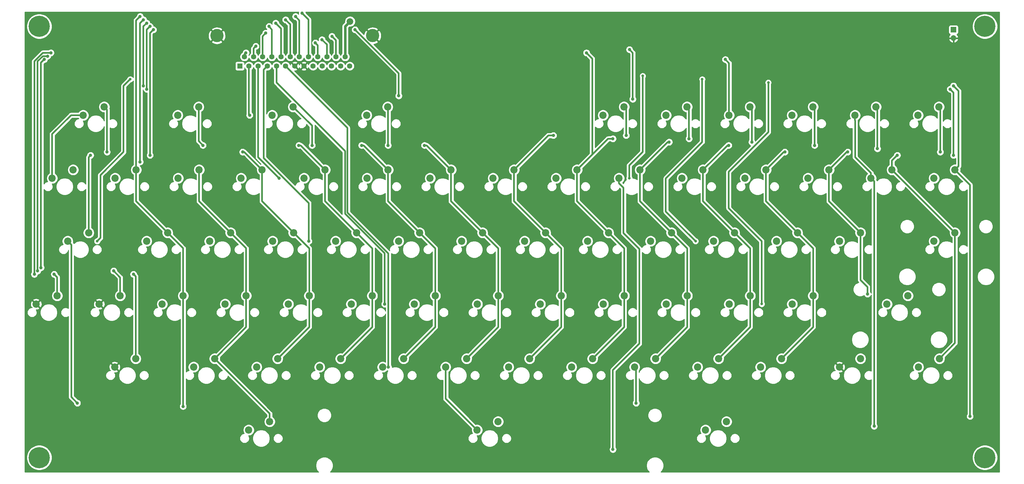
<source format=gbr>
G04 #@! TF.GenerationSoftware,KiCad,Pcbnew,(5.1.2)-1*
G04 #@! TF.CreationDate,2019-10-14T05:56:34-04:00*
G04 #@! TF.ProjectId,HP_9915A_Keyboard,48505f39-3931-4354-915f-4b6579626f61,rev?*
G04 #@! TF.SameCoordinates,Original*
G04 #@! TF.FileFunction,Copper,L2,Bot*
G04 #@! TF.FilePolarity,Positive*
%FSLAX46Y46*%
G04 Gerber Fmt 4.6, Leading zero omitted, Abs format (unit mm)*
G04 Created by KiCad (PCBNEW (5.1.2)-1) date 2019-10-14 05:56:34*
%MOMM*%
%LPD*%
G04 APERTURE LIST*
%ADD10C,0.800000*%
%ADD11C,6.400000*%
%ADD12C,2.200000*%
%ADD13R,1.700000X1.700000*%
%ADD14O,1.700000X1.700000*%
%ADD15R,1.600000X1.600000*%
%ADD16C,1.600000*%
%ADD17C,4.000000*%
%ADD18C,1.000000*%
%ADD19C,2.000000*%
%ADD20C,0.508000*%
%ADD21C,0.762000*%
%ADD22C,0.254000*%
G04 APERTURE END LIST*
D10*
X70197056Y-67302944D03*
X68500000Y-66600000D03*
X66802944Y-67302944D03*
X66100000Y-69000000D03*
X66802944Y-70697056D03*
X68500000Y-71400000D03*
X70197056Y-70697056D03*
X70900000Y-69000000D03*
D11*
X68500000Y-69000000D03*
D10*
X70197056Y-197802944D03*
X68500000Y-197100000D03*
X66802944Y-197802944D03*
X66100000Y-199500000D03*
X66802944Y-201197056D03*
X68500000Y-201900000D03*
X70197056Y-201197056D03*
X70900000Y-199500000D03*
D11*
X68500000Y-199500000D03*
D10*
X356197056Y-197802944D03*
X354500000Y-197100000D03*
X352802944Y-197802944D03*
X352100000Y-199500000D03*
X352802944Y-201197056D03*
X354500000Y-201900000D03*
X356197056Y-201197056D03*
X356900000Y-199500000D03*
D11*
X354500000Y-199500000D03*
D10*
X356197056Y-67302944D03*
X354500000Y-66600000D03*
X352802944Y-67302944D03*
X352100000Y-69000000D03*
X352802944Y-70697056D03*
X354500000Y-71400000D03*
X356197056Y-70697056D03*
X356900000Y-69000000D03*
D11*
X354500000Y-69000000D03*
D12*
X273939000Y-169545000D03*
X267589000Y-172085000D03*
X264414000Y-93345000D03*
X258064000Y-95885000D03*
X243840000Y-114935000D03*
X250190000Y-112395000D03*
X235839000Y-169545000D03*
X229489000Y-172085000D03*
X86614000Y-153035000D03*
X92964000Y-150495000D03*
X91313000Y-172085000D03*
X97663000Y-169545000D03*
X316865000Y-169545000D03*
X310515000Y-172085000D03*
X73914000Y-150495000D03*
X67564000Y-153035000D03*
X78740000Y-112395000D03*
X72390000Y-114935000D03*
X88138000Y-93345000D03*
X81788000Y-95885000D03*
X110363000Y-95885000D03*
X116713000Y-93345000D03*
X145288000Y-93345000D03*
X138938000Y-95885000D03*
X167513000Y-95885000D03*
X173863000Y-93345000D03*
X239014000Y-95885000D03*
X245364000Y-93345000D03*
X277114000Y-95885000D03*
X283464000Y-93345000D03*
X302514000Y-93345000D03*
X296164000Y-95885000D03*
X321564000Y-93345000D03*
X315214000Y-95885000D03*
X334264000Y-95885000D03*
X340614000Y-93345000D03*
X326390000Y-112395000D03*
X320040000Y-114935000D03*
X270002000Y-191135000D03*
X276352000Y-188595000D03*
X91440000Y-114935000D03*
X97790000Y-112395000D03*
X116840000Y-112395000D03*
X110490000Y-114935000D03*
X129540000Y-114935000D03*
X135890000Y-112395000D03*
X154940000Y-112395000D03*
X148590000Y-114935000D03*
X167640000Y-114935000D03*
X173990000Y-112395000D03*
X193040000Y-112395000D03*
X186690000Y-114935000D03*
X205740000Y-114935000D03*
X212090000Y-112395000D03*
X231140000Y-112395000D03*
X224790000Y-114935000D03*
X262890000Y-114935000D03*
X269240000Y-112395000D03*
X288290000Y-112395000D03*
X281940000Y-114935000D03*
X300990000Y-114935000D03*
X307340000Y-112395000D03*
X345440000Y-112395000D03*
X339090000Y-114935000D03*
X131826000Y-191135000D03*
X138176000Y-188595000D03*
X100965000Y-133985000D03*
X107315000Y-131445000D03*
X126365000Y-131445000D03*
X120015000Y-133985000D03*
X139065000Y-133985000D03*
X145415000Y-131445000D03*
X164465000Y-131445000D03*
X158115000Y-133985000D03*
X177165000Y-133985000D03*
X183515000Y-131445000D03*
X202565000Y-131445000D03*
X196215000Y-133985000D03*
X215265000Y-133985000D03*
X221615000Y-131445000D03*
X240665000Y-131445000D03*
X234315000Y-133985000D03*
X259715000Y-131445000D03*
X253365000Y-133985000D03*
X272415000Y-133985000D03*
X278765000Y-131445000D03*
X291465000Y-133985000D03*
X297815000Y-131445000D03*
X316865000Y-131445000D03*
X310515000Y-133985000D03*
X339090000Y-133985000D03*
X345440000Y-131445000D03*
X105664000Y-153035000D03*
X112014000Y-150495000D03*
X131064000Y-150495000D03*
X124714000Y-153035000D03*
X143827500Y-153035000D03*
X150177500Y-150495000D03*
X169227500Y-150495000D03*
X162877500Y-153035000D03*
X181927500Y-153035000D03*
X188277500Y-150495000D03*
X207327500Y-150495000D03*
X200977500Y-153035000D03*
X220027500Y-153035000D03*
X226377500Y-150495000D03*
X245427500Y-150495000D03*
X239077500Y-153035000D03*
X258127500Y-153035000D03*
X264477500Y-150495000D03*
X283527500Y-150495000D03*
X277177500Y-153035000D03*
X302577500Y-150495000D03*
X296227500Y-153035000D03*
X331216000Y-150495000D03*
X324866000Y-153035000D03*
X207264000Y-188595000D03*
X200914000Y-191135000D03*
X121539000Y-169545000D03*
X115189000Y-172085000D03*
X134239000Y-172085000D03*
X140589000Y-169545000D03*
X159639000Y-169545000D03*
X153289000Y-172085000D03*
X172339000Y-172085000D03*
X178689000Y-169545000D03*
X197739000Y-169545000D03*
X191389000Y-172085000D03*
X210439000Y-172085000D03*
X216789000Y-169545000D03*
X248539000Y-172085000D03*
X254889000Y-169545000D03*
X286639000Y-172085000D03*
X292989000Y-169545000D03*
X83439000Y-131445000D03*
X77089000Y-133985000D03*
X340741000Y-169545000D03*
X334391000Y-172085000D03*
D13*
X345000000Y-70000000D03*
D14*
X345000000Y-72540000D03*
D15*
X129159000Y-81000000D03*
D16*
X131929000Y-81000000D03*
X134699000Y-81000000D03*
X137469000Y-81000000D03*
X140239000Y-81000000D03*
X143009000Y-81000000D03*
X145779000Y-81000000D03*
X148549000Y-81000000D03*
X151319000Y-81000000D03*
X154089000Y-81000000D03*
X156859000Y-81000000D03*
X159629000Y-81000000D03*
X162399000Y-81000000D03*
X130544000Y-78160000D03*
X133314000Y-78160000D03*
X136084000Y-78160000D03*
X138854000Y-78160000D03*
X141624000Y-78160000D03*
X144394000Y-78160000D03*
X147164000Y-78160000D03*
X149934000Y-78160000D03*
X152704000Y-78160000D03*
X155474000Y-78160000D03*
X158244000Y-78160000D03*
X161014000Y-78160000D03*
D17*
X122229000Y-71800000D03*
X169329000Y-71800000D03*
D18*
X132115000Y-95885000D03*
X141065000Y-114935000D03*
X150000000Y-134000000D03*
X172965000Y-153035000D03*
X174085000Y-172085000D03*
X80000000Y-183000000D03*
X249000000Y-183000000D03*
D10*
X96000000Y-85000000D03*
X86000000Y-134000000D03*
X289000000Y-86000000D03*
X287000000Y-153000000D03*
X269000000Y-85000000D03*
X266985000Y-133985000D03*
D18*
X242000000Y-197000000D03*
D10*
X251000000Y-84000000D03*
X246935000Y-114935000D03*
D18*
X276000000Y-79000000D03*
X321000000Y-190000000D03*
X259000000Y-104000000D03*
X284000000Y-104000000D03*
X242000000Y-103000000D03*
X265000000Y-103000000D03*
X131000000Y-77000000D03*
X234000000Y-77000000D03*
X277000000Y-105000000D03*
X303000000Y-105000000D03*
X224000000Y-102000000D03*
X246000000Y-102000000D03*
X134000000Y-75000000D03*
X247000000Y-76000000D03*
X248000000Y-91000000D03*
X185000000Y-105000000D03*
X174000000Y-105000000D03*
X294000000Y-107000000D03*
X322000000Y-106000000D03*
X177208000Y-90000000D03*
X137000000Y-71000000D03*
X164000000Y-70000000D03*
X166000000Y-105000000D03*
X151000000Y-105000000D03*
X313000000Y-107000000D03*
X341000000Y-107000000D03*
X319000000Y-150000000D03*
X84000000Y-108000000D03*
X103000000Y-70000000D03*
X102000000Y-108000000D03*
X138000000Y-69000000D03*
X147000000Y-105000000D03*
X118000000Y-105000000D03*
X102000000Y-69000000D03*
X101000000Y-88000000D03*
X345000000Y-108000000D03*
X328000000Y-108000000D03*
X344000000Y-88000000D03*
X140000000Y-68000000D03*
X130000000Y-107000000D03*
X89000000Y-107000000D03*
X350000000Y-187000000D03*
X101000000Y-68000000D03*
X100000000Y-87000000D03*
X345000000Y-87000000D03*
X143000000Y-67000000D03*
X100000000Y-67000000D03*
X99000000Y-110000000D03*
X146000000Y-66000000D03*
X112000000Y-184000000D03*
X99000000Y-66000000D03*
X148000000Y-65000000D03*
X97000000Y-144000000D03*
X69000000Y-142000000D03*
X152000000Y-74000000D03*
X70000000Y-79000000D03*
X91000000Y-143000000D03*
X68000000Y-143000000D03*
X154000000Y-73000000D03*
X71000000Y-78000000D03*
X72000000Y-77000000D03*
X67000000Y-144000000D03*
X73000000Y-144000000D03*
X157000000Y-72000000D03*
D19*
X162500000Y-67500000D03*
D20*
X72390000Y-114935000D02*
X72390000Y-101610000D01*
X78115000Y-95885000D02*
X81788000Y-95885000D01*
X72390000Y-101610000D02*
X78115000Y-95885000D01*
X131929000Y-95699000D02*
X132115000Y-95885000D01*
X131929000Y-81026000D02*
X131929000Y-95699000D01*
X134699000Y-108569000D02*
X141065000Y-114935000D01*
X134699000Y-81026000D02*
X134699000Y-108569000D01*
X150000000Y-122458078D02*
X150000000Y-134000000D01*
X136363999Y-108822077D02*
X150000000Y-122458078D01*
X137469000Y-81026000D02*
X136363999Y-82131001D01*
X136363999Y-82131001D02*
X136363999Y-108822077D01*
X140239000Y-85996078D02*
X161000000Y-106757078D01*
X140239000Y-81026000D02*
X140239000Y-85996078D01*
X172965000Y-137645078D02*
X172965000Y-153035000D01*
X161000000Y-125680078D02*
X172965000Y-137645078D01*
X161000000Y-106757078D02*
X161000000Y-125680078D01*
X191389000Y-173640634D02*
X191389000Y-172085000D01*
X191423001Y-173674635D02*
X191389000Y-173640634D01*
X191423001Y-181644001D02*
X191423001Y-173674635D01*
X200914000Y-191135000D02*
X191423001Y-181644001D01*
X143009000Y-81026000D02*
X161708010Y-99725010D01*
X161708010Y-99725010D02*
X161708010Y-125386812D01*
X161708010Y-125386812D02*
X174085000Y-137763802D01*
X174085000Y-137763802D02*
X174085000Y-172085000D01*
X78188999Y-181188999D02*
X80000000Y-183000000D01*
X77089000Y-133985000D02*
X78188999Y-135084999D01*
X78188999Y-135084999D02*
X78188999Y-181188999D01*
X249000000Y-172546000D02*
X248539000Y-172085000D01*
X249000000Y-183000000D02*
X249000000Y-172546000D01*
X96000000Y-85000000D02*
X94000000Y-87000000D01*
X94000000Y-87000000D02*
X94000000Y-107000000D01*
X94000000Y-107000000D02*
X87000000Y-114000000D01*
X87000000Y-114000000D02*
X87000000Y-133000000D01*
X87000000Y-133000000D02*
X86000000Y-134000000D01*
X289000000Y-86000000D02*
X289000000Y-101000000D01*
X289000000Y-101000000D02*
X277000000Y-113000000D01*
X277000000Y-113000000D02*
X277000000Y-124000000D01*
X277000000Y-124000000D02*
X287000000Y-134000000D01*
X287000000Y-134000000D02*
X287000000Y-153000000D01*
X269000000Y-85000000D02*
X269000000Y-104000000D01*
X269000000Y-104000000D02*
X258000000Y-115000000D01*
X258000000Y-125000000D02*
X266985000Y-133985000D01*
X258000000Y-115000000D02*
X258000000Y-125000000D01*
X245195999Y-117846633D02*
X245195999Y-129195999D01*
X243840000Y-114935000D02*
X243840000Y-116490634D01*
X243840000Y-116490634D02*
X245195999Y-117846633D01*
X245195999Y-131555921D02*
X250000000Y-136359922D01*
X245195999Y-129195999D02*
X245195999Y-131555921D01*
X250000000Y-136359922D02*
X250000000Y-165000000D01*
X250000000Y-165000000D02*
X242000000Y-173000000D01*
X242000000Y-173000000D02*
X242000000Y-197000000D01*
X251000000Y-84000000D02*
X251000000Y-107000000D01*
X246935000Y-111065000D02*
X246935000Y-114935000D01*
X251000000Y-107000000D02*
X246935000Y-111065000D01*
X315214000Y-97440634D02*
X315214000Y-95885000D01*
X315248001Y-97474635D02*
X315214000Y-97440634D01*
X315248001Y-108587367D02*
X315248001Y-97474635D01*
X320040000Y-113379366D02*
X315248001Y-108587367D01*
X320040000Y-114935000D02*
X320040000Y-113379366D01*
X277114000Y-95885000D02*
X277114000Y-80114000D01*
X277114000Y-80114000D02*
X276000000Y-79000000D01*
X321000000Y-115895000D02*
X320040000Y-114935000D01*
X321000000Y-190000000D02*
X321000000Y-115895000D01*
X231140000Y-121920000D02*
X240665000Y-131445000D01*
X231140000Y-112395000D02*
X231140000Y-121920000D01*
X250190000Y-121920000D02*
X259715000Y-131445000D01*
X250190000Y-112395000D02*
X250190000Y-121920000D01*
X264477500Y-136207500D02*
X264477500Y-150495000D01*
X259715000Y-131445000D02*
X264477500Y-136207500D01*
X245427500Y-136207500D02*
X245427500Y-150495000D01*
X240665000Y-131445000D02*
X245427500Y-136207500D01*
X245427500Y-159956500D02*
X235839000Y-169545000D01*
X245427500Y-150495000D02*
X245427500Y-159956500D01*
X264477500Y-159956500D02*
X254889000Y-169545000D01*
X264477500Y-150495000D02*
X264477500Y-159956500D01*
X250190000Y-112395000D02*
X258585000Y-104000000D01*
X258585000Y-104000000D02*
X259000000Y-104000000D01*
X284000000Y-93881000D02*
X283464000Y-93345000D01*
X284000000Y-104000000D02*
X284000000Y-93881000D01*
X240535000Y-103000000D02*
X242000000Y-103000000D01*
X265000000Y-93931000D02*
X264414000Y-93345000D01*
X265000000Y-103000000D02*
X265000000Y-93931000D01*
X130544000Y-78186000D02*
X130544000Y-77456000D01*
X130544000Y-77456000D02*
X131000000Y-77000000D01*
X235767500Y-78767500D02*
X235767500Y-107767500D01*
X234000000Y-77000000D02*
X235767500Y-78767500D01*
X231140000Y-112395000D02*
X235767500Y-107767500D01*
X235767500Y-107767500D02*
X240535000Y-103000000D01*
X212090000Y-121920000D02*
X221615000Y-131445000D01*
X212090000Y-112395000D02*
X212090000Y-121920000D01*
X226377500Y-136207500D02*
X226377500Y-150495000D01*
X221615000Y-131445000D02*
X226377500Y-136207500D01*
X226377500Y-159956500D02*
X216789000Y-169545000D01*
X226377500Y-150495000D02*
X226377500Y-159956500D01*
X269240000Y-121920000D02*
X278765000Y-131445000D01*
X269240000Y-112395000D02*
X269240000Y-121920000D01*
X283527500Y-136207500D02*
X283527500Y-150495000D01*
X278765000Y-131445000D02*
X283527500Y-136207500D01*
X283527500Y-159956500D02*
X273939000Y-169545000D01*
X283527500Y-150495000D02*
X283527500Y-159956500D01*
X269240000Y-112395000D02*
X276635000Y-105000000D01*
X276635000Y-105000000D02*
X277000000Y-105000000D01*
X303000000Y-93831000D02*
X302514000Y-93345000D01*
X303000000Y-105000000D02*
X303000000Y-93831000D01*
X212090000Y-112395000D02*
X222485000Y-102000000D01*
X222485000Y-102000000D02*
X224000000Y-102000000D01*
X246000000Y-93981000D02*
X245364000Y-93345000D01*
X246000000Y-102000000D02*
X246000000Y-93981000D01*
X133314000Y-78186000D02*
X133314000Y-75686000D01*
X133314000Y-75686000D02*
X134000000Y-75000000D01*
X248000000Y-77000000D02*
X248000000Y-91000000D01*
X247000000Y-76000000D02*
X248000000Y-77000000D01*
X193040000Y-121920000D02*
X202565000Y-131445000D01*
X193040000Y-112395000D02*
X193040000Y-121920000D01*
X207327500Y-136207500D02*
X207327500Y-150495000D01*
X202565000Y-131445000D02*
X207327500Y-136207500D01*
X207327500Y-159956500D02*
X197739000Y-169545000D01*
X207327500Y-150495000D02*
X207327500Y-159956500D01*
X288290000Y-121920000D02*
X297815000Y-131445000D01*
X288290000Y-112395000D02*
X288290000Y-121920000D01*
X302577500Y-136207500D02*
X302577500Y-150495000D01*
X297815000Y-131445000D02*
X302577500Y-136207500D01*
X302577500Y-159956500D02*
X292989000Y-169545000D01*
X302577500Y-150495000D02*
X302577500Y-159956500D01*
X193040000Y-112395000D02*
X185645000Y-105000000D01*
X185645000Y-105000000D02*
X185000000Y-105000000D01*
X174000000Y-93482000D02*
X173863000Y-93345000D01*
X174000000Y-105000000D02*
X174000000Y-93482000D01*
X288290000Y-112395000D02*
X293685000Y-107000000D01*
X293685000Y-107000000D02*
X294000000Y-107000000D01*
X322000000Y-93781000D02*
X321564000Y-93345000D01*
X322000000Y-106000000D02*
X322000000Y-93781000D01*
X136084000Y-72000000D02*
X136084000Y-78186000D01*
X137000000Y-71000000D02*
X136084000Y-72000000D01*
X177208000Y-83208000D02*
X177208000Y-90000000D01*
X164000000Y-70000000D02*
X177208000Y-83208000D01*
X173990000Y-121920000D02*
X183515000Y-131445000D01*
X173990000Y-112395000D02*
X173990000Y-121920000D01*
X188277500Y-136207500D02*
X188277500Y-150495000D01*
X183515000Y-131445000D02*
X188277500Y-136207500D01*
X188277500Y-159956500D02*
X178689000Y-169545000D01*
X188277500Y-150495000D02*
X188277500Y-159956500D01*
X307340000Y-121920000D02*
X316865000Y-131445000D01*
X307340000Y-112395000D02*
X307340000Y-121920000D01*
X173990000Y-112395000D02*
X166595000Y-105000000D01*
X166595000Y-105000000D02*
X166000000Y-105000000D01*
X151000000Y-99057000D02*
X145288000Y-93345000D01*
X151000000Y-105000000D02*
X151000000Y-99057000D01*
X307340000Y-112395000D02*
X312735000Y-107000000D01*
X312735000Y-107000000D02*
X313000000Y-107000000D01*
X341000000Y-93731000D02*
X340614000Y-93345000D01*
X341000000Y-107000000D02*
X341000000Y-93731000D01*
X319000000Y-147870078D02*
X319000000Y-150000000D01*
X316865000Y-131445000D02*
X316865000Y-145735078D01*
X316865000Y-145735078D02*
X319000000Y-147870078D01*
X83439000Y-131445000D02*
X83439000Y-108561000D01*
X83439000Y-108561000D02*
X84000000Y-108000000D01*
X102000000Y-71000000D02*
X102000000Y-108000000D01*
X103000000Y-70000000D02*
X102000000Y-71000000D01*
X138000000Y-69000000D02*
X138854000Y-70000000D01*
X138854000Y-70000000D02*
X138854000Y-78186000D01*
X154940000Y-121920000D02*
X164465000Y-131445000D01*
X154940000Y-112395000D02*
X154940000Y-121920000D01*
X169227500Y-136207500D02*
X169227500Y-150495000D01*
X164465000Y-131445000D02*
X169227500Y-136207500D01*
X169227500Y-159956500D02*
X159639000Y-169545000D01*
X169227500Y-150495000D02*
X169227500Y-159956500D01*
X327489999Y-113494999D02*
X345440000Y-131445000D01*
X326390000Y-112395000D02*
X327489999Y-113494999D01*
X345440000Y-164846000D02*
X340741000Y-169545000D01*
X345440000Y-131445000D02*
X345440000Y-164846000D01*
X154940000Y-112395000D02*
X147545000Y-105000000D01*
X147545000Y-105000000D02*
X147000000Y-105000000D01*
X116713000Y-103713000D02*
X116713000Y-93345000D01*
X118000000Y-105000000D02*
X116713000Y-103713000D01*
X102000000Y-69000000D02*
X101000000Y-70000000D01*
X101000000Y-70000000D02*
X101000000Y-88000000D01*
X345000000Y-89000000D02*
X344000000Y-88000000D01*
X345000000Y-108000000D02*
X345000000Y-89000000D01*
X326390000Y-109610000D02*
X328000000Y-108000000D01*
X326390000Y-112395000D02*
X326390000Y-109610000D01*
X141624000Y-69624000D02*
X141624000Y-78186000D01*
X140000000Y-68000000D02*
X141624000Y-69624000D01*
X135890000Y-121920000D02*
X145415000Y-131445000D01*
X135890000Y-112395000D02*
X135890000Y-121920000D01*
X150177500Y-136207500D02*
X150177500Y-150495000D01*
X145415000Y-131445000D02*
X150177500Y-136207500D01*
X150177500Y-159956500D02*
X140589000Y-169545000D01*
X150177500Y-150495000D02*
X150177500Y-159956500D01*
X135890000Y-112395000D02*
X130495000Y-107000000D01*
X130495000Y-107000000D02*
X130000000Y-107000000D01*
X89000000Y-94207000D02*
X88138000Y-93345000D01*
X89000000Y-107000000D02*
X89000000Y-94207000D01*
X350000000Y-133705078D02*
X350000000Y-187000000D01*
X345440000Y-112395000D02*
X350000000Y-116955000D01*
X350000000Y-116955000D02*
X350000000Y-133705078D01*
X100000000Y-69000000D02*
X100000000Y-87000000D01*
X101000000Y-68000000D02*
X100000000Y-69000000D01*
X346539999Y-88539999D02*
X345000000Y-87000000D01*
X345440000Y-112395000D02*
X346539999Y-111295001D01*
X346539999Y-111295001D02*
X346539999Y-88539999D01*
X144394000Y-68394000D02*
X144394000Y-78186000D01*
X143000000Y-67000000D02*
X144394000Y-68394000D01*
X116840000Y-121920000D02*
X126365000Y-131445000D01*
X116840000Y-112395000D02*
X116840000Y-121920000D01*
X131064000Y-136144000D02*
X131064000Y-150495000D01*
X126365000Y-131445000D02*
X131064000Y-136144000D01*
X131064000Y-160020000D02*
X121539000Y-169545000D01*
X131064000Y-150495000D02*
X131064000Y-160020000D01*
X138176000Y-186182000D02*
X138176000Y-188595000D01*
X121539000Y-169545000D02*
X138176000Y-186182000D01*
X99000000Y-68000000D02*
X99000000Y-110000000D01*
X100000000Y-67000000D02*
X99000000Y-68000000D01*
X147164000Y-67164000D02*
X147164000Y-78186000D01*
X146000000Y-66000000D02*
X147164000Y-67164000D01*
X97790000Y-121920000D02*
X107315000Y-131445000D01*
X97790000Y-112395000D02*
X97790000Y-121920000D01*
X112014000Y-136144000D02*
X112014000Y-150495000D01*
X107315000Y-131445000D02*
X112014000Y-136144000D01*
X112000000Y-150509000D02*
X112014000Y-150495000D01*
X112000000Y-184000000D02*
X112000000Y-150509000D01*
X97790000Y-112395000D02*
X97790000Y-67210000D01*
X97790000Y-67210000D02*
X99000000Y-66000000D01*
X149934000Y-66934000D02*
X149934000Y-78186000D01*
X148000000Y-65000000D02*
X149934000Y-66934000D01*
X97663000Y-169545000D02*
X97663000Y-144663000D01*
X97663000Y-144663000D02*
X97000000Y-144000000D01*
X152704000Y-78186000D02*
X152704000Y-74704000D01*
X152704000Y-74704000D02*
X152000000Y-74000000D01*
X69000000Y-142000000D02*
X69000000Y-80000000D01*
X69000000Y-80000000D02*
X70000000Y-79000000D01*
X92964000Y-150495000D02*
X92964000Y-144964000D01*
X92964000Y-144964000D02*
X91000000Y-143000000D01*
X155474000Y-78186000D02*
X155474000Y-74474000D01*
X155474000Y-74474000D02*
X154000000Y-73000000D01*
X69588078Y-78000000D02*
X71000000Y-78000000D01*
X68000000Y-143000000D02*
X68000000Y-79588078D01*
X68000000Y-79588078D02*
X69588078Y-78000000D01*
X67000000Y-79586801D02*
X69586801Y-77000000D01*
X67000000Y-144000000D02*
X67000000Y-79586801D01*
X69586801Y-77000000D02*
X72000000Y-77000000D01*
X158244000Y-73244000D02*
X157000000Y-72000000D01*
X158244000Y-78186000D02*
X158244000Y-73244000D01*
X73914000Y-144914000D02*
X73000000Y-144000000D01*
X73914000Y-150495000D02*
X73914000Y-144914000D01*
D21*
X161014000Y-78186000D02*
X161014000Y-68986000D01*
X161014000Y-68986000D02*
X162500000Y-67500000D01*
D22*
G36*
X146908617Y-64668933D02*
G01*
X146865000Y-64888212D01*
X146865000Y-65111788D01*
X146904603Y-65310889D01*
X146881612Y-65276480D01*
X146723520Y-65118388D01*
X146537624Y-64994176D01*
X146331067Y-64908617D01*
X146111788Y-64865000D01*
X145888212Y-64865000D01*
X145668933Y-64908617D01*
X145462376Y-64994176D01*
X145276480Y-65118388D01*
X145118388Y-65276480D01*
X144994176Y-65462376D01*
X144908617Y-65668933D01*
X144865000Y-65888212D01*
X144865000Y-66111788D01*
X144908617Y-66331067D01*
X144994176Y-66537624D01*
X145118388Y-66723520D01*
X145276480Y-66881612D01*
X145462376Y-67005824D01*
X145668933Y-67091383D01*
X145875170Y-67132406D01*
X146275000Y-67532236D01*
X146275001Y-77028151D01*
X146249241Y-77045363D01*
X146049363Y-77245241D01*
X145892320Y-77480273D01*
X145784147Y-77741426D01*
X145779000Y-77767301D01*
X145773853Y-77741426D01*
X145665680Y-77480273D01*
X145508637Y-77245241D01*
X145308759Y-77045363D01*
X145283000Y-77028151D01*
X145283000Y-68437660D01*
X145287300Y-68394000D01*
X145283000Y-68350340D01*
X145283000Y-68350333D01*
X145270136Y-68219726D01*
X145259037Y-68183135D01*
X145249109Y-68150408D01*
X145219303Y-68052149D01*
X145136753Y-67897709D01*
X145075847Y-67823495D01*
X145053495Y-67796259D01*
X145053494Y-67796258D01*
X145025659Y-67762341D01*
X144991743Y-67734507D01*
X144132406Y-66875171D01*
X144091383Y-66668933D01*
X144005824Y-66462376D01*
X143881612Y-66276480D01*
X143723520Y-66118388D01*
X143537624Y-65994176D01*
X143331067Y-65908617D01*
X143111788Y-65865000D01*
X142888212Y-65865000D01*
X142668933Y-65908617D01*
X142462376Y-65994176D01*
X142276480Y-66118388D01*
X142118388Y-66276480D01*
X141994176Y-66462376D01*
X141908617Y-66668933D01*
X141865000Y-66888212D01*
X141865000Y-67111788D01*
X141908617Y-67331067D01*
X141994176Y-67537624D01*
X142118388Y-67723520D01*
X142276480Y-67881612D01*
X142462376Y-68005824D01*
X142668933Y-68091383D01*
X142875171Y-68132406D01*
X143505000Y-68762236D01*
X143505001Y-77028151D01*
X143479241Y-77045363D01*
X143279363Y-77245241D01*
X143122320Y-77480273D01*
X143014147Y-77741426D01*
X143009000Y-77767301D01*
X143003853Y-77741426D01*
X142895680Y-77480273D01*
X142738637Y-77245241D01*
X142538759Y-77045363D01*
X142513000Y-77028151D01*
X142513000Y-69667660D01*
X142517300Y-69624000D01*
X142513000Y-69580340D01*
X142513000Y-69580333D01*
X142500136Y-69449726D01*
X142449303Y-69282149D01*
X142446020Y-69276006D01*
X142435993Y-69257247D01*
X142366753Y-69127709D01*
X142255659Y-68992341D01*
X142221743Y-68964507D01*
X141132406Y-67875171D01*
X141091383Y-67668933D01*
X141005824Y-67462376D01*
X140881612Y-67276480D01*
X140723520Y-67118388D01*
X140537624Y-66994176D01*
X140331067Y-66908617D01*
X140111788Y-66865000D01*
X139888212Y-66865000D01*
X139668933Y-66908617D01*
X139462376Y-66994176D01*
X139276480Y-67118388D01*
X139118388Y-67276480D01*
X138994176Y-67462376D01*
X138908617Y-67668933D01*
X138865000Y-67888212D01*
X138865000Y-68111788D01*
X138904603Y-68310889D01*
X138881612Y-68276480D01*
X138723520Y-68118388D01*
X138537624Y-67994176D01*
X138331067Y-67908617D01*
X138111788Y-67865000D01*
X137888212Y-67865000D01*
X137668933Y-67908617D01*
X137462376Y-67994176D01*
X137276480Y-68118388D01*
X137118388Y-68276480D01*
X136994176Y-68462376D01*
X136908617Y-68668933D01*
X136865000Y-68888212D01*
X136865000Y-69111788D01*
X136908617Y-69331067D01*
X136994176Y-69537624D01*
X137118388Y-69723520D01*
X137276480Y-69881612D01*
X137310889Y-69904603D01*
X137111788Y-69865000D01*
X136888212Y-69865000D01*
X136668933Y-69908617D01*
X136462376Y-69994176D01*
X136276480Y-70118388D01*
X136118388Y-70276480D01*
X135994176Y-70462376D01*
X135908617Y-70668933D01*
X135865000Y-70888212D01*
X135865000Y-70922939D01*
X135471157Y-71352899D01*
X135452341Y-71368341D01*
X135412125Y-71417344D01*
X135398958Y-71431719D01*
X135384448Y-71451069D01*
X135341247Y-71503710D01*
X135331995Y-71521020D01*
X135320224Y-71536717D01*
X135290795Y-71598099D01*
X135258697Y-71658150D01*
X135253000Y-71676930D01*
X135244517Y-71694624D01*
X135227627Y-71760577D01*
X135207864Y-71825727D01*
X135205940Y-71845257D01*
X135201072Y-71864267D01*
X135197373Y-71932238D01*
X135195000Y-71956334D01*
X135195000Y-71975853D01*
X135191557Y-72039125D01*
X135195000Y-72063211D01*
X135195001Y-77028151D01*
X135169241Y-77045363D01*
X134969363Y-77245241D01*
X134812320Y-77480273D01*
X134704147Y-77741426D01*
X134699000Y-77767301D01*
X134693853Y-77741426D01*
X134585680Y-77480273D01*
X134428637Y-77245241D01*
X134228759Y-77045363D01*
X134203000Y-77028151D01*
X134203000Y-76116857D01*
X134331067Y-76091383D01*
X134537624Y-76005824D01*
X134723520Y-75881612D01*
X134881612Y-75723520D01*
X135005824Y-75537624D01*
X135091383Y-75331067D01*
X135135000Y-75111788D01*
X135135000Y-74888212D01*
X135091383Y-74668933D01*
X135005824Y-74462376D01*
X134881612Y-74276480D01*
X134723520Y-74118388D01*
X134537624Y-73994176D01*
X134331067Y-73908617D01*
X134111788Y-73865000D01*
X133888212Y-73865000D01*
X133668933Y-73908617D01*
X133462376Y-73994176D01*
X133276480Y-74118388D01*
X133118388Y-74276480D01*
X132994176Y-74462376D01*
X132908617Y-74668933D01*
X132867594Y-74875171D01*
X132716259Y-75026506D01*
X132682342Y-75054341D01*
X132654507Y-75088258D01*
X132654505Y-75088260D01*
X132571248Y-75189709D01*
X132488698Y-75344148D01*
X132437864Y-75511726D01*
X132420700Y-75686000D01*
X132425001Y-75729670D01*
X132425000Y-77028151D01*
X132399241Y-77045363D01*
X132199363Y-77245241D01*
X132042320Y-77480273D01*
X131934147Y-77741426D01*
X131929000Y-77767301D01*
X131923853Y-77741426D01*
X131903110Y-77691347D01*
X132005824Y-77537624D01*
X132091383Y-77331067D01*
X132135000Y-77111788D01*
X132135000Y-76888212D01*
X132091383Y-76668933D01*
X132005824Y-76462376D01*
X131881612Y-76276480D01*
X131723520Y-76118388D01*
X131537624Y-75994176D01*
X131331067Y-75908617D01*
X131111788Y-75865000D01*
X130888212Y-75865000D01*
X130668933Y-75908617D01*
X130462376Y-75994176D01*
X130276480Y-76118388D01*
X130118388Y-76276480D01*
X129994176Y-76462376D01*
X129908617Y-76668933D01*
X129866624Y-76880048D01*
X129854448Y-76894885D01*
X129629241Y-77045363D01*
X129429363Y-77245241D01*
X129272320Y-77480273D01*
X129164147Y-77741426D01*
X129109000Y-78018665D01*
X129109000Y-78301335D01*
X129164147Y-78578574D01*
X129272320Y-78839727D01*
X129429363Y-79074759D01*
X129629241Y-79274637D01*
X129864273Y-79431680D01*
X130125426Y-79539853D01*
X130402665Y-79595000D01*
X130685335Y-79595000D01*
X130962574Y-79539853D01*
X131223727Y-79431680D01*
X131458759Y-79274637D01*
X131658637Y-79074759D01*
X131815680Y-78839727D01*
X131923853Y-78578574D01*
X131929000Y-78552699D01*
X131934147Y-78578574D01*
X132042320Y-78839727D01*
X132199363Y-79074759D01*
X132399241Y-79274637D01*
X132634273Y-79431680D01*
X132895426Y-79539853D01*
X133172665Y-79595000D01*
X133455335Y-79595000D01*
X133732574Y-79539853D01*
X133993727Y-79431680D01*
X134228759Y-79274637D01*
X134428637Y-79074759D01*
X134585680Y-78839727D01*
X134693853Y-78578574D01*
X134699000Y-78552699D01*
X134704147Y-78578574D01*
X134812320Y-78839727D01*
X134969363Y-79074759D01*
X135169241Y-79274637D01*
X135404273Y-79431680D01*
X135665426Y-79539853D01*
X135942665Y-79595000D01*
X136225335Y-79595000D01*
X136502574Y-79539853D01*
X136763727Y-79431680D01*
X136998759Y-79274637D01*
X137198637Y-79074759D01*
X137355680Y-78839727D01*
X137463853Y-78578574D01*
X137469000Y-78552699D01*
X137474147Y-78578574D01*
X137582320Y-78839727D01*
X137739363Y-79074759D01*
X137939241Y-79274637D01*
X138174273Y-79431680D01*
X138435426Y-79539853D01*
X138712665Y-79595000D01*
X138995335Y-79595000D01*
X139272574Y-79539853D01*
X139533727Y-79431680D01*
X139768759Y-79274637D01*
X139968637Y-79074759D01*
X140125680Y-78839727D01*
X140233853Y-78578574D01*
X140239000Y-78552699D01*
X140244147Y-78578574D01*
X140352320Y-78839727D01*
X140509363Y-79074759D01*
X140709241Y-79274637D01*
X140944273Y-79431680D01*
X141205426Y-79539853D01*
X141482665Y-79595000D01*
X141765335Y-79595000D01*
X142042574Y-79539853D01*
X142303727Y-79431680D01*
X142538759Y-79274637D01*
X142738637Y-79074759D01*
X142895680Y-78839727D01*
X143003853Y-78578574D01*
X143009000Y-78552699D01*
X143014147Y-78578574D01*
X143122320Y-78839727D01*
X143279363Y-79074759D01*
X143479241Y-79274637D01*
X143714273Y-79431680D01*
X143975426Y-79539853D01*
X144252665Y-79595000D01*
X144535335Y-79595000D01*
X144812574Y-79539853D01*
X145073727Y-79431680D01*
X145308759Y-79274637D01*
X145508637Y-79074759D01*
X145665680Y-78839727D01*
X145773853Y-78578574D01*
X145779000Y-78552699D01*
X145784147Y-78578574D01*
X145892320Y-78839727D01*
X146049363Y-79074759D01*
X146249241Y-79274637D01*
X146484273Y-79431680D01*
X146745426Y-79539853D01*
X147022665Y-79595000D01*
X147305335Y-79595000D01*
X147582574Y-79539853D01*
X147843727Y-79431680D01*
X148078759Y-79274637D01*
X148278637Y-79074759D01*
X148435680Y-78839727D01*
X148543853Y-78578574D01*
X148549000Y-78552699D01*
X148554147Y-78578574D01*
X148662320Y-78839727D01*
X148819363Y-79074759D01*
X149019241Y-79274637D01*
X149254273Y-79431680D01*
X149515426Y-79539853D01*
X149792665Y-79595000D01*
X150075335Y-79595000D01*
X150352574Y-79539853D01*
X150613727Y-79431680D01*
X150848759Y-79274637D01*
X151048637Y-79074759D01*
X151205680Y-78839727D01*
X151313853Y-78578574D01*
X151319000Y-78552699D01*
X151324147Y-78578574D01*
X151432320Y-78839727D01*
X151589363Y-79074759D01*
X151789241Y-79274637D01*
X152024273Y-79431680D01*
X152285426Y-79539853D01*
X152562665Y-79595000D01*
X152845335Y-79595000D01*
X153122574Y-79539853D01*
X153383727Y-79431680D01*
X153618759Y-79274637D01*
X153818637Y-79074759D01*
X153975680Y-78839727D01*
X154083853Y-78578574D01*
X154089000Y-78552699D01*
X154094147Y-78578574D01*
X154202320Y-78839727D01*
X154359363Y-79074759D01*
X154559241Y-79274637D01*
X154794273Y-79431680D01*
X155055426Y-79539853D01*
X155332665Y-79595000D01*
X155615335Y-79595000D01*
X155892574Y-79539853D01*
X156153727Y-79431680D01*
X156388759Y-79274637D01*
X156588637Y-79074759D01*
X156745680Y-78839727D01*
X156853853Y-78578574D01*
X156859000Y-78552699D01*
X156864147Y-78578574D01*
X156972320Y-78839727D01*
X157129363Y-79074759D01*
X157329241Y-79274637D01*
X157564273Y-79431680D01*
X157825426Y-79539853D01*
X158102665Y-79595000D01*
X158385335Y-79595000D01*
X158662574Y-79539853D01*
X158923727Y-79431680D01*
X159158759Y-79274637D01*
X159358637Y-79074759D01*
X159515680Y-78839727D01*
X159623853Y-78578574D01*
X159629000Y-78552699D01*
X159634147Y-78578574D01*
X159742320Y-78839727D01*
X159899363Y-79074759D01*
X160099241Y-79274637D01*
X160334273Y-79431680D01*
X160595426Y-79539853D01*
X160872665Y-79595000D01*
X161155335Y-79595000D01*
X161432574Y-79539853D01*
X161693727Y-79431680D01*
X161928759Y-79274637D01*
X162128637Y-79074759D01*
X162285680Y-78839727D01*
X162393853Y-78578574D01*
X162449000Y-78301335D01*
X162449000Y-78018665D01*
X162393853Y-77741426D01*
X162285680Y-77480273D01*
X162128637Y-77245241D01*
X162030000Y-77146604D01*
X162030000Y-69888212D01*
X162865000Y-69888212D01*
X162865000Y-70111788D01*
X162908617Y-70331067D01*
X162994176Y-70537624D01*
X163118388Y-70723520D01*
X163276480Y-70881612D01*
X163462376Y-71005824D01*
X163668933Y-71091383D01*
X163875171Y-71132406D01*
X176319000Y-83576236D01*
X176319001Y-89287536D01*
X176202176Y-89462376D01*
X176116617Y-89668933D01*
X176073000Y-89888212D01*
X176073000Y-90111788D01*
X176116617Y-90331067D01*
X176202176Y-90537624D01*
X176326388Y-90723520D01*
X176484480Y-90881612D01*
X176670376Y-91005824D01*
X176876933Y-91091383D01*
X177096212Y-91135000D01*
X177319788Y-91135000D01*
X177539067Y-91091383D01*
X177745624Y-91005824D01*
X177931520Y-90881612D01*
X178089612Y-90723520D01*
X178213824Y-90537624D01*
X178299383Y-90331067D01*
X178343000Y-90111788D01*
X178343000Y-89888212D01*
X178299383Y-89668933D01*
X178213824Y-89462376D01*
X178097000Y-89287537D01*
X178097000Y-83251660D01*
X178101300Y-83208000D01*
X178097000Y-83164340D01*
X178097000Y-83164333D01*
X178084136Y-83033726D01*
X178076071Y-83007137D01*
X178068716Y-82982892D01*
X178033303Y-82866149D01*
X177950753Y-82711709D01*
X177839659Y-82576341D01*
X177805743Y-82548507D01*
X169670696Y-74413460D01*
X169868159Y-74392273D01*
X170363526Y-74237279D01*
X170780772Y-74014258D01*
X170996894Y-73647499D01*
X169329000Y-71979605D01*
X169314858Y-71993748D01*
X169135253Y-71814143D01*
X169149395Y-71800000D01*
X169508605Y-71800000D01*
X171176499Y-73467894D01*
X171543258Y-73251772D01*
X171728988Y-72896890D01*
X343558524Y-72896890D01*
X343603175Y-73044099D01*
X343728359Y-73306920D01*
X343902412Y-73540269D01*
X344118645Y-73735178D01*
X344368748Y-73884157D01*
X344643109Y-73981481D01*
X344873000Y-73860814D01*
X344873000Y-72667000D01*
X345127000Y-72667000D01*
X345127000Y-73860814D01*
X345356891Y-73981481D01*
X345631252Y-73884157D01*
X345881355Y-73735178D01*
X346097588Y-73540269D01*
X346271641Y-73306920D01*
X346396825Y-73044099D01*
X346441476Y-72896890D01*
X346320155Y-72667000D01*
X345127000Y-72667000D01*
X344873000Y-72667000D01*
X343679845Y-72667000D01*
X343558524Y-72896890D01*
X171728988Y-72896890D01*
X171783938Y-72791895D01*
X171930275Y-72293902D01*
X171976648Y-71776929D01*
X171921273Y-71260841D01*
X171766279Y-70765474D01*
X171543258Y-70348228D01*
X171176499Y-70132106D01*
X169508605Y-71800000D01*
X169149395Y-71800000D01*
X167481501Y-70132106D01*
X167114742Y-70348228D01*
X166874062Y-70808105D01*
X166727725Y-71306098D01*
X166714193Y-71456958D01*
X165209736Y-69952501D01*
X167661106Y-69952501D01*
X169329000Y-71620395D01*
X170996894Y-69952501D01*
X170780772Y-69585742D01*
X170320895Y-69345062D01*
X169822902Y-69198725D01*
X169305929Y-69152352D01*
X168789841Y-69207727D01*
X168294474Y-69362721D01*
X167877228Y-69585742D01*
X167661106Y-69952501D01*
X165209736Y-69952501D01*
X165132406Y-69875171D01*
X165091383Y-69668933D01*
X165005824Y-69462376D01*
X164881612Y-69276480D01*
X164755132Y-69150000D01*
X343511928Y-69150000D01*
X343511928Y-70850000D01*
X343524188Y-70974482D01*
X343560498Y-71094180D01*
X343619463Y-71204494D01*
X343698815Y-71301185D01*
X343795506Y-71380537D01*
X343905820Y-71439502D01*
X343986466Y-71463966D01*
X343902412Y-71539731D01*
X343728359Y-71773080D01*
X343603175Y-72035901D01*
X343558524Y-72183110D01*
X343679845Y-72413000D01*
X344873000Y-72413000D01*
X344873000Y-72393000D01*
X345127000Y-72393000D01*
X345127000Y-72413000D01*
X346320155Y-72413000D01*
X346441476Y-72183110D01*
X346396825Y-72035901D01*
X346271641Y-71773080D01*
X346097588Y-71539731D01*
X346013534Y-71463966D01*
X346094180Y-71439502D01*
X346204494Y-71380537D01*
X346301185Y-71301185D01*
X346380537Y-71204494D01*
X346439502Y-71094180D01*
X346475812Y-70974482D01*
X346488072Y-70850000D01*
X346488072Y-69150000D01*
X346475812Y-69025518D01*
X346439502Y-68905820D01*
X346380537Y-68795506D01*
X346301185Y-68698815D01*
X346207933Y-68622285D01*
X350665000Y-68622285D01*
X350665000Y-69377715D01*
X350812377Y-70118628D01*
X351101467Y-70816554D01*
X351521161Y-71444670D01*
X352055330Y-71978839D01*
X352683446Y-72398533D01*
X353381372Y-72687623D01*
X354122285Y-72835000D01*
X354877715Y-72835000D01*
X355618628Y-72687623D01*
X356316554Y-72398533D01*
X356944670Y-71978839D01*
X357478839Y-71444670D01*
X357898533Y-70816554D01*
X358187623Y-70118628D01*
X358335000Y-69377715D01*
X358335000Y-68622285D01*
X358187623Y-67881372D01*
X357898533Y-67183446D01*
X357478839Y-66555330D01*
X356944670Y-66021161D01*
X356316554Y-65601467D01*
X355618628Y-65312377D01*
X354877715Y-65165000D01*
X354122285Y-65165000D01*
X353381372Y-65312377D01*
X352683446Y-65601467D01*
X352055330Y-66021161D01*
X351521161Y-66555330D01*
X351101467Y-67183446D01*
X350812377Y-67881372D01*
X350665000Y-68622285D01*
X346207933Y-68622285D01*
X346204494Y-68619463D01*
X346094180Y-68560498D01*
X345974482Y-68524188D01*
X345850000Y-68511928D01*
X344150000Y-68511928D01*
X344025518Y-68524188D01*
X343905820Y-68560498D01*
X343795506Y-68619463D01*
X343698815Y-68698815D01*
X343619463Y-68795506D01*
X343560498Y-68905820D01*
X343524188Y-69025518D01*
X343511928Y-69150000D01*
X164755132Y-69150000D01*
X164723520Y-69118388D01*
X164537624Y-68994176D01*
X164331067Y-68908617D01*
X164111788Y-68865000D01*
X163888212Y-68865000D01*
X163668933Y-68908617D01*
X163462376Y-68994176D01*
X163276480Y-69118388D01*
X163118388Y-69276480D01*
X162994176Y-69462376D01*
X162908617Y-69668933D01*
X162865000Y-69888212D01*
X162030000Y-69888212D01*
X162030000Y-69406840D01*
X162308000Y-69128840D01*
X162338967Y-69135000D01*
X162661033Y-69135000D01*
X162976912Y-69072168D01*
X163274463Y-68948918D01*
X163542252Y-68769987D01*
X163769987Y-68542252D01*
X163948918Y-68274463D01*
X164072168Y-67976912D01*
X164135000Y-67661033D01*
X164135000Y-67338967D01*
X164072168Y-67023088D01*
X163948918Y-66725537D01*
X163769987Y-66457748D01*
X163542252Y-66230013D01*
X163274463Y-66051082D01*
X162976912Y-65927832D01*
X162661033Y-65865000D01*
X162338967Y-65865000D01*
X162023088Y-65927832D01*
X161725537Y-66051082D01*
X161457748Y-66230013D01*
X161230013Y-66457748D01*
X161051082Y-66725537D01*
X160927832Y-67023088D01*
X160865000Y-67338967D01*
X160865000Y-67661033D01*
X160871160Y-67692000D01*
X160330868Y-68232292D01*
X160292105Y-68264104D01*
X160165141Y-68418810D01*
X160089408Y-68560498D01*
X160070799Y-68595313D01*
X160012702Y-68786830D01*
X159993085Y-68986000D01*
X159998001Y-69035912D01*
X159998000Y-77146604D01*
X159899363Y-77245241D01*
X159742320Y-77480273D01*
X159634147Y-77741426D01*
X159629000Y-77767301D01*
X159623853Y-77741426D01*
X159515680Y-77480273D01*
X159358637Y-77245241D01*
X159158759Y-77045363D01*
X159133000Y-77028151D01*
X159133000Y-73287660D01*
X159137300Y-73244000D01*
X159133000Y-73200340D01*
X159133000Y-73200333D01*
X159120136Y-73069726D01*
X159069303Y-72902149D01*
X158986753Y-72747709D01*
X158875659Y-72612341D01*
X158841741Y-72584505D01*
X158132406Y-71875170D01*
X158091383Y-71668933D01*
X158005824Y-71462376D01*
X157881612Y-71276480D01*
X157723520Y-71118388D01*
X157537624Y-70994176D01*
X157331067Y-70908617D01*
X157111788Y-70865000D01*
X156888212Y-70865000D01*
X156668933Y-70908617D01*
X156462376Y-70994176D01*
X156276480Y-71118388D01*
X156118388Y-71276480D01*
X155994176Y-71462376D01*
X155908617Y-71668933D01*
X155865000Y-71888212D01*
X155865000Y-72111788D01*
X155908617Y-72331067D01*
X155994176Y-72537624D01*
X156118388Y-72723520D01*
X156276480Y-72881612D01*
X156462376Y-73005824D01*
X156668933Y-73091383D01*
X156875170Y-73132406D01*
X157355001Y-73612237D01*
X157355000Y-77028151D01*
X157329241Y-77045363D01*
X157129363Y-77245241D01*
X156972320Y-77480273D01*
X156864147Y-77741426D01*
X156859000Y-77767301D01*
X156853853Y-77741426D01*
X156745680Y-77480273D01*
X156588637Y-77245241D01*
X156388759Y-77045363D01*
X156363000Y-77028151D01*
X156363000Y-74517660D01*
X156367300Y-74474000D01*
X156363000Y-74430340D01*
X156363000Y-74430333D01*
X156350136Y-74299726D01*
X156299303Y-74132149D01*
X156216753Y-73977709D01*
X156168206Y-73918554D01*
X156133495Y-73876259D01*
X156133494Y-73876258D01*
X156105659Y-73842341D01*
X156071741Y-73814506D01*
X155132406Y-72875171D01*
X155091383Y-72668933D01*
X155005824Y-72462376D01*
X154881612Y-72276480D01*
X154723520Y-72118388D01*
X154537624Y-71994176D01*
X154331067Y-71908617D01*
X154111788Y-71865000D01*
X153888212Y-71865000D01*
X153668933Y-71908617D01*
X153462376Y-71994176D01*
X153276480Y-72118388D01*
X153118388Y-72276480D01*
X152994176Y-72462376D01*
X152908617Y-72668933D01*
X152865000Y-72888212D01*
X152865000Y-73111788D01*
X152904603Y-73310889D01*
X152881612Y-73276480D01*
X152723520Y-73118388D01*
X152537624Y-72994176D01*
X152331067Y-72908617D01*
X152111788Y-72865000D01*
X151888212Y-72865000D01*
X151668933Y-72908617D01*
X151462376Y-72994176D01*
X151276480Y-73118388D01*
X151118388Y-73276480D01*
X150994176Y-73462376D01*
X150908617Y-73668933D01*
X150865000Y-73888212D01*
X150865000Y-74111788D01*
X150908617Y-74331067D01*
X150994176Y-74537624D01*
X151118388Y-74723520D01*
X151276480Y-74881612D01*
X151462376Y-75005824D01*
X151668933Y-75091383D01*
X151815001Y-75120438D01*
X151815000Y-77028151D01*
X151789241Y-77045363D01*
X151589363Y-77245241D01*
X151432320Y-77480273D01*
X151324147Y-77741426D01*
X151319000Y-77767301D01*
X151313853Y-77741426D01*
X151205680Y-77480273D01*
X151048637Y-77245241D01*
X150848759Y-77045363D01*
X150823000Y-77028151D01*
X150823000Y-66977659D01*
X150827300Y-66933999D01*
X150823000Y-66890339D01*
X150823000Y-66890333D01*
X150810136Y-66759726D01*
X150759303Y-66592149D01*
X150676753Y-66437709D01*
X150598085Y-66341852D01*
X150593495Y-66336259D01*
X150593494Y-66336258D01*
X150565659Y-66302341D01*
X150531743Y-66274507D01*
X149132406Y-64875171D01*
X149091383Y-64668933D01*
X149074014Y-64627000D01*
X358873000Y-64627000D01*
X358873000Y-203873000D01*
X256492453Y-203873000D01*
X256770738Y-203594715D01*
X257059107Y-203163141D01*
X257257739Y-202683601D01*
X257359000Y-202174525D01*
X257359000Y-201655475D01*
X257257739Y-201146399D01*
X257059107Y-200666859D01*
X256770738Y-200235285D01*
X256403715Y-199868262D01*
X255972141Y-199579893D01*
X255492601Y-199381261D01*
X254983525Y-199280000D01*
X254464475Y-199280000D01*
X253955399Y-199381261D01*
X253475859Y-199579893D01*
X253044285Y-199868262D01*
X252677262Y-200235285D01*
X252388893Y-200666859D01*
X252190261Y-201146399D01*
X252089000Y-201655475D01*
X252089000Y-202174525D01*
X252190261Y-202683601D01*
X252388893Y-203163141D01*
X252677262Y-203594715D01*
X252955547Y-203873000D01*
X156492453Y-203873000D01*
X156770738Y-203594715D01*
X157059107Y-203163141D01*
X157257739Y-202683601D01*
X157359000Y-202174525D01*
X157359000Y-201655475D01*
X157257739Y-201146399D01*
X157059107Y-200666859D01*
X156770738Y-200235285D01*
X156403715Y-199868262D01*
X155972141Y-199579893D01*
X155492601Y-199381261D01*
X154983525Y-199280000D01*
X154464475Y-199280000D01*
X153955399Y-199381261D01*
X153475859Y-199579893D01*
X153044285Y-199868262D01*
X152677262Y-200235285D01*
X152388893Y-200666859D01*
X152190261Y-201146399D01*
X152089000Y-201655475D01*
X152089000Y-202174525D01*
X152190261Y-202683601D01*
X152388893Y-203163141D01*
X152677262Y-203594715D01*
X152955547Y-203873000D01*
X64127000Y-203873000D01*
X64127000Y-199122285D01*
X64665000Y-199122285D01*
X64665000Y-199877715D01*
X64812377Y-200618628D01*
X65101467Y-201316554D01*
X65521161Y-201944670D01*
X66055330Y-202478839D01*
X66683446Y-202898533D01*
X67381372Y-203187623D01*
X68122285Y-203335000D01*
X68877715Y-203335000D01*
X69618628Y-203187623D01*
X70316554Y-202898533D01*
X70944670Y-202478839D01*
X71478839Y-201944670D01*
X71898533Y-201316554D01*
X72187623Y-200618628D01*
X72335000Y-199877715D01*
X72335000Y-199122285D01*
X350665000Y-199122285D01*
X350665000Y-199877715D01*
X350812377Y-200618628D01*
X351101467Y-201316554D01*
X351521161Y-201944670D01*
X352055330Y-202478839D01*
X352683446Y-202898533D01*
X353381372Y-203187623D01*
X354122285Y-203335000D01*
X354877715Y-203335000D01*
X355618628Y-203187623D01*
X356316554Y-202898533D01*
X356944670Y-202478839D01*
X357478839Y-201944670D01*
X357898533Y-201316554D01*
X358187623Y-200618628D01*
X358335000Y-199877715D01*
X358335000Y-199122285D01*
X358187623Y-198381372D01*
X357898533Y-197683446D01*
X357478839Y-197055330D01*
X356944670Y-196521161D01*
X356316554Y-196101467D01*
X355618628Y-195812377D01*
X354877715Y-195665000D01*
X354122285Y-195665000D01*
X353381372Y-195812377D01*
X352683446Y-196101467D01*
X352055330Y-196521161D01*
X351521161Y-197055330D01*
X351101467Y-197683446D01*
X350812377Y-198381372D01*
X350665000Y-199122285D01*
X72335000Y-199122285D01*
X72187623Y-198381372D01*
X71898533Y-197683446D01*
X71478839Y-197055330D01*
X71311721Y-196888212D01*
X240865000Y-196888212D01*
X240865000Y-197111788D01*
X240908617Y-197331067D01*
X240994176Y-197537624D01*
X241118388Y-197723520D01*
X241276480Y-197881612D01*
X241462376Y-198005824D01*
X241668933Y-198091383D01*
X241888212Y-198135000D01*
X242111788Y-198135000D01*
X242331067Y-198091383D01*
X242537624Y-198005824D01*
X242723520Y-197881612D01*
X242881612Y-197723520D01*
X243005824Y-197537624D01*
X243091383Y-197331067D01*
X243135000Y-197111788D01*
X243135000Y-196888212D01*
X243091383Y-196668933D01*
X243005824Y-196462376D01*
X242889000Y-196287537D01*
X242889000Y-193528740D01*
X267247000Y-193528740D01*
X267247000Y-193821260D01*
X267304068Y-194108158D01*
X267416010Y-194378411D01*
X267578525Y-194621632D01*
X267785368Y-194828475D01*
X268028589Y-194990990D01*
X268298842Y-195102932D01*
X268585740Y-195160000D01*
X268878260Y-195160000D01*
X269165158Y-195102932D01*
X269435411Y-194990990D01*
X269678632Y-194828475D01*
X269885475Y-194621632D01*
X270047990Y-194378411D01*
X270159932Y-194108158D01*
X270217000Y-193821260D01*
X270217000Y-193528740D01*
X270194471Y-193415475D01*
X271177000Y-193415475D01*
X271177000Y-193934525D01*
X271278261Y-194443601D01*
X271476893Y-194923141D01*
X271765262Y-195354715D01*
X272132285Y-195721738D01*
X272563859Y-196010107D01*
X273043399Y-196208739D01*
X273552475Y-196310000D01*
X274071525Y-196310000D01*
X274580601Y-196208739D01*
X275060141Y-196010107D01*
X275491715Y-195721738D01*
X275858738Y-195354715D01*
X276147107Y-194923141D01*
X276345739Y-194443601D01*
X276447000Y-193934525D01*
X276447000Y-193528740D01*
X277407000Y-193528740D01*
X277407000Y-193821260D01*
X277464068Y-194108158D01*
X277576010Y-194378411D01*
X277738525Y-194621632D01*
X277945368Y-194828475D01*
X278188589Y-194990990D01*
X278458842Y-195102932D01*
X278745740Y-195160000D01*
X279038260Y-195160000D01*
X279325158Y-195102932D01*
X279595411Y-194990990D01*
X279838632Y-194828475D01*
X280045475Y-194621632D01*
X280207990Y-194378411D01*
X280319932Y-194108158D01*
X280377000Y-193821260D01*
X280377000Y-193528740D01*
X280319932Y-193241842D01*
X280207990Y-192971589D01*
X280045475Y-192728368D01*
X279838632Y-192521525D01*
X279595411Y-192359010D01*
X279325158Y-192247068D01*
X279038260Y-192190000D01*
X278745740Y-192190000D01*
X278458842Y-192247068D01*
X278188589Y-192359010D01*
X277945368Y-192521525D01*
X277738525Y-192728368D01*
X277576010Y-192971589D01*
X277464068Y-193241842D01*
X277407000Y-193528740D01*
X276447000Y-193528740D01*
X276447000Y-193415475D01*
X276345739Y-192906399D01*
X276147107Y-192426859D01*
X275858738Y-191995285D01*
X275491715Y-191628262D01*
X275060141Y-191339893D01*
X274580601Y-191141261D01*
X274071525Y-191040000D01*
X273552475Y-191040000D01*
X273043399Y-191141261D01*
X272563859Y-191339893D01*
X272132285Y-191628262D01*
X271765262Y-191995285D01*
X271476893Y-192426859D01*
X271278261Y-192906399D01*
X271177000Y-193415475D01*
X270194471Y-193415475D01*
X270159932Y-193241842D01*
X270047990Y-192971589D01*
X269980110Y-192870000D01*
X270172883Y-192870000D01*
X270508081Y-192803325D01*
X270823831Y-192672537D01*
X271107998Y-192482663D01*
X271349663Y-192240998D01*
X271539537Y-191956831D01*
X271670325Y-191641081D01*
X271737000Y-191305883D01*
X271737000Y-190964117D01*
X271670325Y-190628919D01*
X271539537Y-190313169D01*
X271349663Y-190029002D01*
X271107998Y-189787337D01*
X270823831Y-189597463D01*
X270508081Y-189466675D01*
X270172883Y-189400000D01*
X269831117Y-189400000D01*
X269495919Y-189466675D01*
X269180169Y-189597463D01*
X268896002Y-189787337D01*
X268654337Y-190029002D01*
X268464463Y-190313169D01*
X268333675Y-190628919D01*
X268267000Y-190964117D01*
X268267000Y-191305883D01*
X268333675Y-191641081D01*
X268464463Y-191956831D01*
X268620261Y-192190000D01*
X268585740Y-192190000D01*
X268298842Y-192247068D01*
X268028589Y-192359010D01*
X267785368Y-192521525D01*
X267578525Y-192728368D01*
X267416010Y-192971589D01*
X267304068Y-193241842D01*
X267247000Y-193528740D01*
X242889000Y-193528740D01*
X242889000Y-186462259D01*
X252564000Y-186462259D01*
X252564000Y-186887741D01*
X252647008Y-187305049D01*
X252809833Y-187698144D01*
X253046219Y-188051920D01*
X253347080Y-188352781D01*
X253700856Y-188589167D01*
X254093951Y-188751992D01*
X254511259Y-188835000D01*
X254936741Y-188835000D01*
X255354049Y-188751992D01*
X255747144Y-188589167D01*
X255994158Y-188424117D01*
X274617000Y-188424117D01*
X274617000Y-188765883D01*
X274683675Y-189101081D01*
X274814463Y-189416831D01*
X275004337Y-189700998D01*
X275246002Y-189942663D01*
X275530169Y-190132537D01*
X275845919Y-190263325D01*
X276181117Y-190330000D01*
X276522883Y-190330000D01*
X276858081Y-190263325D01*
X277173831Y-190132537D01*
X277457998Y-189942663D01*
X277699663Y-189700998D01*
X277889537Y-189416831D01*
X278020325Y-189101081D01*
X278087000Y-188765883D01*
X278087000Y-188424117D01*
X278020325Y-188088919D01*
X277889537Y-187773169D01*
X277699663Y-187489002D01*
X277457998Y-187247337D01*
X277173831Y-187057463D01*
X276858081Y-186926675D01*
X276522883Y-186860000D01*
X276181117Y-186860000D01*
X275845919Y-186926675D01*
X275530169Y-187057463D01*
X275246002Y-187247337D01*
X275004337Y-187489002D01*
X274814463Y-187773169D01*
X274683675Y-188088919D01*
X274617000Y-188424117D01*
X255994158Y-188424117D01*
X256100920Y-188352781D01*
X256401781Y-188051920D01*
X256638167Y-187698144D01*
X256800992Y-187305049D01*
X256884000Y-186887741D01*
X256884000Y-186462259D01*
X256800992Y-186044951D01*
X256638167Y-185651856D01*
X256401781Y-185298080D01*
X256100920Y-184997219D01*
X255747144Y-184760833D01*
X255354049Y-184598008D01*
X254936741Y-184515000D01*
X254511259Y-184515000D01*
X254093951Y-184598008D01*
X253700856Y-184760833D01*
X253347080Y-184997219D01*
X253046219Y-185298080D01*
X252809833Y-185651856D01*
X252647008Y-186044951D01*
X252564000Y-186462259D01*
X242889000Y-186462259D01*
X242889000Y-174478740D01*
X245784000Y-174478740D01*
X245784000Y-174771260D01*
X245841068Y-175058158D01*
X245953010Y-175328411D01*
X246115525Y-175571632D01*
X246322368Y-175778475D01*
X246565589Y-175940990D01*
X246835842Y-176052932D01*
X247122740Y-176110000D01*
X247415260Y-176110000D01*
X247702158Y-176052932D01*
X247972411Y-175940990D01*
X248111001Y-175848387D01*
X248111000Y-182287537D01*
X247994176Y-182462376D01*
X247908617Y-182668933D01*
X247865000Y-182888212D01*
X247865000Y-183111788D01*
X247908617Y-183331067D01*
X247994176Y-183537624D01*
X248118388Y-183723520D01*
X248276480Y-183881612D01*
X248462376Y-184005824D01*
X248668933Y-184091383D01*
X248888212Y-184135000D01*
X249111788Y-184135000D01*
X249331067Y-184091383D01*
X249537624Y-184005824D01*
X249723520Y-183881612D01*
X249881612Y-183723520D01*
X250005824Y-183537624D01*
X250091383Y-183331067D01*
X250135000Y-183111788D01*
X250135000Y-182888212D01*
X250091383Y-182668933D01*
X250005824Y-182462376D01*
X249889000Y-182287537D01*
X249889000Y-175571623D01*
X250013893Y-175873141D01*
X250302262Y-176304715D01*
X250669285Y-176671738D01*
X251100859Y-176960107D01*
X251580399Y-177158739D01*
X252089475Y-177260000D01*
X252608525Y-177260000D01*
X253117601Y-177158739D01*
X253597141Y-176960107D01*
X254028715Y-176671738D01*
X254395738Y-176304715D01*
X254684107Y-175873141D01*
X254882739Y-175393601D01*
X254984000Y-174884525D01*
X254984000Y-174478740D01*
X255944000Y-174478740D01*
X255944000Y-174771260D01*
X256001068Y-175058158D01*
X256113010Y-175328411D01*
X256275525Y-175571632D01*
X256482368Y-175778475D01*
X256725589Y-175940990D01*
X256995842Y-176052932D01*
X257282740Y-176110000D01*
X257575260Y-176110000D01*
X257862158Y-176052932D01*
X258132411Y-175940990D01*
X258375632Y-175778475D01*
X258582475Y-175571632D01*
X258744990Y-175328411D01*
X258856932Y-175058158D01*
X258914000Y-174771260D01*
X258914000Y-174478740D01*
X264834000Y-174478740D01*
X264834000Y-174771260D01*
X264891068Y-175058158D01*
X265003010Y-175328411D01*
X265165525Y-175571632D01*
X265372368Y-175778475D01*
X265615589Y-175940990D01*
X265885842Y-176052932D01*
X266172740Y-176110000D01*
X266465260Y-176110000D01*
X266752158Y-176052932D01*
X267022411Y-175940990D01*
X267265632Y-175778475D01*
X267472475Y-175571632D01*
X267634990Y-175328411D01*
X267746932Y-175058158D01*
X267804000Y-174771260D01*
X267804000Y-174478740D01*
X267781471Y-174365475D01*
X268764000Y-174365475D01*
X268764000Y-174884525D01*
X268865261Y-175393601D01*
X269063893Y-175873141D01*
X269352262Y-176304715D01*
X269719285Y-176671738D01*
X270150859Y-176960107D01*
X270630399Y-177158739D01*
X271139475Y-177260000D01*
X271658525Y-177260000D01*
X272167601Y-177158739D01*
X272647141Y-176960107D01*
X273078715Y-176671738D01*
X273445738Y-176304715D01*
X273734107Y-175873141D01*
X273932739Y-175393601D01*
X274034000Y-174884525D01*
X274034000Y-174478740D01*
X274994000Y-174478740D01*
X274994000Y-174771260D01*
X275051068Y-175058158D01*
X275163010Y-175328411D01*
X275325525Y-175571632D01*
X275532368Y-175778475D01*
X275775589Y-175940990D01*
X276045842Y-176052932D01*
X276332740Y-176110000D01*
X276625260Y-176110000D01*
X276912158Y-176052932D01*
X277182411Y-175940990D01*
X277425632Y-175778475D01*
X277632475Y-175571632D01*
X277794990Y-175328411D01*
X277906932Y-175058158D01*
X277964000Y-174771260D01*
X277964000Y-174478740D01*
X283884000Y-174478740D01*
X283884000Y-174771260D01*
X283941068Y-175058158D01*
X284053010Y-175328411D01*
X284215525Y-175571632D01*
X284422368Y-175778475D01*
X284665589Y-175940990D01*
X284935842Y-176052932D01*
X285222740Y-176110000D01*
X285515260Y-176110000D01*
X285802158Y-176052932D01*
X286072411Y-175940990D01*
X286315632Y-175778475D01*
X286522475Y-175571632D01*
X286684990Y-175328411D01*
X286796932Y-175058158D01*
X286854000Y-174771260D01*
X286854000Y-174478740D01*
X286831471Y-174365475D01*
X287814000Y-174365475D01*
X287814000Y-174884525D01*
X287915261Y-175393601D01*
X288113893Y-175873141D01*
X288402262Y-176304715D01*
X288769285Y-176671738D01*
X289200859Y-176960107D01*
X289680399Y-177158739D01*
X290189475Y-177260000D01*
X290708525Y-177260000D01*
X291217601Y-177158739D01*
X291697141Y-176960107D01*
X292128715Y-176671738D01*
X292495738Y-176304715D01*
X292784107Y-175873141D01*
X292982739Y-175393601D01*
X293084000Y-174884525D01*
X293084000Y-174478740D01*
X294044000Y-174478740D01*
X294044000Y-174771260D01*
X294101068Y-175058158D01*
X294213010Y-175328411D01*
X294375525Y-175571632D01*
X294582368Y-175778475D01*
X294825589Y-175940990D01*
X295095842Y-176052932D01*
X295382740Y-176110000D01*
X295675260Y-176110000D01*
X295962158Y-176052932D01*
X296232411Y-175940990D01*
X296475632Y-175778475D01*
X296682475Y-175571632D01*
X296844990Y-175328411D01*
X296956932Y-175058158D01*
X297014000Y-174771260D01*
X297014000Y-174478740D01*
X307760000Y-174478740D01*
X307760000Y-174771260D01*
X307817068Y-175058158D01*
X307929010Y-175328411D01*
X308091525Y-175571632D01*
X308298368Y-175778475D01*
X308541589Y-175940990D01*
X308811842Y-176052932D01*
X309098740Y-176110000D01*
X309391260Y-176110000D01*
X309678158Y-176052932D01*
X309948411Y-175940990D01*
X310191632Y-175778475D01*
X310398475Y-175571632D01*
X310560990Y-175328411D01*
X310672932Y-175058158D01*
X310730000Y-174771260D01*
X310730000Y-174478740D01*
X310707471Y-174365475D01*
X311690000Y-174365475D01*
X311690000Y-174884525D01*
X311791261Y-175393601D01*
X311989893Y-175873141D01*
X312278262Y-176304715D01*
X312645285Y-176671738D01*
X313076859Y-176960107D01*
X313556399Y-177158739D01*
X314065475Y-177260000D01*
X314584525Y-177260000D01*
X315093601Y-177158739D01*
X315573141Y-176960107D01*
X316004715Y-176671738D01*
X316371738Y-176304715D01*
X316660107Y-175873141D01*
X316858739Y-175393601D01*
X316960000Y-174884525D01*
X316960000Y-174365475D01*
X316858739Y-173856399D01*
X316660107Y-173376859D01*
X316371738Y-172945285D01*
X316004715Y-172578262D01*
X315573141Y-172289893D01*
X315093601Y-172091261D01*
X314584525Y-171990000D01*
X314065475Y-171990000D01*
X313556399Y-172091261D01*
X313076859Y-172289893D01*
X312645285Y-172578262D01*
X312278262Y-172945285D01*
X311989893Y-173376859D01*
X311791261Y-173856399D01*
X311690000Y-174365475D01*
X310707471Y-174365475D01*
X310672932Y-174191842D01*
X310560990Y-173921589D01*
X310494650Y-173822304D01*
X310573639Y-173827409D01*
X310912439Y-173782489D01*
X311235966Y-173672336D01*
X311434274Y-173566338D01*
X311542107Y-173291712D01*
X310515000Y-172264605D01*
X310500858Y-172278748D01*
X310321253Y-172099143D01*
X310335395Y-172085000D01*
X310694605Y-172085000D01*
X311721712Y-173112107D01*
X311996338Y-173004274D01*
X312147216Y-172697616D01*
X312235369Y-172367415D01*
X312257409Y-172026361D01*
X312212489Y-171687561D01*
X312102336Y-171364034D01*
X311996338Y-171165726D01*
X311721712Y-171057893D01*
X310694605Y-172085000D01*
X310335395Y-172085000D01*
X309308288Y-171057893D01*
X309033662Y-171165726D01*
X308882784Y-171472384D01*
X308794631Y-171802585D01*
X308772591Y-172143639D01*
X308817511Y-172482439D01*
X308927664Y-172805966D01*
X309033662Y-173004274D01*
X309308286Y-173112106D01*
X309280392Y-173140000D01*
X309098740Y-173140000D01*
X308811842Y-173197068D01*
X308541589Y-173309010D01*
X308298368Y-173471525D01*
X308091525Y-173678368D01*
X307929010Y-173921589D01*
X307817068Y-174191842D01*
X307760000Y-174478740D01*
X297014000Y-174478740D01*
X296956932Y-174191842D01*
X296844990Y-173921589D01*
X296682475Y-173678368D01*
X296475632Y-173471525D01*
X296232411Y-173309010D01*
X295962158Y-173197068D01*
X295675260Y-173140000D01*
X295382740Y-173140000D01*
X295095842Y-173197068D01*
X294825589Y-173309010D01*
X294582368Y-173471525D01*
X294375525Y-173678368D01*
X294213010Y-173921589D01*
X294101068Y-174191842D01*
X294044000Y-174478740D01*
X293084000Y-174478740D01*
X293084000Y-174365475D01*
X292982739Y-173856399D01*
X292784107Y-173376859D01*
X292495738Y-172945285D01*
X292128715Y-172578262D01*
X291697141Y-172289893D01*
X291217601Y-172091261D01*
X290708525Y-171990000D01*
X290189475Y-171990000D01*
X289680399Y-172091261D01*
X289200859Y-172289893D01*
X288769285Y-172578262D01*
X288402262Y-172945285D01*
X288113893Y-173376859D01*
X287915261Y-173856399D01*
X287814000Y-174365475D01*
X286831471Y-174365475D01*
X286796932Y-174191842D01*
X286684990Y-173921589D01*
X286617110Y-173820000D01*
X286809883Y-173820000D01*
X287145081Y-173753325D01*
X287460831Y-173622537D01*
X287744998Y-173432663D01*
X287986663Y-173190998D01*
X288176537Y-172906831D01*
X288307325Y-172591081D01*
X288374000Y-172255883D01*
X288374000Y-171914117D01*
X288307325Y-171578919D01*
X288176537Y-171263169D01*
X287986663Y-170979002D01*
X287744998Y-170737337D01*
X287460831Y-170547463D01*
X287145081Y-170416675D01*
X286809883Y-170350000D01*
X286468117Y-170350000D01*
X286132919Y-170416675D01*
X285817169Y-170547463D01*
X285533002Y-170737337D01*
X285291337Y-170979002D01*
X285101463Y-171263169D01*
X284970675Y-171578919D01*
X284904000Y-171914117D01*
X284904000Y-172255883D01*
X284970675Y-172591081D01*
X285101463Y-172906831D01*
X285257261Y-173140000D01*
X285222740Y-173140000D01*
X284935842Y-173197068D01*
X284665589Y-173309010D01*
X284422368Y-173471525D01*
X284215525Y-173678368D01*
X284053010Y-173921589D01*
X283941068Y-174191842D01*
X283884000Y-174478740D01*
X277964000Y-174478740D01*
X277906932Y-174191842D01*
X277794990Y-173921589D01*
X277632475Y-173678368D01*
X277425632Y-173471525D01*
X277182411Y-173309010D01*
X276912158Y-173197068D01*
X276625260Y-173140000D01*
X276332740Y-173140000D01*
X276045842Y-173197068D01*
X275775589Y-173309010D01*
X275532368Y-173471525D01*
X275325525Y-173678368D01*
X275163010Y-173921589D01*
X275051068Y-174191842D01*
X274994000Y-174478740D01*
X274034000Y-174478740D01*
X274034000Y-174365475D01*
X273932739Y-173856399D01*
X273734107Y-173376859D01*
X273445738Y-172945285D01*
X273078715Y-172578262D01*
X272647141Y-172289893D01*
X272167601Y-172091261D01*
X271658525Y-171990000D01*
X271139475Y-171990000D01*
X270630399Y-172091261D01*
X270150859Y-172289893D01*
X269719285Y-172578262D01*
X269352262Y-172945285D01*
X269063893Y-173376859D01*
X268865261Y-173856399D01*
X268764000Y-174365475D01*
X267781471Y-174365475D01*
X267746932Y-174191842D01*
X267634990Y-173921589D01*
X267567110Y-173820000D01*
X267759883Y-173820000D01*
X268095081Y-173753325D01*
X268410831Y-173622537D01*
X268694998Y-173432663D01*
X268936663Y-173190998D01*
X269126537Y-172906831D01*
X269257325Y-172591081D01*
X269324000Y-172255883D01*
X269324000Y-171914117D01*
X269257325Y-171578919D01*
X269126537Y-171263169D01*
X268936663Y-170979002D01*
X268694998Y-170737337D01*
X268410831Y-170547463D01*
X268095081Y-170416675D01*
X267759883Y-170350000D01*
X267418117Y-170350000D01*
X267082919Y-170416675D01*
X266767169Y-170547463D01*
X266483002Y-170737337D01*
X266241337Y-170979002D01*
X266051463Y-171263169D01*
X265920675Y-171578919D01*
X265854000Y-171914117D01*
X265854000Y-172255883D01*
X265920675Y-172591081D01*
X266051463Y-172906831D01*
X266207261Y-173140000D01*
X266172740Y-173140000D01*
X265885842Y-173197068D01*
X265615589Y-173309010D01*
X265372368Y-173471525D01*
X265165525Y-173678368D01*
X265003010Y-173921589D01*
X264891068Y-174191842D01*
X264834000Y-174478740D01*
X258914000Y-174478740D01*
X258856932Y-174191842D01*
X258744990Y-173921589D01*
X258582475Y-173678368D01*
X258375632Y-173471525D01*
X258132411Y-173309010D01*
X257862158Y-173197068D01*
X257575260Y-173140000D01*
X257282740Y-173140000D01*
X256995842Y-173197068D01*
X256725589Y-173309010D01*
X256482368Y-173471525D01*
X256275525Y-173678368D01*
X256113010Y-173921589D01*
X256001068Y-174191842D01*
X255944000Y-174478740D01*
X254984000Y-174478740D01*
X254984000Y-174365475D01*
X254882739Y-173856399D01*
X254684107Y-173376859D01*
X254395738Y-172945285D01*
X254028715Y-172578262D01*
X253597141Y-172289893D01*
X253117601Y-172091261D01*
X252608525Y-171990000D01*
X252089475Y-171990000D01*
X251580399Y-172091261D01*
X251100859Y-172289893D01*
X250669285Y-172578262D01*
X250302262Y-172945285D01*
X250013893Y-173376859D01*
X249889000Y-173678377D01*
X249889000Y-173187500D01*
X250076537Y-172906831D01*
X250207325Y-172591081D01*
X250274000Y-172255883D01*
X250274000Y-171914117D01*
X250207325Y-171578919D01*
X250076537Y-171263169D01*
X249886663Y-170979002D01*
X249644998Y-170737337D01*
X249360831Y-170547463D01*
X249045081Y-170416675D01*
X248709883Y-170350000D01*
X248368117Y-170350000D01*
X248032919Y-170416675D01*
X247717169Y-170547463D01*
X247433002Y-170737337D01*
X247191337Y-170979002D01*
X247001463Y-171263169D01*
X246870675Y-171578919D01*
X246804000Y-171914117D01*
X246804000Y-172255883D01*
X246870675Y-172591081D01*
X247001463Y-172906831D01*
X247157261Y-173140000D01*
X247122740Y-173140000D01*
X246835842Y-173197068D01*
X246565589Y-173309010D01*
X246322368Y-173471525D01*
X246115525Y-173678368D01*
X245953010Y-173921589D01*
X245841068Y-174191842D01*
X245784000Y-174478740D01*
X242889000Y-174478740D01*
X242889000Y-173368235D01*
X250597742Y-165659494D01*
X250631659Y-165631659D01*
X250742753Y-165496291D01*
X250825303Y-165341851D01*
X250845296Y-165275942D01*
X250876136Y-165174276D01*
X250879406Y-165141076D01*
X250889000Y-165043667D01*
X250889000Y-165043661D01*
X250893300Y-165000001D01*
X250889000Y-164956341D01*
X250889000Y-155428740D01*
X255372500Y-155428740D01*
X255372500Y-155721260D01*
X255429568Y-156008158D01*
X255541510Y-156278411D01*
X255704025Y-156521632D01*
X255910868Y-156728475D01*
X256154089Y-156890990D01*
X256424342Y-157002932D01*
X256711240Y-157060000D01*
X257003760Y-157060000D01*
X257290658Y-157002932D01*
X257560911Y-156890990D01*
X257804132Y-156728475D01*
X258010975Y-156521632D01*
X258173490Y-156278411D01*
X258285432Y-156008158D01*
X258342500Y-155721260D01*
X258342500Y-155428740D01*
X258285432Y-155141842D01*
X258173490Y-154871589D01*
X258105610Y-154770000D01*
X258298383Y-154770000D01*
X258633581Y-154703325D01*
X258949331Y-154572537D01*
X259233498Y-154382663D01*
X259475163Y-154140998D01*
X259665037Y-153856831D01*
X259795825Y-153541081D01*
X259862500Y-153205883D01*
X259862500Y-152864117D01*
X259795825Y-152528919D01*
X259665037Y-152213169D01*
X259475163Y-151929002D01*
X259233498Y-151687337D01*
X258949331Y-151497463D01*
X258633581Y-151366675D01*
X258298383Y-151300000D01*
X257956617Y-151300000D01*
X257621419Y-151366675D01*
X257305669Y-151497463D01*
X257021502Y-151687337D01*
X256779837Y-151929002D01*
X256589963Y-152213169D01*
X256459175Y-152528919D01*
X256392500Y-152864117D01*
X256392500Y-153205883D01*
X256459175Y-153541081D01*
X256589963Y-153856831D01*
X256745761Y-154090000D01*
X256711240Y-154090000D01*
X256424342Y-154147068D01*
X256154089Y-154259010D01*
X255910868Y-154421525D01*
X255704025Y-154628368D01*
X255541510Y-154871589D01*
X255429568Y-155141842D01*
X255372500Y-155428740D01*
X250889000Y-155428740D01*
X250889000Y-137393023D01*
X250941525Y-137471632D01*
X251148368Y-137678475D01*
X251391589Y-137840990D01*
X251661842Y-137952932D01*
X251948740Y-138010000D01*
X252241260Y-138010000D01*
X252528158Y-137952932D01*
X252798411Y-137840990D01*
X253041632Y-137678475D01*
X253248475Y-137471632D01*
X253410990Y-137228411D01*
X253522932Y-136958158D01*
X253580000Y-136671260D01*
X253580000Y-136378740D01*
X253557471Y-136265475D01*
X254540000Y-136265475D01*
X254540000Y-136784525D01*
X254641261Y-137293601D01*
X254839893Y-137773141D01*
X255128262Y-138204715D01*
X255495285Y-138571738D01*
X255926859Y-138860107D01*
X256406399Y-139058739D01*
X256915475Y-139160000D01*
X257434525Y-139160000D01*
X257943601Y-139058739D01*
X258423141Y-138860107D01*
X258854715Y-138571738D01*
X259221738Y-138204715D01*
X259510107Y-137773141D01*
X259708739Y-137293601D01*
X259810000Y-136784525D01*
X259810000Y-136265475D01*
X259708739Y-135756399D01*
X259510107Y-135276859D01*
X259221738Y-134845285D01*
X258854715Y-134478262D01*
X258423141Y-134189893D01*
X257943601Y-133991261D01*
X257434525Y-133890000D01*
X256915475Y-133890000D01*
X256406399Y-133991261D01*
X255926859Y-134189893D01*
X255495285Y-134478262D01*
X255128262Y-134845285D01*
X254839893Y-135276859D01*
X254641261Y-135756399D01*
X254540000Y-136265475D01*
X253557471Y-136265475D01*
X253522932Y-136091842D01*
X253410990Y-135821589D01*
X253343110Y-135720000D01*
X253535883Y-135720000D01*
X253871081Y-135653325D01*
X254186831Y-135522537D01*
X254470998Y-135332663D01*
X254712663Y-135090998D01*
X254902537Y-134806831D01*
X255033325Y-134491081D01*
X255100000Y-134155883D01*
X255100000Y-133814117D01*
X255033325Y-133478919D01*
X254902537Y-133163169D01*
X254712663Y-132879002D01*
X254470998Y-132637337D01*
X254186831Y-132447463D01*
X253871081Y-132316675D01*
X253535883Y-132250000D01*
X253194117Y-132250000D01*
X252858919Y-132316675D01*
X252543169Y-132447463D01*
X252259002Y-132637337D01*
X252017337Y-132879002D01*
X251827463Y-133163169D01*
X251696675Y-133478919D01*
X251630000Y-133814117D01*
X251630000Y-134155883D01*
X251696675Y-134491081D01*
X251827463Y-134806831D01*
X251983261Y-135040000D01*
X251948740Y-135040000D01*
X251661842Y-135097068D01*
X251391589Y-135209010D01*
X251148368Y-135371525D01*
X250941525Y-135578368D01*
X250779010Y-135821589D01*
X250753369Y-135883492D01*
X250742753Y-135863631D01*
X250631659Y-135728263D01*
X250597737Y-135700424D01*
X246084999Y-131187686D01*
X246084999Y-119598388D01*
X246401859Y-119810107D01*
X246881399Y-120008739D01*
X247390475Y-120110000D01*
X247909525Y-120110000D01*
X248418601Y-120008739D01*
X248898141Y-119810107D01*
X249301001Y-119540924D01*
X249301001Y-121876330D01*
X249296700Y-121920000D01*
X249313864Y-122094274D01*
X249364698Y-122261852D01*
X249446243Y-122414411D01*
X249447248Y-122416291D01*
X249558342Y-122551659D01*
X249592259Y-122579494D01*
X258030915Y-131018151D01*
X257980000Y-131274117D01*
X257980000Y-131615883D01*
X258046675Y-131951081D01*
X258177463Y-132266831D01*
X258367337Y-132550998D01*
X258609002Y-132792663D01*
X258893169Y-132982537D01*
X259208919Y-133113325D01*
X259544117Y-133180000D01*
X259885883Y-133180000D01*
X260141850Y-133129085D01*
X262062051Y-135049287D01*
X261821842Y-135097068D01*
X261551589Y-135209010D01*
X261308368Y-135371525D01*
X261101525Y-135578368D01*
X260939010Y-135821589D01*
X260827068Y-136091842D01*
X260770000Y-136378740D01*
X260770000Y-136671260D01*
X260827068Y-136958158D01*
X260939010Y-137228411D01*
X261101525Y-137471632D01*
X261308368Y-137678475D01*
X261551589Y-137840990D01*
X261821842Y-137952932D01*
X262108740Y-138010000D01*
X262401260Y-138010000D01*
X262688158Y-137952932D01*
X262958411Y-137840990D01*
X263201632Y-137678475D01*
X263408475Y-137471632D01*
X263570990Y-137228411D01*
X263588500Y-137186138D01*
X263588501Y-149002343D01*
X263371502Y-149147337D01*
X263129837Y-149389002D01*
X262939963Y-149673169D01*
X262809175Y-149988919D01*
X262742500Y-150324117D01*
X262742500Y-150665883D01*
X262809175Y-151001081D01*
X262939963Y-151316831D01*
X263129837Y-151600998D01*
X263371502Y-151842663D01*
X263588500Y-151987656D01*
X263588500Y-153509075D01*
X263185641Y-153239893D01*
X262706101Y-153041261D01*
X262197025Y-152940000D01*
X261677975Y-152940000D01*
X261168899Y-153041261D01*
X260689359Y-153239893D01*
X260257785Y-153528262D01*
X259890762Y-153895285D01*
X259602393Y-154326859D01*
X259403761Y-154806399D01*
X259302500Y-155315475D01*
X259302500Y-155834525D01*
X259403761Y-156343601D01*
X259602393Y-156823141D01*
X259890762Y-157254715D01*
X260257785Y-157621738D01*
X260689359Y-157910107D01*
X261168899Y-158108739D01*
X261677975Y-158210000D01*
X262197025Y-158210000D01*
X262706101Y-158108739D01*
X263185641Y-157910107D01*
X263588501Y-157640924D01*
X263588501Y-159588263D01*
X255315850Y-167860915D01*
X255059883Y-167810000D01*
X254718117Y-167810000D01*
X254382919Y-167876675D01*
X254067169Y-168007463D01*
X253783002Y-168197337D01*
X253541337Y-168439002D01*
X253351463Y-168723169D01*
X253220675Y-169038919D01*
X253154000Y-169374117D01*
X253154000Y-169715883D01*
X253220675Y-170051081D01*
X253351463Y-170366831D01*
X253541337Y-170650998D01*
X253783002Y-170892663D01*
X254067169Y-171082537D01*
X254382919Y-171213325D01*
X254718117Y-171280000D01*
X255059883Y-171280000D01*
X255395081Y-171213325D01*
X255710831Y-171082537D01*
X255994998Y-170892663D01*
X256236663Y-170650998D01*
X256426537Y-170366831D01*
X256557325Y-170051081D01*
X256624000Y-169715883D01*
X256624000Y-169374117D01*
X256573085Y-169118150D01*
X265075242Y-160615994D01*
X265109159Y-160588159D01*
X265220253Y-160452791D01*
X265302803Y-160298351D01*
X265353636Y-160130774D01*
X265366500Y-160000167D01*
X265366500Y-160000160D01*
X265370800Y-159956500D01*
X265366500Y-159912840D01*
X265366500Y-155428740D01*
X265532500Y-155428740D01*
X265532500Y-155721260D01*
X265589568Y-156008158D01*
X265701510Y-156278411D01*
X265864025Y-156521632D01*
X266070868Y-156728475D01*
X266314089Y-156890990D01*
X266584342Y-157002932D01*
X266871240Y-157060000D01*
X267163760Y-157060000D01*
X267450658Y-157002932D01*
X267720911Y-156890990D01*
X267964132Y-156728475D01*
X268170975Y-156521632D01*
X268333490Y-156278411D01*
X268445432Y-156008158D01*
X268502500Y-155721260D01*
X268502500Y-155428740D01*
X274422500Y-155428740D01*
X274422500Y-155721260D01*
X274479568Y-156008158D01*
X274591510Y-156278411D01*
X274754025Y-156521632D01*
X274960868Y-156728475D01*
X275204089Y-156890990D01*
X275474342Y-157002932D01*
X275761240Y-157060000D01*
X276053760Y-157060000D01*
X276340658Y-157002932D01*
X276610911Y-156890990D01*
X276854132Y-156728475D01*
X277060975Y-156521632D01*
X277223490Y-156278411D01*
X277335432Y-156008158D01*
X277392500Y-155721260D01*
X277392500Y-155428740D01*
X277335432Y-155141842D01*
X277223490Y-154871589D01*
X277155610Y-154770000D01*
X277348383Y-154770000D01*
X277683581Y-154703325D01*
X277999331Y-154572537D01*
X278283498Y-154382663D01*
X278525163Y-154140998D01*
X278715037Y-153856831D01*
X278845825Y-153541081D01*
X278912500Y-153205883D01*
X278912500Y-152864117D01*
X278845825Y-152528919D01*
X278715037Y-152213169D01*
X278525163Y-151929002D01*
X278283498Y-151687337D01*
X277999331Y-151497463D01*
X277683581Y-151366675D01*
X277348383Y-151300000D01*
X277006617Y-151300000D01*
X276671419Y-151366675D01*
X276355669Y-151497463D01*
X276071502Y-151687337D01*
X275829837Y-151929002D01*
X275639963Y-152213169D01*
X275509175Y-152528919D01*
X275442500Y-152864117D01*
X275442500Y-153205883D01*
X275509175Y-153541081D01*
X275639963Y-153856831D01*
X275795761Y-154090000D01*
X275761240Y-154090000D01*
X275474342Y-154147068D01*
X275204089Y-154259010D01*
X274960868Y-154421525D01*
X274754025Y-154628368D01*
X274591510Y-154871589D01*
X274479568Y-155141842D01*
X274422500Y-155428740D01*
X268502500Y-155428740D01*
X268445432Y-155141842D01*
X268333490Y-154871589D01*
X268170975Y-154628368D01*
X267964132Y-154421525D01*
X267720911Y-154259010D01*
X267450658Y-154147068D01*
X267163760Y-154090000D01*
X266871240Y-154090000D01*
X266584342Y-154147068D01*
X266314089Y-154259010D01*
X266070868Y-154421525D01*
X265864025Y-154628368D01*
X265701510Y-154871589D01*
X265589568Y-155141842D01*
X265532500Y-155428740D01*
X265366500Y-155428740D01*
X265366500Y-151987656D01*
X265583498Y-151842663D01*
X265825163Y-151600998D01*
X266015037Y-151316831D01*
X266145825Y-151001081D01*
X266212500Y-150665883D01*
X266212500Y-150324117D01*
X266145825Y-149988919D01*
X266015037Y-149673169D01*
X265825163Y-149389002D01*
X265583498Y-149147337D01*
X265366500Y-149002344D01*
X265366500Y-136378740D01*
X269660000Y-136378740D01*
X269660000Y-136671260D01*
X269717068Y-136958158D01*
X269829010Y-137228411D01*
X269991525Y-137471632D01*
X270198368Y-137678475D01*
X270441589Y-137840990D01*
X270711842Y-137952932D01*
X270998740Y-138010000D01*
X271291260Y-138010000D01*
X271578158Y-137952932D01*
X271848411Y-137840990D01*
X272091632Y-137678475D01*
X272298475Y-137471632D01*
X272460990Y-137228411D01*
X272572932Y-136958158D01*
X272630000Y-136671260D01*
X272630000Y-136378740D01*
X272607471Y-136265475D01*
X273590000Y-136265475D01*
X273590000Y-136784525D01*
X273691261Y-137293601D01*
X273889893Y-137773141D01*
X274178262Y-138204715D01*
X274545285Y-138571738D01*
X274976859Y-138860107D01*
X275456399Y-139058739D01*
X275965475Y-139160000D01*
X276484525Y-139160000D01*
X276993601Y-139058739D01*
X277473141Y-138860107D01*
X277904715Y-138571738D01*
X278271738Y-138204715D01*
X278560107Y-137773141D01*
X278758739Y-137293601D01*
X278860000Y-136784525D01*
X278860000Y-136265475D01*
X278758739Y-135756399D01*
X278560107Y-135276859D01*
X278271738Y-134845285D01*
X277904715Y-134478262D01*
X277473141Y-134189893D01*
X276993601Y-133991261D01*
X276484525Y-133890000D01*
X275965475Y-133890000D01*
X275456399Y-133991261D01*
X274976859Y-134189893D01*
X274545285Y-134478262D01*
X274178262Y-134845285D01*
X273889893Y-135276859D01*
X273691261Y-135756399D01*
X273590000Y-136265475D01*
X272607471Y-136265475D01*
X272572932Y-136091842D01*
X272460990Y-135821589D01*
X272393110Y-135720000D01*
X272585883Y-135720000D01*
X272921081Y-135653325D01*
X273236831Y-135522537D01*
X273520998Y-135332663D01*
X273762663Y-135090998D01*
X273952537Y-134806831D01*
X274083325Y-134491081D01*
X274150000Y-134155883D01*
X274150000Y-133814117D01*
X274083325Y-133478919D01*
X273952537Y-133163169D01*
X273762663Y-132879002D01*
X273520998Y-132637337D01*
X273236831Y-132447463D01*
X272921081Y-132316675D01*
X272585883Y-132250000D01*
X272244117Y-132250000D01*
X271908919Y-132316675D01*
X271593169Y-132447463D01*
X271309002Y-132637337D01*
X271067337Y-132879002D01*
X270877463Y-133163169D01*
X270746675Y-133478919D01*
X270680000Y-133814117D01*
X270680000Y-134155883D01*
X270746675Y-134491081D01*
X270877463Y-134806831D01*
X271033261Y-135040000D01*
X270998740Y-135040000D01*
X270711842Y-135097068D01*
X270441589Y-135209010D01*
X270198368Y-135371525D01*
X269991525Y-135578368D01*
X269829010Y-135821589D01*
X269717068Y-136091842D01*
X269660000Y-136378740D01*
X265366500Y-136378740D01*
X265366500Y-136251159D01*
X265370800Y-136207499D01*
X265366500Y-136163834D01*
X265366500Y-136163833D01*
X265353636Y-136033226D01*
X265353636Y-136033224D01*
X265302802Y-135865647D01*
X265279252Y-135821589D01*
X265220253Y-135711209D01*
X265109159Y-135575841D01*
X265075243Y-135548007D01*
X261399085Y-131871850D01*
X261450000Y-131615883D01*
X261450000Y-131274117D01*
X261383325Y-130938919D01*
X261252537Y-130623169D01*
X261062663Y-130339002D01*
X260820998Y-130097337D01*
X260536831Y-129907463D01*
X260221081Y-129776675D01*
X259885883Y-129710000D01*
X259544117Y-129710000D01*
X259288151Y-129760915D01*
X251079000Y-121551765D01*
X251079000Y-117328740D01*
X251245000Y-117328740D01*
X251245000Y-117621260D01*
X251302068Y-117908158D01*
X251414010Y-118178411D01*
X251576525Y-118421632D01*
X251783368Y-118628475D01*
X252026589Y-118790990D01*
X252296842Y-118902932D01*
X252583740Y-118960000D01*
X252876260Y-118960000D01*
X253163158Y-118902932D01*
X253433411Y-118790990D01*
X253676632Y-118628475D01*
X253883475Y-118421632D01*
X254045990Y-118178411D01*
X254157932Y-117908158D01*
X254215000Y-117621260D01*
X254215000Y-117328740D01*
X254157932Y-117041842D01*
X254045990Y-116771589D01*
X253883475Y-116528368D01*
X253676632Y-116321525D01*
X253433411Y-116159010D01*
X253163158Y-116047068D01*
X252876260Y-115990000D01*
X252583740Y-115990000D01*
X252296842Y-116047068D01*
X252026589Y-116159010D01*
X251783368Y-116321525D01*
X251576525Y-116528368D01*
X251414010Y-116771589D01*
X251302068Y-117041842D01*
X251245000Y-117328740D01*
X251079000Y-117328740D01*
X251079000Y-115000000D01*
X257106700Y-115000000D01*
X257111000Y-115043660D01*
X257111001Y-124956330D01*
X257106700Y-125000000D01*
X257123864Y-125174274D01*
X257174698Y-125341852D01*
X257257248Y-125496291D01*
X257368342Y-125631659D01*
X257402259Y-125659494D01*
X265979870Y-134237106D01*
X265989774Y-134286898D01*
X266067795Y-134475256D01*
X266181063Y-134644774D01*
X266325226Y-134788937D01*
X266494744Y-134902205D01*
X266683102Y-134980226D01*
X266883061Y-135020000D01*
X267086939Y-135020000D01*
X267286898Y-134980226D01*
X267475256Y-134902205D01*
X267644774Y-134788937D01*
X267788937Y-134644774D01*
X267902205Y-134475256D01*
X267980226Y-134286898D01*
X268020000Y-134086939D01*
X268020000Y-133883061D01*
X267980226Y-133683102D01*
X267902205Y-133494744D01*
X267788937Y-133325226D01*
X267644774Y-133181063D01*
X267475256Y-133067795D01*
X267286898Y-132989774D01*
X267237106Y-132979870D01*
X258889000Y-124631765D01*
X258889000Y-117328740D01*
X260135000Y-117328740D01*
X260135000Y-117621260D01*
X260192068Y-117908158D01*
X260304010Y-118178411D01*
X260466525Y-118421632D01*
X260673368Y-118628475D01*
X260916589Y-118790990D01*
X261186842Y-118902932D01*
X261473740Y-118960000D01*
X261766260Y-118960000D01*
X262053158Y-118902932D01*
X262323411Y-118790990D01*
X262566632Y-118628475D01*
X262773475Y-118421632D01*
X262935990Y-118178411D01*
X263047932Y-117908158D01*
X263105000Y-117621260D01*
X263105000Y-117328740D01*
X263082471Y-117215475D01*
X264065000Y-117215475D01*
X264065000Y-117734525D01*
X264166261Y-118243601D01*
X264364893Y-118723141D01*
X264653262Y-119154715D01*
X265020285Y-119521738D01*
X265451859Y-119810107D01*
X265931399Y-120008739D01*
X266440475Y-120110000D01*
X266959525Y-120110000D01*
X267468601Y-120008739D01*
X267948141Y-119810107D01*
X268351001Y-119540924D01*
X268351001Y-121876330D01*
X268346700Y-121920000D01*
X268363864Y-122094274D01*
X268414698Y-122261852D01*
X268496243Y-122414411D01*
X268497248Y-122416291D01*
X268608342Y-122551659D01*
X268642259Y-122579494D01*
X277080915Y-131018151D01*
X277030000Y-131274117D01*
X277030000Y-131615883D01*
X277096675Y-131951081D01*
X277227463Y-132266831D01*
X277417337Y-132550998D01*
X277659002Y-132792663D01*
X277943169Y-132982537D01*
X278258919Y-133113325D01*
X278594117Y-133180000D01*
X278935883Y-133180000D01*
X279191850Y-133129085D01*
X281112051Y-135049287D01*
X280871842Y-135097068D01*
X280601589Y-135209010D01*
X280358368Y-135371525D01*
X280151525Y-135578368D01*
X279989010Y-135821589D01*
X279877068Y-136091842D01*
X279820000Y-136378740D01*
X279820000Y-136671260D01*
X279877068Y-136958158D01*
X279989010Y-137228411D01*
X280151525Y-137471632D01*
X280358368Y-137678475D01*
X280601589Y-137840990D01*
X280871842Y-137952932D01*
X281158740Y-138010000D01*
X281451260Y-138010000D01*
X281738158Y-137952932D01*
X282008411Y-137840990D01*
X282251632Y-137678475D01*
X282458475Y-137471632D01*
X282620990Y-137228411D01*
X282638500Y-137186138D01*
X282638501Y-149002343D01*
X282421502Y-149147337D01*
X282179837Y-149389002D01*
X281989963Y-149673169D01*
X281859175Y-149988919D01*
X281792500Y-150324117D01*
X281792500Y-150665883D01*
X281859175Y-151001081D01*
X281989963Y-151316831D01*
X282179837Y-151600998D01*
X282421502Y-151842663D01*
X282638500Y-151987656D01*
X282638500Y-153509075D01*
X282235641Y-153239893D01*
X281756101Y-153041261D01*
X281247025Y-152940000D01*
X280727975Y-152940000D01*
X280218899Y-153041261D01*
X279739359Y-153239893D01*
X279307785Y-153528262D01*
X278940762Y-153895285D01*
X278652393Y-154326859D01*
X278453761Y-154806399D01*
X278352500Y-155315475D01*
X278352500Y-155834525D01*
X278453761Y-156343601D01*
X278652393Y-156823141D01*
X278940762Y-157254715D01*
X279307785Y-157621738D01*
X279739359Y-157910107D01*
X280218899Y-158108739D01*
X280727975Y-158210000D01*
X281247025Y-158210000D01*
X281756101Y-158108739D01*
X282235641Y-157910107D01*
X282638501Y-157640924D01*
X282638501Y-159588263D01*
X274365850Y-167860915D01*
X274109883Y-167810000D01*
X273768117Y-167810000D01*
X273432919Y-167876675D01*
X273117169Y-168007463D01*
X272833002Y-168197337D01*
X272591337Y-168439002D01*
X272401463Y-168723169D01*
X272270675Y-169038919D01*
X272204000Y-169374117D01*
X272204000Y-169715883D01*
X272270675Y-170051081D01*
X272401463Y-170366831D01*
X272591337Y-170650998D01*
X272833002Y-170892663D01*
X273117169Y-171082537D01*
X273432919Y-171213325D01*
X273768117Y-171280000D01*
X274109883Y-171280000D01*
X274445081Y-171213325D01*
X274760831Y-171082537D01*
X275044998Y-170892663D01*
X275286663Y-170650998D01*
X275476537Y-170366831D01*
X275607325Y-170051081D01*
X275674000Y-169715883D01*
X275674000Y-169374117D01*
X275623085Y-169118150D01*
X284125242Y-160615994D01*
X284159159Y-160588159D01*
X284270253Y-160452791D01*
X284352803Y-160298351D01*
X284403636Y-160130774D01*
X284416500Y-160000167D01*
X284416500Y-160000160D01*
X284420800Y-159956500D01*
X284416500Y-159912840D01*
X284416500Y-155428740D01*
X284582500Y-155428740D01*
X284582500Y-155721260D01*
X284639568Y-156008158D01*
X284751510Y-156278411D01*
X284914025Y-156521632D01*
X285120868Y-156728475D01*
X285364089Y-156890990D01*
X285634342Y-157002932D01*
X285921240Y-157060000D01*
X286213760Y-157060000D01*
X286500658Y-157002932D01*
X286770911Y-156890990D01*
X287014132Y-156728475D01*
X287220975Y-156521632D01*
X287383490Y-156278411D01*
X287495432Y-156008158D01*
X287552500Y-155721260D01*
X287552500Y-155428740D01*
X293472500Y-155428740D01*
X293472500Y-155721260D01*
X293529568Y-156008158D01*
X293641510Y-156278411D01*
X293804025Y-156521632D01*
X294010868Y-156728475D01*
X294254089Y-156890990D01*
X294524342Y-157002932D01*
X294811240Y-157060000D01*
X295103760Y-157060000D01*
X295390658Y-157002932D01*
X295660911Y-156890990D01*
X295904132Y-156728475D01*
X296110975Y-156521632D01*
X296273490Y-156278411D01*
X296385432Y-156008158D01*
X296442500Y-155721260D01*
X296442500Y-155428740D01*
X296385432Y-155141842D01*
X296273490Y-154871589D01*
X296205610Y-154770000D01*
X296398383Y-154770000D01*
X296733581Y-154703325D01*
X297049331Y-154572537D01*
X297333498Y-154382663D01*
X297575163Y-154140998D01*
X297765037Y-153856831D01*
X297895825Y-153541081D01*
X297962500Y-153205883D01*
X297962500Y-152864117D01*
X297895825Y-152528919D01*
X297765037Y-152213169D01*
X297575163Y-151929002D01*
X297333498Y-151687337D01*
X297049331Y-151497463D01*
X296733581Y-151366675D01*
X296398383Y-151300000D01*
X296056617Y-151300000D01*
X295721419Y-151366675D01*
X295405669Y-151497463D01*
X295121502Y-151687337D01*
X294879837Y-151929002D01*
X294689963Y-152213169D01*
X294559175Y-152528919D01*
X294492500Y-152864117D01*
X294492500Y-153205883D01*
X294559175Y-153541081D01*
X294689963Y-153856831D01*
X294845761Y-154090000D01*
X294811240Y-154090000D01*
X294524342Y-154147068D01*
X294254089Y-154259010D01*
X294010868Y-154421525D01*
X293804025Y-154628368D01*
X293641510Y-154871589D01*
X293529568Y-155141842D01*
X293472500Y-155428740D01*
X287552500Y-155428740D01*
X287495432Y-155141842D01*
X287383490Y-154871589D01*
X287220975Y-154628368D01*
X287014132Y-154421525D01*
X286770911Y-154259010D01*
X286500658Y-154147068D01*
X286213760Y-154090000D01*
X285921240Y-154090000D01*
X285634342Y-154147068D01*
X285364089Y-154259010D01*
X285120868Y-154421525D01*
X284914025Y-154628368D01*
X284751510Y-154871589D01*
X284639568Y-155141842D01*
X284582500Y-155428740D01*
X284416500Y-155428740D01*
X284416500Y-151987656D01*
X284633498Y-151842663D01*
X284875163Y-151600998D01*
X285065037Y-151316831D01*
X285195825Y-151001081D01*
X285262500Y-150665883D01*
X285262500Y-150324117D01*
X285195825Y-149988919D01*
X285065037Y-149673169D01*
X284875163Y-149389002D01*
X284633498Y-149147337D01*
X284416500Y-149002344D01*
X284416500Y-136251159D01*
X284420800Y-136207499D01*
X284416500Y-136163834D01*
X284416500Y-136163833D01*
X284403636Y-136033226D01*
X284403636Y-136033224D01*
X284352802Y-135865647D01*
X284329252Y-135821589D01*
X284270253Y-135711209D01*
X284159159Y-135575841D01*
X284125243Y-135548007D01*
X280449085Y-131871850D01*
X280500000Y-131615883D01*
X280500000Y-131274117D01*
X280433325Y-130938919D01*
X280302537Y-130623169D01*
X280112663Y-130339002D01*
X279870998Y-130097337D01*
X279586831Y-129907463D01*
X279271081Y-129776675D01*
X278935883Y-129710000D01*
X278594117Y-129710000D01*
X278338151Y-129760915D01*
X270129000Y-121551765D01*
X270129000Y-117328740D01*
X270295000Y-117328740D01*
X270295000Y-117621260D01*
X270352068Y-117908158D01*
X270464010Y-118178411D01*
X270626525Y-118421632D01*
X270833368Y-118628475D01*
X271076589Y-118790990D01*
X271346842Y-118902932D01*
X271633740Y-118960000D01*
X271926260Y-118960000D01*
X272213158Y-118902932D01*
X272483411Y-118790990D01*
X272726632Y-118628475D01*
X272933475Y-118421632D01*
X273095990Y-118178411D01*
X273207932Y-117908158D01*
X273265000Y-117621260D01*
X273265000Y-117328740D01*
X273207932Y-117041842D01*
X273095990Y-116771589D01*
X272933475Y-116528368D01*
X272726632Y-116321525D01*
X272483411Y-116159010D01*
X272213158Y-116047068D01*
X271926260Y-115990000D01*
X271633740Y-115990000D01*
X271346842Y-116047068D01*
X271076589Y-116159010D01*
X270833368Y-116321525D01*
X270626525Y-116528368D01*
X270464010Y-116771589D01*
X270352068Y-117041842D01*
X270295000Y-117328740D01*
X270129000Y-117328740D01*
X270129000Y-113887656D01*
X270345998Y-113742663D01*
X270587663Y-113500998D01*
X270777537Y-113216831D01*
X270867351Y-113000000D01*
X276106700Y-113000000D01*
X276111000Y-113043660D01*
X276111001Y-123956330D01*
X276106700Y-124000000D01*
X276123864Y-124174274D01*
X276174698Y-124341852D01*
X276257248Y-124496291D01*
X276269054Y-124510676D01*
X276368342Y-124631659D01*
X276402259Y-124659494D01*
X286111000Y-134368236D01*
X286111001Y-152467531D01*
X286082795Y-152509744D01*
X286004774Y-152698102D01*
X285965000Y-152898061D01*
X285965000Y-153101939D01*
X286004774Y-153301898D01*
X286082795Y-153490256D01*
X286196063Y-153659774D01*
X286340226Y-153803937D01*
X286509744Y-153917205D01*
X286698102Y-153995226D01*
X286898061Y-154035000D01*
X287101939Y-154035000D01*
X287301898Y-153995226D01*
X287490256Y-153917205D01*
X287659774Y-153803937D01*
X287803937Y-153659774D01*
X287917205Y-153490256D01*
X287995226Y-153301898D01*
X288035000Y-153101939D01*
X288035000Y-152898061D01*
X287995226Y-152698102D01*
X287917205Y-152509744D01*
X287889000Y-152467532D01*
X287889000Y-136378740D01*
X288710000Y-136378740D01*
X288710000Y-136671260D01*
X288767068Y-136958158D01*
X288879010Y-137228411D01*
X289041525Y-137471632D01*
X289248368Y-137678475D01*
X289491589Y-137840990D01*
X289761842Y-137952932D01*
X290048740Y-138010000D01*
X290341260Y-138010000D01*
X290628158Y-137952932D01*
X290898411Y-137840990D01*
X291141632Y-137678475D01*
X291348475Y-137471632D01*
X291510990Y-137228411D01*
X291622932Y-136958158D01*
X291680000Y-136671260D01*
X291680000Y-136378740D01*
X291657471Y-136265475D01*
X292640000Y-136265475D01*
X292640000Y-136784525D01*
X292741261Y-137293601D01*
X292939893Y-137773141D01*
X293228262Y-138204715D01*
X293595285Y-138571738D01*
X294026859Y-138860107D01*
X294506399Y-139058739D01*
X295015475Y-139160000D01*
X295534525Y-139160000D01*
X296043601Y-139058739D01*
X296523141Y-138860107D01*
X296954715Y-138571738D01*
X297321738Y-138204715D01*
X297610107Y-137773141D01*
X297808739Y-137293601D01*
X297910000Y-136784525D01*
X297910000Y-136265475D01*
X297808739Y-135756399D01*
X297610107Y-135276859D01*
X297321738Y-134845285D01*
X296954715Y-134478262D01*
X296523141Y-134189893D01*
X296043601Y-133991261D01*
X295534525Y-133890000D01*
X295015475Y-133890000D01*
X294506399Y-133991261D01*
X294026859Y-134189893D01*
X293595285Y-134478262D01*
X293228262Y-134845285D01*
X292939893Y-135276859D01*
X292741261Y-135756399D01*
X292640000Y-136265475D01*
X291657471Y-136265475D01*
X291622932Y-136091842D01*
X291510990Y-135821589D01*
X291443110Y-135720000D01*
X291635883Y-135720000D01*
X291971081Y-135653325D01*
X292286831Y-135522537D01*
X292570998Y-135332663D01*
X292812663Y-135090998D01*
X293002537Y-134806831D01*
X293133325Y-134491081D01*
X293200000Y-134155883D01*
X293200000Y-133814117D01*
X293133325Y-133478919D01*
X293002537Y-133163169D01*
X292812663Y-132879002D01*
X292570998Y-132637337D01*
X292286831Y-132447463D01*
X291971081Y-132316675D01*
X291635883Y-132250000D01*
X291294117Y-132250000D01*
X290958919Y-132316675D01*
X290643169Y-132447463D01*
X290359002Y-132637337D01*
X290117337Y-132879002D01*
X289927463Y-133163169D01*
X289796675Y-133478919D01*
X289730000Y-133814117D01*
X289730000Y-134155883D01*
X289796675Y-134491081D01*
X289927463Y-134806831D01*
X290083261Y-135040000D01*
X290048740Y-135040000D01*
X289761842Y-135097068D01*
X289491589Y-135209010D01*
X289248368Y-135371525D01*
X289041525Y-135578368D01*
X288879010Y-135821589D01*
X288767068Y-136091842D01*
X288710000Y-136378740D01*
X287889000Y-136378740D01*
X287889000Y-134043660D01*
X287893300Y-134000000D01*
X287889000Y-133956340D01*
X287889000Y-133956333D01*
X287876136Y-133825726D01*
X287825303Y-133658149D01*
X287742753Y-133503709D01*
X287631659Y-133368341D01*
X287597743Y-133340507D01*
X277889000Y-123631765D01*
X277889000Y-117328740D01*
X279185000Y-117328740D01*
X279185000Y-117621260D01*
X279242068Y-117908158D01*
X279354010Y-118178411D01*
X279516525Y-118421632D01*
X279723368Y-118628475D01*
X279966589Y-118790990D01*
X280236842Y-118902932D01*
X280523740Y-118960000D01*
X280816260Y-118960000D01*
X281103158Y-118902932D01*
X281373411Y-118790990D01*
X281616632Y-118628475D01*
X281823475Y-118421632D01*
X281985990Y-118178411D01*
X282097932Y-117908158D01*
X282155000Y-117621260D01*
X282155000Y-117328740D01*
X282132471Y-117215475D01*
X283115000Y-117215475D01*
X283115000Y-117734525D01*
X283216261Y-118243601D01*
X283414893Y-118723141D01*
X283703262Y-119154715D01*
X284070285Y-119521738D01*
X284501859Y-119810107D01*
X284981399Y-120008739D01*
X285490475Y-120110000D01*
X286009525Y-120110000D01*
X286518601Y-120008739D01*
X286998141Y-119810107D01*
X287401001Y-119540924D01*
X287401001Y-121876330D01*
X287396700Y-121920000D01*
X287413864Y-122094274D01*
X287464698Y-122261852D01*
X287546243Y-122414411D01*
X287547248Y-122416291D01*
X287658342Y-122551659D01*
X287692259Y-122579494D01*
X296130915Y-131018151D01*
X296080000Y-131274117D01*
X296080000Y-131615883D01*
X296146675Y-131951081D01*
X296277463Y-132266831D01*
X296467337Y-132550998D01*
X296709002Y-132792663D01*
X296993169Y-132982537D01*
X297308919Y-133113325D01*
X297644117Y-133180000D01*
X297985883Y-133180000D01*
X298241850Y-133129085D01*
X300162051Y-135049287D01*
X299921842Y-135097068D01*
X299651589Y-135209010D01*
X299408368Y-135371525D01*
X299201525Y-135578368D01*
X299039010Y-135821589D01*
X298927068Y-136091842D01*
X298870000Y-136378740D01*
X298870000Y-136671260D01*
X298927068Y-136958158D01*
X299039010Y-137228411D01*
X299201525Y-137471632D01*
X299408368Y-137678475D01*
X299651589Y-137840990D01*
X299921842Y-137952932D01*
X300208740Y-138010000D01*
X300501260Y-138010000D01*
X300788158Y-137952932D01*
X301058411Y-137840990D01*
X301301632Y-137678475D01*
X301508475Y-137471632D01*
X301670990Y-137228411D01*
X301688500Y-137186138D01*
X301688501Y-149002343D01*
X301471502Y-149147337D01*
X301229837Y-149389002D01*
X301039963Y-149673169D01*
X300909175Y-149988919D01*
X300842500Y-150324117D01*
X300842500Y-150665883D01*
X300909175Y-151001081D01*
X301039963Y-151316831D01*
X301229837Y-151600998D01*
X301471502Y-151842663D01*
X301688500Y-151987656D01*
X301688500Y-153509075D01*
X301285641Y-153239893D01*
X300806101Y-153041261D01*
X300297025Y-152940000D01*
X299777975Y-152940000D01*
X299268899Y-153041261D01*
X298789359Y-153239893D01*
X298357785Y-153528262D01*
X297990762Y-153895285D01*
X297702393Y-154326859D01*
X297503761Y-154806399D01*
X297402500Y-155315475D01*
X297402500Y-155834525D01*
X297503761Y-156343601D01*
X297702393Y-156823141D01*
X297990762Y-157254715D01*
X298357785Y-157621738D01*
X298789359Y-157910107D01*
X299268899Y-158108739D01*
X299777975Y-158210000D01*
X300297025Y-158210000D01*
X300806101Y-158108739D01*
X301285641Y-157910107D01*
X301688501Y-157640924D01*
X301688501Y-159588263D01*
X293415850Y-167860915D01*
X293159883Y-167810000D01*
X292818117Y-167810000D01*
X292482919Y-167876675D01*
X292167169Y-168007463D01*
X291883002Y-168197337D01*
X291641337Y-168439002D01*
X291451463Y-168723169D01*
X291320675Y-169038919D01*
X291254000Y-169374117D01*
X291254000Y-169715883D01*
X291320675Y-170051081D01*
X291451463Y-170366831D01*
X291641337Y-170650998D01*
X291883002Y-170892663D01*
X292167169Y-171082537D01*
X292482919Y-171213325D01*
X292818117Y-171280000D01*
X293159883Y-171280000D01*
X293495081Y-171213325D01*
X293810831Y-171082537D01*
X294094998Y-170892663D01*
X294109373Y-170878288D01*
X309487893Y-170878288D01*
X310515000Y-171905395D01*
X311542107Y-170878288D01*
X311434274Y-170603662D01*
X311127616Y-170452784D01*
X310797415Y-170364631D01*
X310456361Y-170342591D01*
X310117561Y-170387511D01*
X309794034Y-170497664D01*
X309595726Y-170603662D01*
X309487893Y-170878288D01*
X294109373Y-170878288D01*
X294336663Y-170650998D01*
X294526537Y-170366831D01*
X294657325Y-170051081D01*
X294724000Y-169715883D01*
X294724000Y-169374117D01*
X315130000Y-169374117D01*
X315130000Y-169715883D01*
X315196675Y-170051081D01*
X315327463Y-170366831D01*
X315517337Y-170650998D01*
X315759002Y-170892663D01*
X316043169Y-171082537D01*
X316358919Y-171213325D01*
X316694117Y-171280000D01*
X317035883Y-171280000D01*
X317371081Y-171213325D01*
X317686831Y-171082537D01*
X317970998Y-170892663D01*
X318212663Y-170650998D01*
X318402537Y-170366831D01*
X318533325Y-170051081D01*
X318600000Y-169715883D01*
X318600000Y-169374117D01*
X318533325Y-169038919D01*
X318402537Y-168723169D01*
X318212663Y-168439002D01*
X317970998Y-168197337D01*
X317686831Y-168007463D01*
X317371081Y-167876675D01*
X317035883Y-167810000D01*
X316694117Y-167810000D01*
X316358919Y-167876675D01*
X316043169Y-168007463D01*
X315759002Y-168197337D01*
X315517337Y-168439002D01*
X315327463Y-168723169D01*
X315196675Y-169038919D01*
X315130000Y-169374117D01*
X294724000Y-169374117D01*
X294673085Y-169118150D01*
X300235760Y-163555475D01*
X314141000Y-163555475D01*
X314141000Y-164074525D01*
X314242261Y-164583601D01*
X314440893Y-165063141D01*
X314729262Y-165494715D01*
X315096285Y-165861738D01*
X315527859Y-166150107D01*
X316007399Y-166348739D01*
X316516475Y-166450000D01*
X317035525Y-166450000D01*
X317544601Y-166348739D01*
X318024141Y-166150107D01*
X318455715Y-165861738D01*
X318822738Y-165494715D01*
X319111107Y-165063141D01*
X319309739Y-164583601D01*
X319411000Y-164074525D01*
X319411000Y-163555475D01*
X319309739Y-163046399D01*
X319111107Y-162566859D01*
X318822738Y-162135285D01*
X318455715Y-161768262D01*
X318024141Y-161479893D01*
X317544601Y-161281261D01*
X317035525Y-161180000D01*
X316516475Y-161180000D01*
X316007399Y-161281261D01*
X315527859Y-161479893D01*
X315096285Y-161768262D01*
X314729262Y-162135285D01*
X314440893Y-162566859D01*
X314242261Y-163046399D01*
X314141000Y-163555475D01*
X300235760Y-163555475D01*
X303175242Y-160615994D01*
X303209159Y-160588159D01*
X303320253Y-160452791D01*
X303402803Y-160298351D01*
X303453636Y-160130774D01*
X303466500Y-160000167D01*
X303466500Y-160000160D01*
X303470800Y-159956500D01*
X303466500Y-159912840D01*
X303466500Y-155428740D01*
X303632500Y-155428740D01*
X303632500Y-155721260D01*
X303689568Y-156008158D01*
X303801510Y-156278411D01*
X303964025Y-156521632D01*
X304170868Y-156728475D01*
X304414089Y-156890990D01*
X304684342Y-157002932D01*
X304971240Y-157060000D01*
X305263760Y-157060000D01*
X305550658Y-157002932D01*
X305820911Y-156890990D01*
X306064132Y-156728475D01*
X306270975Y-156521632D01*
X306433490Y-156278411D01*
X306545432Y-156008158D01*
X306602500Y-155721260D01*
X306602500Y-155428740D01*
X306545432Y-155141842D01*
X306433490Y-154871589D01*
X306270975Y-154628368D01*
X306064132Y-154421525D01*
X305820911Y-154259010D01*
X305550658Y-154147068D01*
X305263760Y-154090000D01*
X304971240Y-154090000D01*
X304684342Y-154147068D01*
X304414089Y-154259010D01*
X304170868Y-154421525D01*
X303964025Y-154628368D01*
X303801510Y-154871589D01*
X303689568Y-155141842D01*
X303632500Y-155428740D01*
X303466500Y-155428740D01*
X303466500Y-151987656D01*
X303683498Y-151842663D01*
X303925163Y-151600998D01*
X304115037Y-151316831D01*
X304245825Y-151001081D01*
X304312500Y-150665883D01*
X304312500Y-150324117D01*
X304245825Y-149988919D01*
X304115037Y-149673169D01*
X303925163Y-149389002D01*
X303683498Y-149147337D01*
X303466500Y-149002344D01*
X303466500Y-136378740D01*
X307760000Y-136378740D01*
X307760000Y-136671260D01*
X307817068Y-136958158D01*
X307929010Y-137228411D01*
X308091525Y-137471632D01*
X308298368Y-137678475D01*
X308541589Y-137840990D01*
X308811842Y-137952932D01*
X309098740Y-138010000D01*
X309391260Y-138010000D01*
X309678158Y-137952932D01*
X309948411Y-137840990D01*
X310191632Y-137678475D01*
X310398475Y-137471632D01*
X310560990Y-137228411D01*
X310672932Y-136958158D01*
X310730000Y-136671260D01*
X310730000Y-136378740D01*
X310672932Y-136091842D01*
X310560990Y-135821589D01*
X310493110Y-135720000D01*
X310685883Y-135720000D01*
X311021081Y-135653325D01*
X311336831Y-135522537D01*
X311620998Y-135332663D01*
X311862663Y-135090998D01*
X312052537Y-134806831D01*
X312183325Y-134491081D01*
X312250000Y-134155883D01*
X312250000Y-133814117D01*
X312183325Y-133478919D01*
X312052537Y-133163169D01*
X311862663Y-132879002D01*
X311620998Y-132637337D01*
X311336831Y-132447463D01*
X311021081Y-132316675D01*
X310685883Y-132250000D01*
X310344117Y-132250000D01*
X310008919Y-132316675D01*
X309693169Y-132447463D01*
X309409002Y-132637337D01*
X309167337Y-132879002D01*
X308977463Y-133163169D01*
X308846675Y-133478919D01*
X308780000Y-133814117D01*
X308780000Y-134155883D01*
X308846675Y-134491081D01*
X308977463Y-134806831D01*
X309133261Y-135040000D01*
X309098740Y-135040000D01*
X308811842Y-135097068D01*
X308541589Y-135209010D01*
X308298368Y-135371525D01*
X308091525Y-135578368D01*
X307929010Y-135821589D01*
X307817068Y-136091842D01*
X307760000Y-136378740D01*
X303466500Y-136378740D01*
X303466500Y-136251159D01*
X303470800Y-136207499D01*
X303466500Y-136163834D01*
X303466500Y-136163833D01*
X303453636Y-136033226D01*
X303453636Y-136033224D01*
X303402802Y-135865647D01*
X303379252Y-135821589D01*
X303320253Y-135711209D01*
X303209159Y-135575841D01*
X303175243Y-135548007D01*
X299499085Y-131871850D01*
X299550000Y-131615883D01*
X299550000Y-131274117D01*
X299483325Y-130938919D01*
X299352537Y-130623169D01*
X299162663Y-130339002D01*
X298920998Y-130097337D01*
X298636831Y-129907463D01*
X298321081Y-129776675D01*
X297985883Y-129710000D01*
X297644117Y-129710000D01*
X297388151Y-129760915D01*
X289179000Y-121551765D01*
X289179000Y-117328740D01*
X289345000Y-117328740D01*
X289345000Y-117621260D01*
X289402068Y-117908158D01*
X289514010Y-118178411D01*
X289676525Y-118421632D01*
X289883368Y-118628475D01*
X290126589Y-118790990D01*
X290396842Y-118902932D01*
X290683740Y-118960000D01*
X290976260Y-118960000D01*
X291263158Y-118902932D01*
X291533411Y-118790990D01*
X291776632Y-118628475D01*
X291983475Y-118421632D01*
X292145990Y-118178411D01*
X292257932Y-117908158D01*
X292315000Y-117621260D01*
X292315000Y-117328740D01*
X298235000Y-117328740D01*
X298235000Y-117621260D01*
X298292068Y-117908158D01*
X298404010Y-118178411D01*
X298566525Y-118421632D01*
X298773368Y-118628475D01*
X299016589Y-118790990D01*
X299286842Y-118902932D01*
X299573740Y-118960000D01*
X299866260Y-118960000D01*
X300153158Y-118902932D01*
X300423411Y-118790990D01*
X300666632Y-118628475D01*
X300873475Y-118421632D01*
X301035990Y-118178411D01*
X301147932Y-117908158D01*
X301205000Y-117621260D01*
X301205000Y-117328740D01*
X301182471Y-117215475D01*
X302165000Y-117215475D01*
X302165000Y-117734525D01*
X302266261Y-118243601D01*
X302464893Y-118723141D01*
X302753262Y-119154715D01*
X303120285Y-119521738D01*
X303551859Y-119810107D01*
X304031399Y-120008739D01*
X304540475Y-120110000D01*
X305059525Y-120110000D01*
X305568601Y-120008739D01*
X306048141Y-119810107D01*
X306451001Y-119540924D01*
X306451001Y-121876330D01*
X306446700Y-121920000D01*
X306463864Y-122094274D01*
X306514698Y-122261852D01*
X306596243Y-122414411D01*
X306597248Y-122416291D01*
X306708342Y-122551659D01*
X306742259Y-122579494D01*
X315180915Y-131018151D01*
X315130000Y-131274117D01*
X315130000Y-131615883D01*
X315196675Y-131951081D01*
X315327463Y-132266831D01*
X315517337Y-132550998D01*
X315759002Y-132792663D01*
X315976000Y-132937656D01*
X315976000Y-134459075D01*
X315573141Y-134189893D01*
X315093601Y-133991261D01*
X314584525Y-133890000D01*
X314065475Y-133890000D01*
X313556399Y-133991261D01*
X313076859Y-134189893D01*
X312645285Y-134478262D01*
X312278262Y-134845285D01*
X311989893Y-135276859D01*
X311791261Y-135756399D01*
X311690000Y-136265475D01*
X311690000Y-136784525D01*
X311791261Y-137293601D01*
X311989893Y-137773141D01*
X312278262Y-138204715D01*
X312645285Y-138571738D01*
X313076859Y-138860107D01*
X313556399Y-139058739D01*
X314065475Y-139160000D01*
X314584525Y-139160000D01*
X315093601Y-139058739D01*
X315573141Y-138860107D01*
X315976001Y-138590924D01*
X315976001Y-145691408D01*
X315971700Y-145735078D01*
X315988864Y-145909352D01*
X316039698Y-146076930D01*
X316122248Y-146231369D01*
X316233342Y-146366737D01*
X316267259Y-146394572D01*
X316333407Y-146460720D01*
X316145951Y-146498008D01*
X315752856Y-146660833D01*
X315399080Y-146897219D01*
X315098219Y-147198080D01*
X314861833Y-147551856D01*
X314699008Y-147944951D01*
X314616000Y-148362259D01*
X314616000Y-148787741D01*
X314699008Y-149205049D01*
X314861833Y-149598144D01*
X315098219Y-149951920D01*
X315399080Y-150252781D01*
X315752856Y-150489167D01*
X316145951Y-150651992D01*
X316563259Y-150735000D01*
X316988741Y-150735000D01*
X317406049Y-150651992D01*
X317799144Y-150489167D01*
X317936178Y-150397604D01*
X317994176Y-150537624D01*
X318118388Y-150723520D01*
X318276480Y-150881612D01*
X318462376Y-151005824D01*
X318668933Y-151091383D01*
X318888212Y-151135000D01*
X319111788Y-151135000D01*
X319331067Y-151091383D01*
X319537624Y-151005824D01*
X319723520Y-150881612D01*
X319881612Y-150723520D01*
X320005824Y-150537624D01*
X320091383Y-150331067D01*
X320111001Y-150232442D01*
X320111000Y-173310740D01*
X320108411Y-173309010D01*
X319838158Y-173197068D01*
X319551260Y-173140000D01*
X319258740Y-173140000D01*
X318971842Y-173197068D01*
X318701589Y-173309010D01*
X318458368Y-173471525D01*
X318251525Y-173678368D01*
X318089010Y-173921589D01*
X317977068Y-174191842D01*
X317920000Y-174478740D01*
X317920000Y-174771260D01*
X317977068Y-175058158D01*
X318089010Y-175328411D01*
X318251525Y-175571632D01*
X318458368Y-175778475D01*
X318701589Y-175940990D01*
X318971842Y-176052932D01*
X319258740Y-176110000D01*
X319551260Y-176110000D01*
X319838158Y-176052932D01*
X320108411Y-175940990D01*
X320111000Y-175939260D01*
X320111000Y-189287537D01*
X319994176Y-189462376D01*
X319908617Y-189668933D01*
X319865000Y-189888212D01*
X319865000Y-190111788D01*
X319908617Y-190331067D01*
X319994176Y-190537624D01*
X320118388Y-190723520D01*
X320276480Y-190881612D01*
X320462376Y-191005824D01*
X320668933Y-191091383D01*
X320888212Y-191135000D01*
X321111788Y-191135000D01*
X321331067Y-191091383D01*
X321537624Y-191005824D01*
X321723520Y-190881612D01*
X321881612Y-190723520D01*
X322005824Y-190537624D01*
X322091383Y-190331067D01*
X322135000Y-190111788D01*
X322135000Y-189888212D01*
X322091383Y-189668933D01*
X322005824Y-189462376D01*
X321889000Y-189287537D01*
X321889000Y-174478740D01*
X331636000Y-174478740D01*
X331636000Y-174771260D01*
X331693068Y-175058158D01*
X331805010Y-175328411D01*
X331967525Y-175571632D01*
X332174368Y-175778475D01*
X332417589Y-175940990D01*
X332687842Y-176052932D01*
X332974740Y-176110000D01*
X333267260Y-176110000D01*
X333554158Y-176052932D01*
X333824411Y-175940990D01*
X334067632Y-175778475D01*
X334274475Y-175571632D01*
X334436990Y-175328411D01*
X334548932Y-175058158D01*
X334606000Y-174771260D01*
X334606000Y-174478740D01*
X334583471Y-174365475D01*
X335566000Y-174365475D01*
X335566000Y-174884525D01*
X335667261Y-175393601D01*
X335865893Y-175873141D01*
X336154262Y-176304715D01*
X336521285Y-176671738D01*
X336952859Y-176960107D01*
X337432399Y-177158739D01*
X337941475Y-177260000D01*
X338460525Y-177260000D01*
X338969601Y-177158739D01*
X339449141Y-176960107D01*
X339880715Y-176671738D01*
X340247738Y-176304715D01*
X340536107Y-175873141D01*
X340734739Y-175393601D01*
X340836000Y-174884525D01*
X340836000Y-174478740D01*
X341796000Y-174478740D01*
X341796000Y-174771260D01*
X341853068Y-175058158D01*
X341965010Y-175328411D01*
X342127525Y-175571632D01*
X342334368Y-175778475D01*
X342577589Y-175940990D01*
X342847842Y-176052932D01*
X343134740Y-176110000D01*
X343427260Y-176110000D01*
X343714158Y-176052932D01*
X343984411Y-175940990D01*
X344227632Y-175778475D01*
X344434475Y-175571632D01*
X344596990Y-175328411D01*
X344708932Y-175058158D01*
X344766000Y-174771260D01*
X344766000Y-174478740D01*
X344708932Y-174191842D01*
X344596990Y-173921589D01*
X344434475Y-173678368D01*
X344227632Y-173471525D01*
X343984411Y-173309010D01*
X343714158Y-173197068D01*
X343427260Y-173140000D01*
X343134740Y-173140000D01*
X342847842Y-173197068D01*
X342577589Y-173309010D01*
X342334368Y-173471525D01*
X342127525Y-173678368D01*
X341965010Y-173921589D01*
X341853068Y-174191842D01*
X341796000Y-174478740D01*
X340836000Y-174478740D01*
X340836000Y-174365475D01*
X340734739Y-173856399D01*
X340536107Y-173376859D01*
X340247738Y-172945285D01*
X339880715Y-172578262D01*
X339449141Y-172289893D01*
X338969601Y-172091261D01*
X338460525Y-171990000D01*
X337941475Y-171990000D01*
X337432399Y-172091261D01*
X336952859Y-172289893D01*
X336521285Y-172578262D01*
X336154262Y-172945285D01*
X335865893Y-173376859D01*
X335667261Y-173856399D01*
X335566000Y-174365475D01*
X334583471Y-174365475D01*
X334548932Y-174191842D01*
X334436990Y-173921589D01*
X334369110Y-173820000D01*
X334561883Y-173820000D01*
X334897081Y-173753325D01*
X335212831Y-173622537D01*
X335496998Y-173432663D01*
X335738663Y-173190998D01*
X335928537Y-172906831D01*
X336059325Y-172591081D01*
X336126000Y-172255883D01*
X336126000Y-171914117D01*
X336059325Y-171578919D01*
X335928537Y-171263169D01*
X335738663Y-170979002D01*
X335496998Y-170737337D01*
X335212831Y-170547463D01*
X334897081Y-170416675D01*
X334561883Y-170350000D01*
X334220117Y-170350000D01*
X333884919Y-170416675D01*
X333569169Y-170547463D01*
X333285002Y-170737337D01*
X333043337Y-170979002D01*
X332853463Y-171263169D01*
X332722675Y-171578919D01*
X332656000Y-171914117D01*
X332656000Y-172255883D01*
X332722675Y-172591081D01*
X332853463Y-172906831D01*
X333009261Y-173140000D01*
X332974740Y-173140000D01*
X332687842Y-173197068D01*
X332417589Y-173309010D01*
X332174368Y-173471525D01*
X331967525Y-173678368D01*
X331805010Y-173921589D01*
X331693068Y-174191842D01*
X331636000Y-174478740D01*
X321889000Y-174478740D01*
X321889000Y-163555475D01*
X337941000Y-163555475D01*
X337941000Y-164074525D01*
X338042261Y-164583601D01*
X338240893Y-165063141D01*
X338529262Y-165494715D01*
X338896285Y-165861738D01*
X339327859Y-166150107D01*
X339807399Y-166348739D01*
X340316475Y-166450000D01*
X340835525Y-166450000D01*
X341344601Y-166348739D01*
X341824141Y-166150107D01*
X342255715Y-165861738D01*
X342622738Y-165494715D01*
X342911107Y-165063141D01*
X343109739Y-164583601D01*
X343211000Y-164074525D01*
X343211000Y-163555475D01*
X343109739Y-163046399D01*
X342911107Y-162566859D01*
X342622738Y-162135285D01*
X342255715Y-161768262D01*
X341824141Y-161479893D01*
X341344601Y-161281261D01*
X340835525Y-161180000D01*
X340316475Y-161180000D01*
X339807399Y-161281261D01*
X339327859Y-161479893D01*
X338896285Y-161768262D01*
X338529262Y-162135285D01*
X338240893Y-162566859D01*
X338042261Y-163046399D01*
X337941000Y-163555475D01*
X321889000Y-163555475D01*
X321889000Y-155428740D01*
X322111000Y-155428740D01*
X322111000Y-155721260D01*
X322168068Y-156008158D01*
X322280010Y-156278411D01*
X322442525Y-156521632D01*
X322649368Y-156728475D01*
X322892589Y-156890990D01*
X323162842Y-157002932D01*
X323449740Y-157060000D01*
X323742260Y-157060000D01*
X324029158Y-157002932D01*
X324299411Y-156890990D01*
X324542632Y-156728475D01*
X324749475Y-156521632D01*
X324911990Y-156278411D01*
X325023932Y-156008158D01*
X325081000Y-155721260D01*
X325081000Y-155428740D01*
X325058471Y-155315475D01*
X326041000Y-155315475D01*
X326041000Y-155834525D01*
X326142261Y-156343601D01*
X326340893Y-156823141D01*
X326629262Y-157254715D01*
X326996285Y-157621738D01*
X327427859Y-157910107D01*
X327907399Y-158108739D01*
X328416475Y-158210000D01*
X328935525Y-158210000D01*
X329444601Y-158108739D01*
X329924141Y-157910107D01*
X330355715Y-157621738D01*
X330722738Y-157254715D01*
X331011107Y-156823141D01*
X331209739Y-156343601D01*
X331311000Y-155834525D01*
X331311000Y-155428740D01*
X332271000Y-155428740D01*
X332271000Y-155721260D01*
X332328068Y-156008158D01*
X332440010Y-156278411D01*
X332602525Y-156521632D01*
X332809368Y-156728475D01*
X333052589Y-156890990D01*
X333322842Y-157002932D01*
X333609740Y-157060000D01*
X333902260Y-157060000D01*
X334189158Y-157002932D01*
X334459411Y-156890990D01*
X334702632Y-156728475D01*
X334909475Y-156521632D01*
X335071990Y-156278411D01*
X335183932Y-156008158D01*
X335241000Y-155721260D01*
X335241000Y-155428740D01*
X335183932Y-155141842D01*
X335071990Y-154871589D01*
X334909475Y-154628368D01*
X334702632Y-154421525D01*
X334459411Y-154259010D01*
X334189158Y-154147068D01*
X333902260Y-154090000D01*
X333609740Y-154090000D01*
X333322842Y-154147068D01*
X333052589Y-154259010D01*
X332809368Y-154421525D01*
X332602525Y-154628368D01*
X332440010Y-154871589D01*
X332328068Y-155141842D01*
X332271000Y-155428740D01*
X331311000Y-155428740D01*
X331311000Y-155315475D01*
X331209739Y-154806399D01*
X331011107Y-154326859D01*
X330722738Y-153895285D01*
X330355715Y-153528262D01*
X329924141Y-153239893D01*
X329444601Y-153041261D01*
X328935525Y-152940000D01*
X328416475Y-152940000D01*
X327907399Y-153041261D01*
X327427859Y-153239893D01*
X326996285Y-153528262D01*
X326629262Y-153895285D01*
X326340893Y-154326859D01*
X326142261Y-154806399D01*
X326041000Y-155315475D01*
X325058471Y-155315475D01*
X325023932Y-155141842D01*
X324911990Y-154871589D01*
X324844110Y-154770000D01*
X325036883Y-154770000D01*
X325372081Y-154703325D01*
X325687831Y-154572537D01*
X325971998Y-154382663D01*
X326213663Y-154140998D01*
X326403537Y-153856831D01*
X326534325Y-153541081D01*
X326601000Y-153205883D01*
X326601000Y-152864117D01*
X326534325Y-152528919D01*
X326403537Y-152213169D01*
X326213663Y-151929002D01*
X325971998Y-151687337D01*
X325687831Y-151497463D01*
X325372081Y-151366675D01*
X325036883Y-151300000D01*
X324695117Y-151300000D01*
X324359919Y-151366675D01*
X324044169Y-151497463D01*
X323760002Y-151687337D01*
X323518337Y-151929002D01*
X323328463Y-152213169D01*
X323197675Y-152528919D01*
X323131000Y-152864117D01*
X323131000Y-153205883D01*
X323197675Y-153541081D01*
X323328463Y-153856831D01*
X323484261Y-154090000D01*
X323449740Y-154090000D01*
X323162842Y-154147068D01*
X322892589Y-154259010D01*
X322649368Y-154421525D01*
X322442525Y-154628368D01*
X322280010Y-154871589D01*
X322168068Y-155141842D01*
X322111000Y-155428740D01*
X321889000Y-155428740D01*
X321889000Y-150324117D01*
X329481000Y-150324117D01*
X329481000Y-150665883D01*
X329547675Y-151001081D01*
X329678463Y-151316831D01*
X329868337Y-151600998D01*
X330110002Y-151842663D01*
X330394169Y-152032537D01*
X330709919Y-152163325D01*
X331045117Y-152230000D01*
X331386883Y-152230000D01*
X331722081Y-152163325D01*
X332037831Y-152032537D01*
X332321998Y-151842663D01*
X332563663Y-151600998D01*
X332753537Y-151316831D01*
X332884325Y-151001081D01*
X332951000Y-150665883D01*
X332951000Y-150324117D01*
X332884325Y-149988919D01*
X332753537Y-149673169D01*
X332563663Y-149389002D01*
X332321998Y-149147337D01*
X332037831Y-148957463D01*
X331722081Y-148826675D01*
X331386883Y-148760000D01*
X331045117Y-148760000D01*
X330709919Y-148826675D01*
X330394169Y-148957463D01*
X330110002Y-149147337D01*
X329868337Y-149389002D01*
X329678463Y-149673169D01*
X329547675Y-149988919D01*
X329481000Y-150324117D01*
X321889000Y-150324117D01*
X321889000Y-148362259D01*
X338416000Y-148362259D01*
X338416000Y-148787741D01*
X338499008Y-149205049D01*
X338661833Y-149598144D01*
X338898219Y-149951920D01*
X339199080Y-150252781D01*
X339552856Y-150489167D01*
X339945951Y-150651992D01*
X340363259Y-150735000D01*
X340788741Y-150735000D01*
X341206049Y-150651992D01*
X341599144Y-150489167D01*
X341952920Y-150252781D01*
X342253781Y-149951920D01*
X342490167Y-149598144D01*
X342652992Y-149205049D01*
X342736000Y-148787741D01*
X342736000Y-148362259D01*
X342652992Y-147944951D01*
X342490167Y-147551856D01*
X342253781Y-147198080D01*
X341952920Y-146897219D01*
X341599144Y-146660833D01*
X341206049Y-146498008D01*
X340788741Y-146415000D01*
X340363259Y-146415000D01*
X339945951Y-146498008D01*
X339552856Y-146660833D01*
X339199080Y-146897219D01*
X338898219Y-147198080D01*
X338661833Y-147551856D01*
X338499008Y-147944951D01*
X338416000Y-148362259D01*
X321889000Y-148362259D01*
X321889000Y-144505475D01*
X328365000Y-144505475D01*
X328365000Y-145024525D01*
X328466261Y-145533601D01*
X328664893Y-146013141D01*
X328953262Y-146444715D01*
X329320285Y-146811738D01*
X329751859Y-147100107D01*
X330231399Y-147298739D01*
X330740475Y-147400000D01*
X331259525Y-147400000D01*
X331768601Y-147298739D01*
X332248141Y-147100107D01*
X332679715Y-146811738D01*
X333046738Y-146444715D01*
X333335107Y-146013141D01*
X333533739Y-145533601D01*
X333635000Y-145024525D01*
X333635000Y-144505475D01*
X333533739Y-143996399D01*
X333335107Y-143516859D01*
X333046738Y-143085285D01*
X332679715Y-142718262D01*
X332248141Y-142429893D01*
X331768601Y-142231261D01*
X331259525Y-142130000D01*
X330740475Y-142130000D01*
X330231399Y-142231261D01*
X329751859Y-142429893D01*
X329320285Y-142718262D01*
X328953262Y-143085285D01*
X328664893Y-143516859D01*
X328466261Y-143996399D01*
X328365000Y-144505475D01*
X321889000Y-144505475D01*
X321889000Y-136378740D01*
X336335000Y-136378740D01*
X336335000Y-136671260D01*
X336392068Y-136958158D01*
X336504010Y-137228411D01*
X336666525Y-137471632D01*
X336873368Y-137678475D01*
X337116589Y-137840990D01*
X337386842Y-137952932D01*
X337673740Y-138010000D01*
X337966260Y-138010000D01*
X338253158Y-137952932D01*
X338523411Y-137840990D01*
X338766632Y-137678475D01*
X338973475Y-137471632D01*
X339135990Y-137228411D01*
X339247932Y-136958158D01*
X339305000Y-136671260D01*
X339305000Y-136378740D01*
X339247932Y-136091842D01*
X339135990Y-135821589D01*
X339068110Y-135720000D01*
X339260883Y-135720000D01*
X339596081Y-135653325D01*
X339911831Y-135522537D01*
X340195998Y-135332663D01*
X340437663Y-135090998D01*
X340627537Y-134806831D01*
X340758325Y-134491081D01*
X340825000Y-134155883D01*
X340825000Y-133814117D01*
X340758325Y-133478919D01*
X340627537Y-133163169D01*
X340437663Y-132879002D01*
X340195998Y-132637337D01*
X339911831Y-132447463D01*
X339596081Y-132316675D01*
X339260883Y-132250000D01*
X338919117Y-132250000D01*
X338583919Y-132316675D01*
X338268169Y-132447463D01*
X337984002Y-132637337D01*
X337742337Y-132879002D01*
X337552463Y-133163169D01*
X337421675Y-133478919D01*
X337355000Y-133814117D01*
X337355000Y-134155883D01*
X337421675Y-134491081D01*
X337552463Y-134806831D01*
X337708261Y-135040000D01*
X337673740Y-135040000D01*
X337386842Y-135097068D01*
X337116589Y-135209010D01*
X336873368Y-135371525D01*
X336666525Y-135578368D01*
X336504010Y-135821589D01*
X336392068Y-136091842D01*
X336335000Y-136378740D01*
X321889000Y-136378740D01*
X321889000Y-129312259D01*
X328840000Y-129312259D01*
X328840000Y-129737741D01*
X328923008Y-130155049D01*
X329085833Y-130548144D01*
X329322219Y-130901920D01*
X329623080Y-131202781D01*
X329976856Y-131439167D01*
X330369951Y-131601992D01*
X330787259Y-131685000D01*
X331212741Y-131685000D01*
X331630049Y-131601992D01*
X332023144Y-131439167D01*
X332376920Y-131202781D01*
X332677781Y-130901920D01*
X332914167Y-130548144D01*
X333076992Y-130155049D01*
X333160000Y-129737741D01*
X333160000Y-129312259D01*
X333076992Y-128894951D01*
X332914167Y-128501856D01*
X332677781Y-128148080D01*
X332376920Y-127847219D01*
X332023144Y-127610833D01*
X331630049Y-127448008D01*
X331212741Y-127365000D01*
X330787259Y-127365000D01*
X330369951Y-127448008D01*
X329976856Y-127610833D01*
X329623080Y-127847219D01*
X329322219Y-128148080D01*
X329085833Y-128501856D01*
X328923008Y-128894951D01*
X328840000Y-129312259D01*
X321889000Y-129312259D01*
X321889000Y-119240453D01*
X322170285Y-119521738D01*
X322601859Y-119810107D01*
X323081399Y-120008739D01*
X323590475Y-120110000D01*
X324109525Y-120110000D01*
X324618601Y-120008739D01*
X325098141Y-119810107D01*
X325529715Y-119521738D01*
X325896738Y-119154715D01*
X326185107Y-118723141D01*
X326383739Y-118243601D01*
X326485000Y-117734525D01*
X326485000Y-117215475D01*
X326383739Y-116706399D01*
X326185107Y-116226859D01*
X325896738Y-115795285D01*
X325529715Y-115428262D01*
X325098141Y-115139893D01*
X324618601Y-114941261D01*
X324109525Y-114840000D01*
X323590475Y-114840000D01*
X323081399Y-114941261D01*
X322601859Y-115139893D01*
X322170285Y-115428262D01*
X321876287Y-115722260D01*
X321876136Y-115720726D01*
X321825303Y-115553149D01*
X321742753Y-115398709D01*
X321721826Y-115373209D01*
X321775000Y-115105883D01*
X321775000Y-114764117D01*
X321708325Y-114428919D01*
X321577537Y-114113169D01*
X321387663Y-113829002D01*
X321145998Y-113587337D01*
X320929000Y-113442344D01*
X320929000Y-113423026D01*
X320933300Y-113379366D01*
X320929000Y-113335706D01*
X320929000Y-113335699D01*
X320916136Y-113205092D01*
X320914592Y-113200000D01*
X320886289Y-113106699D01*
X320865303Y-113037515D01*
X320782753Y-112883075D01*
X320671659Y-112747707D01*
X320637742Y-112719872D01*
X320141987Y-112224117D01*
X324655000Y-112224117D01*
X324655000Y-112565883D01*
X324721675Y-112901081D01*
X324852463Y-113216831D01*
X325042337Y-113500998D01*
X325284002Y-113742663D01*
X325568169Y-113932537D01*
X325883919Y-114063325D01*
X326219117Y-114130000D01*
X326560883Y-114130000D01*
X326816849Y-114079085D01*
X326892258Y-114154494D01*
X326892264Y-114154499D01*
X328737052Y-115999287D01*
X328496842Y-116047068D01*
X328226589Y-116159010D01*
X327983368Y-116321525D01*
X327776525Y-116528368D01*
X327614010Y-116771589D01*
X327502068Y-117041842D01*
X327445000Y-117328740D01*
X327445000Y-117621260D01*
X327502068Y-117908158D01*
X327614010Y-118178411D01*
X327776525Y-118421632D01*
X327983368Y-118628475D01*
X328226589Y-118790990D01*
X328496842Y-118902932D01*
X328783740Y-118960000D01*
X329076260Y-118960000D01*
X329363158Y-118902932D01*
X329633411Y-118790990D01*
X329876632Y-118628475D01*
X330083475Y-118421632D01*
X330245990Y-118178411D01*
X330357932Y-117908158D01*
X330405713Y-117667948D01*
X343755915Y-131018151D01*
X343705000Y-131274117D01*
X343705000Y-131615883D01*
X343771675Y-131951081D01*
X343902463Y-132266831D01*
X344092337Y-132550998D01*
X344334002Y-132792663D01*
X344551000Y-132937656D01*
X344551000Y-134459075D01*
X344148141Y-134189893D01*
X343668601Y-133991261D01*
X343159525Y-133890000D01*
X342640475Y-133890000D01*
X342131399Y-133991261D01*
X341651859Y-134189893D01*
X341220285Y-134478262D01*
X340853262Y-134845285D01*
X340564893Y-135276859D01*
X340366261Y-135756399D01*
X340265000Y-136265475D01*
X340265000Y-136784525D01*
X340366261Y-137293601D01*
X340564893Y-137773141D01*
X340853262Y-138204715D01*
X341220285Y-138571738D01*
X341651859Y-138860107D01*
X342131399Y-139058739D01*
X342640475Y-139160000D01*
X343159525Y-139160000D01*
X343668601Y-139058739D01*
X344148141Y-138860107D01*
X344551000Y-138590925D01*
X344551001Y-164477763D01*
X341167850Y-167860915D01*
X340911883Y-167810000D01*
X340570117Y-167810000D01*
X340234919Y-167876675D01*
X339919169Y-168007463D01*
X339635002Y-168197337D01*
X339393337Y-168439002D01*
X339203463Y-168723169D01*
X339072675Y-169038919D01*
X339006000Y-169374117D01*
X339006000Y-169715883D01*
X339072675Y-170051081D01*
X339203463Y-170366831D01*
X339393337Y-170650998D01*
X339635002Y-170892663D01*
X339919169Y-171082537D01*
X340234919Y-171213325D01*
X340570117Y-171280000D01*
X340911883Y-171280000D01*
X341247081Y-171213325D01*
X341562831Y-171082537D01*
X341846998Y-170892663D01*
X342088663Y-170650998D01*
X342278537Y-170366831D01*
X342409325Y-170051081D01*
X342476000Y-169715883D01*
X342476000Y-169374117D01*
X342425085Y-169118150D01*
X346037742Y-165505494D01*
X346071659Y-165477659D01*
X346182753Y-165342291D01*
X346265303Y-165187851D01*
X346316136Y-165020274D01*
X346329000Y-164889667D01*
X346333301Y-164846000D01*
X346329000Y-164802332D01*
X346329000Y-132937656D01*
X346545998Y-132792663D01*
X346787663Y-132550998D01*
X346977537Y-132266831D01*
X347108325Y-131951081D01*
X347175000Y-131615883D01*
X347175000Y-131274117D01*
X347108325Y-130938919D01*
X346977537Y-130623169D01*
X346787663Y-130339002D01*
X346545998Y-130097337D01*
X346261831Y-129907463D01*
X345946081Y-129776675D01*
X345610883Y-129710000D01*
X345269117Y-129710000D01*
X345013151Y-129760915D01*
X332580976Y-117328740D01*
X336335000Y-117328740D01*
X336335000Y-117621260D01*
X336392068Y-117908158D01*
X336504010Y-118178411D01*
X336666525Y-118421632D01*
X336873368Y-118628475D01*
X337116589Y-118790990D01*
X337386842Y-118902932D01*
X337673740Y-118960000D01*
X337966260Y-118960000D01*
X338253158Y-118902932D01*
X338523411Y-118790990D01*
X338766632Y-118628475D01*
X338973475Y-118421632D01*
X339135990Y-118178411D01*
X339247932Y-117908158D01*
X339305000Y-117621260D01*
X339305000Y-117328740D01*
X339282471Y-117215475D01*
X340265000Y-117215475D01*
X340265000Y-117734525D01*
X340366261Y-118243601D01*
X340564893Y-118723141D01*
X340853262Y-119154715D01*
X341220285Y-119521738D01*
X341651859Y-119810107D01*
X342131399Y-120008739D01*
X342640475Y-120110000D01*
X343159525Y-120110000D01*
X343668601Y-120008739D01*
X344148141Y-119810107D01*
X344579715Y-119521738D01*
X344946738Y-119154715D01*
X345235107Y-118723141D01*
X345433739Y-118243601D01*
X345535000Y-117734525D01*
X345535000Y-117215475D01*
X345433739Y-116706399D01*
X345235107Y-116226859D01*
X344946738Y-115795285D01*
X344579715Y-115428262D01*
X344148141Y-115139893D01*
X343668601Y-114941261D01*
X343159525Y-114840000D01*
X342640475Y-114840000D01*
X342131399Y-114941261D01*
X341651859Y-115139893D01*
X341220285Y-115428262D01*
X340853262Y-115795285D01*
X340564893Y-116226859D01*
X340366261Y-116706399D01*
X340265000Y-117215475D01*
X339282471Y-117215475D01*
X339247932Y-117041842D01*
X339135990Y-116771589D01*
X339068110Y-116670000D01*
X339260883Y-116670000D01*
X339596081Y-116603325D01*
X339911831Y-116472537D01*
X340195998Y-116282663D01*
X340437663Y-116040998D01*
X340627537Y-115756831D01*
X340758325Y-115441081D01*
X340825000Y-115105883D01*
X340825000Y-114764117D01*
X340758325Y-114428919D01*
X340627537Y-114113169D01*
X340437663Y-113829002D01*
X340195998Y-113587337D01*
X339911831Y-113397463D01*
X339596081Y-113266675D01*
X339260883Y-113200000D01*
X338919117Y-113200000D01*
X338583919Y-113266675D01*
X338268169Y-113397463D01*
X337984002Y-113587337D01*
X337742337Y-113829002D01*
X337552463Y-114113169D01*
X337421675Y-114428919D01*
X337355000Y-114764117D01*
X337355000Y-115105883D01*
X337421675Y-115441081D01*
X337552463Y-115756831D01*
X337708261Y-115990000D01*
X337673740Y-115990000D01*
X337386842Y-116047068D01*
X337116589Y-116159010D01*
X336873368Y-116321525D01*
X336666525Y-116528368D01*
X336504010Y-116771589D01*
X336392068Y-117041842D01*
X336335000Y-117328740D01*
X332580976Y-117328740D01*
X328149499Y-112897264D01*
X328149494Y-112897258D01*
X328074085Y-112821849D01*
X328125000Y-112565883D01*
X328125000Y-112224117D01*
X328058325Y-111888919D01*
X327927537Y-111573169D01*
X327737663Y-111289002D01*
X327495998Y-111047337D01*
X327279000Y-110902344D01*
X327279000Y-109978235D01*
X328124830Y-109132406D01*
X328331067Y-109091383D01*
X328537624Y-109005824D01*
X328723520Y-108881612D01*
X328881612Y-108723520D01*
X329005824Y-108537624D01*
X329091383Y-108331067D01*
X329135000Y-108111788D01*
X329135000Y-107888212D01*
X329091383Y-107668933D01*
X329005824Y-107462376D01*
X328881612Y-107276480D01*
X328723520Y-107118388D01*
X328537624Y-106994176D01*
X328331067Y-106908617D01*
X328111788Y-106865000D01*
X327888212Y-106865000D01*
X327668933Y-106908617D01*
X327462376Y-106994176D01*
X327276480Y-107118388D01*
X327118388Y-107276480D01*
X326994176Y-107462376D01*
X326908617Y-107668933D01*
X326867594Y-107875170D01*
X325792259Y-108950506D01*
X325758342Y-108978341D01*
X325730507Y-109012258D01*
X325730505Y-109012260D01*
X325647248Y-109113709D01*
X325564698Y-109268148D01*
X325513864Y-109435726D01*
X325496700Y-109610000D01*
X325501001Y-109653670D01*
X325501001Y-110902343D01*
X325284002Y-111047337D01*
X325042337Y-111289002D01*
X324852463Y-111573169D01*
X324721675Y-111888919D01*
X324655000Y-112224117D01*
X320141987Y-112224117D01*
X316137001Y-108219132D01*
X316137001Y-98165475D01*
X316389000Y-98165475D01*
X316389000Y-98684525D01*
X316490261Y-99193601D01*
X316688893Y-99673141D01*
X316977262Y-100104715D01*
X317344285Y-100471738D01*
X317775859Y-100760107D01*
X318255399Y-100958739D01*
X318764475Y-101060000D01*
X319283525Y-101060000D01*
X319792601Y-100958739D01*
X320272141Y-100760107D01*
X320703715Y-100471738D01*
X321070738Y-100104715D01*
X321111000Y-100044458D01*
X321111000Y-105287537D01*
X320994176Y-105462376D01*
X320908617Y-105668933D01*
X320865000Y-105888212D01*
X320865000Y-106111788D01*
X320908617Y-106331067D01*
X320994176Y-106537624D01*
X321118388Y-106723520D01*
X321276480Y-106881612D01*
X321462376Y-107005824D01*
X321668933Y-107091383D01*
X321888212Y-107135000D01*
X322111788Y-107135000D01*
X322331067Y-107091383D01*
X322537624Y-107005824D01*
X322723520Y-106881612D01*
X322881612Y-106723520D01*
X323005824Y-106537624D01*
X323091383Y-106331067D01*
X323135000Y-106111788D01*
X323135000Y-105888212D01*
X323091383Y-105668933D01*
X323005824Y-105462376D01*
X322889000Y-105287537D01*
X322889000Y-99279553D01*
X322950525Y-99371632D01*
X323157368Y-99578475D01*
X323400589Y-99740990D01*
X323670842Y-99852932D01*
X323957740Y-99910000D01*
X324250260Y-99910000D01*
X324537158Y-99852932D01*
X324807411Y-99740990D01*
X325050632Y-99578475D01*
X325257475Y-99371632D01*
X325419990Y-99128411D01*
X325531932Y-98858158D01*
X325589000Y-98571260D01*
X325589000Y-98278740D01*
X331509000Y-98278740D01*
X331509000Y-98571260D01*
X331566068Y-98858158D01*
X331678010Y-99128411D01*
X331840525Y-99371632D01*
X332047368Y-99578475D01*
X332290589Y-99740990D01*
X332560842Y-99852932D01*
X332847740Y-99910000D01*
X333140260Y-99910000D01*
X333427158Y-99852932D01*
X333697411Y-99740990D01*
X333940632Y-99578475D01*
X334147475Y-99371632D01*
X334309990Y-99128411D01*
X334421932Y-98858158D01*
X334479000Y-98571260D01*
X334479000Y-98278740D01*
X334456471Y-98165475D01*
X335439000Y-98165475D01*
X335439000Y-98684525D01*
X335540261Y-99193601D01*
X335738893Y-99673141D01*
X336027262Y-100104715D01*
X336394285Y-100471738D01*
X336825859Y-100760107D01*
X337305399Y-100958739D01*
X337814475Y-101060000D01*
X338333525Y-101060000D01*
X338842601Y-100958739D01*
X339322141Y-100760107D01*
X339753715Y-100471738D01*
X340111001Y-100114452D01*
X340111000Y-106287537D01*
X339994176Y-106462376D01*
X339908617Y-106668933D01*
X339865000Y-106888212D01*
X339865000Y-107111788D01*
X339908617Y-107331067D01*
X339994176Y-107537624D01*
X340118388Y-107723520D01*
X340276480Y-107881612D01*
X340462376Y-108005824D01*
X340668933Y-108091383D01*
X340888212Y-108135000D01*
X341111788Y-108135000D01*
X341331067Y-108091383D01*
X341537624Y-108005824D01*
X341723520Y-107881612D01*
X341881612Y-107723520D01*
X342005824Y-107537624D01*
X342091383Y-107331067D01*
X342135000Y-107111788D01*
X342135000Y-106888212D01*
X342091383Y-106668933D01*
X342005824Y-106462376D01*
X341889000Y-106287537D01*
X341889000Y-99204723D01*
X342000525Y-99371632D01*
X342207368Y-99578475D01*
X342450589Y-99740990D01*
X342720842Y-99852932D01*
X343007740Y-99910000D01*
X343300260Y-99910000D01*
X343587158Y-99852932D01*
X343857411Y-99740990D01*
X344100632Y-99578475D01*
X344111000Y-99568107D01*
X344111000Y-107287537D01*
X343994176Y-107462376D01*
X343908617Y-107668933D01*
X343865000Y-107888212D01*
X343865000Y-108111788D01*
X343908617Y-108331067D01*
X343994176Y-108537624D01*
X344118388Y-108723520D01*
X344276480Y-108881612D01*
X344462376Y-109005824D01*
X344668933Y-109091383D01*
X344888212Y-109135000D01*
X345111788Y-109135000D01*
X345331067Y-109091383D01*
X345537624Y-109005824D01*
X345650999Y-108930069D01*
X345650999Y-110667980D01*
X345610883Y-110660000D01*
X345269117Y-110660000D01*
X344933919Y-110726675D01*
X344618169Y-110857463D01*
X344334002Y-111047337D01*
X344092337Y-111289002D01*
X343902463Y-111573169D01*
X343771675Y-111888919D01*
X343705000Y-112224117D01*
X343705000Y-112565883D01*
X343771675Y-112901081D01*
X343902463Y-113216831D01*
X344092337Y-113500998D01*
X344334002Y-113742663D01*
X344618169Y-113932537D01*
X344933919Y-114063325D01*
X345269117Y-114130000D01*
X345610883Y-114130000D01*
X345866850Y-114079085D01*
X347787051Y-115999287D01*
X347546842Y-116047068D01*
X347276589Y-116159010D01*
X347033368Y-116321525D01*
X346826525Y-116528368D01*
X346664010Y-116771589D01*
X346552068Y-117041842D01*
X346495000Y-117328740D01*
X346495000Y-117621260D01*
X346552068Y-117908158D01*
X346664010Y-118178411D01*
X346826525Y-118421632D01*
X347033368Y-118628475D01*
X347276589Y-118790990D01*
X347546842Y-118902932D01*
X347833740Y-118960000D01*
X348126260Y-118960000D01*
X348413158Y-118902932D01*
X348683411Y-118790990D01*
X348926632Y-118628475D01*
X349111000Y-118444107D01*
X349111001Y-133661402D01*
X349111000Y-133661412D01*
X349111000Y-135555893D01*
X348926632Y-135371525D01*
X348683411Y-135209010D01*
X348413158Y-135097068D01*
X348126260Y-135040000D01*
X347833740Y-135040000D01*
X347546842Y-135097068D01*
X347276589Y-135209010D01*
X347033368Y-135371525D01*
X346826525Y-135578368D01*
X346664010Y-135821589D01*
X346552068Y-136091842D01*
X346495000Y-136378740D01*
X346495000Y-136671260D01*
X346552068Y-136958158D01*
X346664010Y-137228411D01*
X346826525Y-137471632D01*
X347033368Y-137678475D01*
X347276589Y-137840990D01*
X347546842Y-137952932D01*
X347833740Y-138010000D01*
X348126260Y-138010000D01*
X348413158Y-137952932D01*
X348683411Y-137840990D01*
X348926632Y-137678475D01*
X349111000Y-137494107D01*
X349111001Y-186287535D01*
X348994176Y-186462376D01*
X348908617Y-186668933D01*
X348865000Y-186888212D01*
X348865000Y-187111788D01*
X348908617Y-187331067D01*
X348994176Y-187537624D01*
X349118388Y-187723520D01*
X349276480Y-187881612D01*
X349462376Y-188005824D01*
X349668933Y-188091383D01*
X349888212Y-188135000D01*
X350111788Y-188135000D01*
X350331067Y-188091383D01*
X350537624Y-188005824D01*
X350723520Y-187881612D01*
X350881612Y-187723520D01*
X351005824Y-187537624D01*
X351091383Y-187331067D01*
X351135000Y-187111788D01*
X351135000Y-186888212D01*
X351091383Y-186668933D01*
X351005824Y-186462376D01*
X350889000Y-186287537D01*
X350889000Y-144505475D01*
X352165000Y-144505475D01*
X352165000Y-145024525D01*
X352266261Y-145533601D01*
X352464893Y-146013141D01*
X352753262Y-146444715D01*
X353120285Y-146811738D01*
X353551859Y-147100107D01*
X354031399Y-147298739D01*
X354540475Y-147400000D01*
X355059525Y-147400000D01*
X355568601Y-147298739D01*
X356048141Y-147100107D01*
X356479715Y-146811738D01*
X356846738Y-146444715D01*
X357135107Y-146013141D01*
X357333739Y-145533601D01*
X357435000Y-145024525D01*
X357435000Y-144505475D01*
X357333739Y-143996399D01*
X357135107Y-143516859D01*
X356846738Y-143085285D01*
X356479715Y-142718262D01*
X356048141Y-142429893D01*
X355568601Y-142231261D01*
X355059525Y-142130000D01*
X354540475Y-142130000D01*
X354031399Y-142231261D01*
X353551859Y-142429893D01*
X353120285Y-142718262D01*
X352753262Y-143085285D01*
X352464893Y-143516859D01*
X352266261Y-143996399D01*
X352165000Y-144505475D01*
X350889000Y-144505475D01*
X350889000Y-129312259D01*
X352640000Y-129312259D01*
X352640000Y-129737741D01*
X352723008Y-130155049D01*
X352885833Y-130548144D01*
X353122219Y-130901920D01*
X353423080Y-131202781D01*
X353776856Y-131439167D01*
X354169951Y-131601992D01*
X354587259Y-131685000D01*
X355012741Y-131685000D01*
X355430049Y-131601992D01*
X355823144Y-131439167D01*
X356176920Y-131202781D01*
X356477781Y-130901920D01*
X356714167Y-130548144D01*
X356876992Y-130155049D01*
X356960000Y-129737741D01*
X356960000Y-129312259D01*
X356876992Y-128894951D01*
X356714167Y-128501856D01*
X356477781Y-128148080D01*
X356176920Y-127847219D01*
X355823144Y-127610833D01*
X355430049Y-127448008D01*
X355012741Y-127365000D01*
X354587259Y-127365000D01*
X354169951Y-127448008D01*
X353776856Y-127610833D01*
X353423080Y-127847219D01*
X353122219Y-128148080D01*
X352885833Y-128501856D01*
X352723008Y-128894951D01*
X352640000Y-129312259D01*
X350889000Y-129312259D01*
X350889000Y-116998660D01*
X350893300Y-116955000D01*
X350889000Y-116911340D01*
X350889000Y-116911333D01*
X350876136Y-116780726D01*
X350873365Y-116771589D01*
X350842548Y-116670000D01*
X350825303Y-116613149D01*
X350742753Y-116458709D01*
X350631659Y-116323341D01*
X350597743Y-116295507D01*
X347124085Y-112821850D01*
X347175000Y-112565883D01*
X347175000Y-112224117D01*
X347124085Y-111968151D01*
X347137742Y-111954494D01*
X347171658Y-111926660D01*
X347282752Y-111791292D01*
X347365302Y-111636852D01*
X347406299Y-111501700D01*
X347416135Y-111469276D01*
X347433300Y-111295001D01*
X347428999Y-111251333D01*
X347428999Y-88583658D01*
X347433299Y-88539998D01*
X347428999Y-88496338D01*
X347428999Y-88496332D01*
X347416135Y-88365725D01*
X347416135Y-88365723D01*
X347365301Y-88198146D01*
X347352541Y-88174274D01*
X347282752Y-88043708D01*
X347171658Y-87908340D01*
X347137741Y-87880505D01*
X346132406Y-86875171D01*
X346091383Y-86668933D01*
X346005824Y-86462376D01*
X345881612Y-86276480D01*
X345723520Y-86118388D01*
X345537624Y-85994176D01*
X345331067Y-85908617D01*
X345111788Y-85865000D01*
X344888212Y-85865000D01*
X344668933Y-85908617D01*
X344462376Y-85994176D01*
X344276480Y-86118388D01*
X344118388Y-86276480D01*
X343994176Y-86462376D01*
X343908617Y-86668933D01*
X343868851Y-86868851D01*
X343668933Y-86908617D01*
X343462376Y-86994176D01*
X343276480Y-87118388D01*
X343118388Y-87276480D01*
X342994176Y-87462376D01*
X342908617Y-87668933D01*
X342865000Y-87888212D01*
X342865000Y-88111788D01*
X342908617Y-88331067D01*
X342994176Y-88537624D01*
X343118388Y-88723520D01*
X343276480Y-88881612D01*
X343462376Y-89005824D01*
X343668933Y-89091383D01*
X343875170Y-89132406D01*
X344111001Y-89368237D01*
X344111001Y-97281894D01*
X344100632Y-97271525D01*
X343857411Y-97109010D01*
X343587158Y-96997068D01*
X343300260Y-96940000D01*
X343007740Y-96940000D01*
X342720842Y-96997068D01*
X342450589Y-97109010D01*
X342207368Y-97271525D01*
X342000525Y-97478368D01*
X341889000Y-97645277D01*
X341889000Y-94523661D01*
X341961663Y-94450998D01*
X342151537Y-94166831D01*
X342282325Y-93851081D01*
X342349000Y-93515883D01*
X342349000Y-93174117D01*
X342282325Y-92838919D01*
X342151537Y-92523169D01*
X341961663Y-92239002D01*
X341719998Y-91997337D01*
X341435831Y-91807463D01*
X341120081Y-91676675D01*
X340784883Y-91610000D01*
X340443117Y-91610000D01*
X340107919Y-91676675D01*
X339792169Y-91807463D01*
X339508002Y-91997337D01*
X339266337Y-92239002D01*
X339076463Y-92523169D01*
X338945675Y-92838919D01*
X338879000Y-93174117D01*
X338879000Y-93515883D01*
X338945675Y-93851081D01*
X339076463Y-94166831D01*
X339266337Y-94450998D01*
X339508002Y-94692663D01*
X339792169Y-94882537D01*
X340107919Y-95013325D01*
X340111001Y-95013938D01*
X340111001Y-96735548D01*
X339753715Y-96378262D01*
X339322141Y-96089893D01*
X338842601Y-95891261D01*
X338333525Y-95790000D01*
X337814475Y-95790000D01*
X337305399Y-95891261D01*
X336825859Y-96089893D01*
X336394285Y-96378262D01*
X336027262Y-96745285D01*
X335738893Y-97176859D01*
X335540261Y-97656399D01*
X335439000Y-98165475D01*
X334456471Y-98165475D01*
X334421932Y-97991842D01*
X334309990Y-97721589D01*
X334242110Y-97620000D01*
X334434883Y-97620000D01*
X334770081Y-97553325D01*
X335085831Y-97422537D01*
X335369998Y-97232663D01*
X335611663Y-96990998D01*
X335801537Y-96706831D01*
X335932325Y-96391081D01*
X335999000Y-96055883D01*
X335999000Y-95714117D01*
X335932325Y-95378919D01*
X335801537Y-95063169D01*
X335611663Y-94779002D01*
X335369998Y-94537337D01*
X335085831Y-94347463D01*
X334770081Y-94216675D01*
X334434883Y-94150000D01*
X334093117Y-94150000D01*
X333757919Y-94216675D01*
X333442169Y-94347463D01*
X333158002Y-94537337D01*
X332916337Y-94779002D01*
X332726463Y-95063169D01*
X332595675Y-95378919D01*
X332529000Y-95714117D01*
X332529000Y-96055883D01*
X332595675Y-96391081D01*
X332726463Y-96706831D01*
X332882261Y-96940000D01*
X332847740Y-96940000D01*
X332560842Y-96997068D01*
X332290589Y-97109010D01*
X332047368Y-97271525D01*
X331840525Y-97478368D01*
X331678010Y-97721589D01*
X331566068Y-97991842D01*
X331509000Y-98278740D01*
X325589000Y-98278740D01*
X325531932Y-97991842D01*
X325419990Y-97721589D01*
X325257475Y-97478368D01*
X325050632Y-97271525D01*
X324807411Y-97109010D01*
X324537158Y-96997068D01*
X324250260Y-96940000D01*
X323957740Y-96940000D01*
X323670842Y-96997068D01*
X323400589Y-97109010D01*
X323157368Y-97271525D01*
X322950525Y-97478368D01*
X322889000Y-97570447D01*
X322889000Y-94473661D01*
X322911663Y-94450998D01*
X323101537Y-94166831D01*
X323232325Y-93851081D01*
X323299000Y-93515883D01*
X323299000Y-93174117D01*
X323232325Y-92838919D01*
X323101537Y-92523169D01*
X322911663Y-92239002D01*
X322669998Y-91997337D01*
X322385831Y-91807463D01*
X322070081Y-91676675D01*
X321734883Y-91610000D01*
X321393117Y-91610000D01*
X321057919Y-91676675D01*
X320742169Y-91807463D01*
X320458002Y-91997337D01*
X320216337Y-92239002D01*
X320026463Y-92523169D01*
X319895675Y-92838919D01*
X319829000Y-93174117D01*
X319829000Y-93515883D01*
X319895675Y-93851081D01*
X320026463Y-94166831D01*
X320216337Y-94450998D01*
X320458002Y-94692663D01*
X320742169Y-94882537D01*
X321057919Y-95013325D01*
X321111001Y-95023884D01*
X321111001Y-96805542D01*
X321070738Y-96745285D01*
X320703715Y-96378262D01*
X320272141Y-96089893D01*
X319792601Y-95891261D01*
X319283525Y-95790000D01*
X318764475Y-95790000D01*
X318255399Y-95891261D01*
X317775859Y-96089893D01*
X317344285Y-96378262D01*
X316977262Y-96745285D01*
X316688893Y-97176859D01*
X316490261Y-97656399D01*
X316389000Y-98165475D01*
X316137001Y-98165475D01*
X316137001Y-97518295D01*
X316141301Y-97474635D01*
X316137001Y-97430975D01*
X316137001Y-97430968D01*
X316129975Y-97359632D01*
X316319998Y-97232663D01*
X316561663Y-96990998D01*
X316751537Y-96706831D01*
X316882325Y-96391081D01*
X316949000Y-96055883D01*
X316949000Y-95714117D01*
X316882325Y-95378919D01*
X316751537Y-95063169D01*
X316561663Y-94779002D01*
X316319998Y-94537337D01*
X316035831Y-94347463D01*
X315720081Y-94216675D01*
X315384883Y-94150000D01*
X315043117Y-94150000D01*
X314707919Y-94216675D01*
X314392169Y-94347463D01*
X314108002Y-94537337D01*
X313866337Y-94779002D01*
X313676463Y-95063169D01*
X313545675Y-95378919D01*
X313479000Y-95714117D01*
X313479000Y-96055883D01*
X313545675Y-96391081D01*
X313676463Y-96706831D01*
X313832261Y-96940000D01*
X313797740Y-96940000D01*
X313510842Y-96997068D01*
X313240589Y-97109010D01*
X312997368Y-97271525D01*
X312790525Y-97478368D01*
X312628010Y-97721589D01*
X312516068Y-97991842D01*
X312459000Y-98278740D01*
X312459000Y-98571260D01*
X312516068Y-98858158D01*
X312628010Y-99128411D01*
X312790525Y-99371632D01*
X312997368Y-99578475D01*
X313240589Y-99740990D01*
X313510842Y-99852932D01*
X313797740Y-99910000D01*
X314090260Y-99910000D01*
X314359002Y-99856544D01*
X314359001Y-108543707D01*
X314354701Y-108587367D01*
X314359001Y-108631027D01*
X314359001Y-108631033D01*
X314371865Y-108761640D01*
X314422698Y-108929217D01*
X314505248Y-109083657D01*
X314616342Y-109219026D01*
X314650265Y-109246866D01*
X318968011Y-113564613D01*
X318934002Y-113587337D01*
X318692337Y-113829002D01*
X318502463Y-114113169D01*
X318371675Y-114428919D01*
X318305000Y-114764117D01*
X318305000Y-115105883D01*
X318371675Y-115441081D01*
X318502463Y-115756831D01*
X318658261Y-115990000D01*
X318623740Y-115990000D01*
X318336842Y-116047068D01*
X318066589Y-116159010D01*
X317823368Y-116321525D01*
X317616525Y-116528368D01*
X317454010Y-116771589D01*
X317342068Y-117041842D01*
X317285000Y-117328740D01*
X317285000Y-117621260D01*
X317342068Y-117908158D01*
X317454010Y-118178411D01*
X317616525Y-118421632D01*
X317823368Y-118628475D01*
X318066589Y-118790990D01*
X318336842Y-118902932D01*
X318623740Y-118960000D01*
X318916260Y-118960000D01*
X319203158Y-118902932D01*
X319473411Y-118790990D01*
X319716632Y-118628475D01*
X319923475Y-118421632D01*
X320085990Y-118178411D01*
X320111001Y-118118029D01*
X320111001Y-135210740D01*
X320108411Y-135209010D01*
X319838158Y-135097068D01*
X319551260Y-135040000D01*
X319258740Y-135040000D01*
X318971842Y-135097068D01*
X318701589Y-135209010D01*
X318458368Y-135371525D01*
X318251525Y-135578368D01*
X318089010Y-135821589D01*
X317977068Y-136091842D01*
X317920000Y-136378740D01*
X317920000Y-136671260D01*
X317977068Y-136958158D01*
X318089010Y-137228411D01*
X318251525Y-137471632D01*
X318458368Y-137678475D01*
X318701589Y-137840990D01*
X318971842Y-137952932D01*
X319258740Y-138010000D01*
X319551260Y-138010000D01*
X319838158Y-137952932D01*
X320108411Y-137840990D01*
X320111001Y-137839260D01*
X320111001Y-149767558D01*
X320091383Y-149668933D01*
X320005824Y-149462376D01*
X319889000Y-149287537D01*
X319889000Y-147913738D01*
X319893300Y-147870078D01*
X319889000Y-147826418D01*
X319889000Y-147826411D01*
X319876136Y-147695804D01*
X319825303Y-147528227D01*
X319742753Y-147373787D01*
X319631659Y-147238419D01*
X319597743Y-147210585D01*
X317754000Y-145366843D01*
X317754000Y-132937656D01*
X317970998Y-132792663D01*
X318212663Y-132550998D01*
X318402537Y-132266831D01*
X318533325Y-131951081D01*
X318600000Y-131615883D01*
X318600000Y-131274117D01*
X318533325Y-130938919D01*
X318402537Y-130623169D01*
X318212663Y-130339002D01*
X317970998Y-130097337D01*
X317686831Y-129907463D01*
X317371081Y-129776675D01*
X317035883Y-129710000D01*
X316694117Y-129710000D01*
X316438151Y-129760915D01*
X308229000Y-121551765D01*
X308229000Y-117328740D01*
X308395000Y-117328740D01*
X308395000Y-117621260D01*
X308452068Y-117908158D01*
X308564010Y-118178411D01*
X308726525Y-118421632D01*
X308933368Y-118628475D01*
X309176589Y-118790990D01*
X309446842Y-118902932D01*
X309733740Y-118960000D01*
X310026260Y-118960000D01*
X310313158Y-118902932D01*
X310583411Y-118790990D01*
X310826632Y-118628475D01*
X311033475Y-118421632D01*
X311195990Y-118178411D01*
X311307932Y-117908158D01*
X311365000Y-117621260D01*
X311365000Y-117328740D01*
X311307932Y-117041842D01*
X311195990Y-116771589D01*
X311033475Y-116528368D01*
X310826632Y-116321525D01*
X310583411Y-116159010D01*
X310313158Y-116047068D01*
X310026260Y-115990000D01*
X309733740Y-115990000D01*
X309446842Y-116047068D01*
X309176589Y-116159010D01*
X308933368Y-116321525D01*
X308726525Y-116528368D01*
X308564010Y-116771589D01*
X308452068Y-117041842D01*
X308395000Y-117328740D01*
X308229000Y-117328740D01*
X308229000Y-113887656D01*
X308445998Y-113742663D01*
X308687663Y-113500998D01*
X308877537Y-113216831D01*
X309008325Y-112901081D01*
X309075000Y-112565883D01*
X309075000Y-112224117D01*
X309024085Y-111968150D01*
X312862375Y-108129861D01*
X312888212Y-108135000D01*
X313111788Y-108135000D01*
X313331067Y-108091383D01*
X313537624Y-108005824D01*
X313723520Y-107881612D01*
X313881612Y-107723520D01*
X314005824Y-107537624D01*
X314091383Y-107331067D01*
X314135000Y-107111788D01*
X314135000Y-106888212D01*
X314091383Y-106668933D01*
X314005824Y-106462376D01*
X313881612Y-106276480D01*
X313723520Y-106118388D01*
X313537624Y-105994176D01*
X313331067Y-105908617D01*
X313111788Y-105865000D01*
X312888212Y-105865000D01*
X312668933Y-105908617D01*
X312462376Y-105994176D01*
X312276480Y-106118388D01*
X312118388Y-106276480D01*
X311994176Y-106462376D01*
X311979177Y-106498587D01*
X307766850Y-110710915D01*
X307510883Y-110660000D01*
X307169117Y-110660000D01*
X306833919Y-110726675D01*
X306518169Y-110857463D01*
X306234002Y-111047337D01*
X305992337Y-111289002D01*
X305802463Y-111573169D01*
X305671675Y-111888919D01*
X305605000Y-112224117D01*
X305605000Y-112565883D01*
X305671675Y-112901081D01*
X305802463Y-113216831D01*
X305992337Y-113500998D01*
X306234002Y-113742663D01*
X306451000Y-113887656D01*
X306451000Y-115409075D01*
X306048141Y-115139893D01*
X305568601Y-114941261D01*
X305059525Y-114840000D01*
X304540475Y-114840000D01*
X304031399Y-114941261D01*
X303551859Y-115139893D01*
X303120285Y-115428262D01*
X302753262Y-115795285D01*
X302464893Y-116226859D01*
X302266261Y-116706399D01*
X302165000Y-117215475D01*
X301182471Y-117215475D01*
X301147932Y-117041842D01*
X301035990Y-116771589D01*
X300968110Y-116670000D01*
X301160883Y-116670000D01*
X301496081Y-116603325D01*
X301811831Y-116472537D01*
X302095998Y-116282663D01*
X302337663Y-116040998D01*
X302527537Y-115756831D01*
X302658325Y-115441081D01*
X302725000Y-115105883D01*
X302725000Y-114764117D01*
X302658325Y-114428919D01*
X302527537Y-114113169D01*
X302337663Y-113829002D01*
X302095998Y-113587337D01*
X301811831Y-113397463D01*
X301496081Y-113266675D01*
X301160883Y-113200000D01*
X300819117Y-113200000D01*
X300483919Y-113266675D01*
X300168169Y-113397463D01*
X299884002Y-113587337D01*
X299642337Y-113829002D01*
X299452463Y-114113169D01*
X299321675Y-114428919D01*
X299255000Y-114764117D01*
X299255000Y-115105883D01*
X299321675Y-115441081D01*
X299452463Y-115756831D01*
X299608261Y-115990000D01*
X299573740Y-115990000D01*
X299286842Y-116047068D01*
X299016589Y-116159010D01*
X298773368Y-116321525D01*
X298566525Y-116528368D01*
X298404010Y-116771589D01*
X298292068Y-117041842D01*
X298235000Y-117328740D01*
X292315000Y-117328740D01*
X292257932Y-117041842D01*
X292145990Y-116771589D01*
X291983475Y-116528368D01*
X291776632Y-116321525D01*
X291533411Y-116159010D01*
X291263158Y-116047068D01*
X290976260Y-115990000D01*
X290683740Y-115990000D01*
X290396842Y-116047068D01*
X290126589Y-116159010D01*
X289883368Y-116321525D01*
X289676525Y-116528368D01*
X289514010Y-116771589D01*
X289402068Y-117041842D01*
X289345000Y-117328740D01*
X289179000Y-117328740D01*
X289179000Y-113887656D01*
X289395998Y-113742663D01*
X289637663Y-113500998D01*
X289827537Y-113216831D01*
X289958325Y-112901081D01*
X290025000Y-112565883D01*
X290025000Y-112224117D01*
X289974085Y-111968150D01*
X293820671Y-108121565D01*
X293888212Y-108135000D01*
X294111788Y-108135000D01*
X294331067Y-108091383D01*
X294537624Y-108005824D01*
X294723520Y-107881612D01*
X294881612Y-107723520D01*
X295005824Y-107537624D01*
X295091383Y-107331067D01*
X295135000Y-107111788D01*
X295135000Y-106888212D01*
X295091383Y-106668933D01*
X295005824Y-106462376D01*
X294881612Y-106276480D01*
X294723520Y-106118388D01*
X294537624Y-105994176D01*
X294331067Y-105908617D01*
X294111788Y-105865000D01*
X293888212Y-105865000D01*
X293668933Y-105908617D01*
X293462376Y-105994176D01*
X293276480Y-106118388D01*
X293118388Y-106276480D01*
X293061461Y-106361677D01*
X293053341Y-106368341D01*
X293025506Y-106402258D01*
X288716850Y-110710915D01*
X288460883Y-110660000D01*
X288119117Y-110660000D01*
X287783919Y-110726675D01*
X287468169Y-110857463D01*
X287184002Y-111047337D01*
X286942337Y-111289002D01*
X286752463Y-111573169D01*
X286621675Y-111888919D01*
X286555000Y-112224117D01*
X286555000Y-112565883D01*
X286621675Y-112901081D01*
X286752463Y-113216831D01*
X286942337Y-113500998D01*
X287184002Y-113742663D01*
X287401000Y-113887656D01*
X287401000Y-115409075D01*
X286998141Y-115139893D01*
X286518601Y-114941261D01*
X286009525Y-114840000D01*
X285490475Y-114840000D01*
X284981399Y-114941261D01*
X284501859Y-115139893D01*
X284070285Y-115428262D01*
X283703262Y-115795285D01*
X283414893Y-116226859D01*
X283216261Y-116706399D01*
X283115000Y-117215475D01*
X282132471Y-117215475D01*
X282097932Y-117041842D01*
X281985990Y-116771589D01*
X281918110Y-116670000D01*
X282110883Y-116670000D01*
X282446081Y-116603325D01*
X282761831Y-116472537D01*
X283045998Y-116282663D01*
X283287663Y-116040998D01*
X283477537Y-115756831D01*
X283608325Y-115441081D01*
X283675000Y-115105883D01*
X283675000Y-114764117D01*
X283608325Y-114428919D01*
X283477537Y-114113169D01*
X283287663Y-113829002D01*
X283045998Y-113587337D01*
X282761831Y-113397463D01*
X282446081Y-113266675D01*
X282110883Y-113200000D01*
X281769117Y-113200000D01*
X281433919Y-113266675D01*
X281118169Y-113397463D01*
X280834002Y-113587337D01*
X280592337Y-113829002D01*
X280402463Y-114113169D01*
X280271675Y-114428919D01*
X280205000Y-114764117D01*
X280205000Y-115105883D01*
X280271675Y-115441081D01*
X280402463Y-115756831D01*
X280558261Y-115990000D01*
X280523740Y-115990000D01*
X280236842Y-116047068D01*
X279966589Y-116159010D01*
X279723368Y-116321525D01*
X279516525Y-116528368D01*
X279354010Y-116771589D01*
X279242068Y-117041842D01*
X279185000Y-117328740D01*
X277889000Y-117328740D01*
X277889000Y-113368235D01*
X289597742Y-101659494D01*
X289631659Y-101631659D01*
X289742753Y-101496291D01*
X289825303Y-101341851D01*
X289854002Y-101247242D01*
X289876136Y-101174275D01*
X289882368Y-101111000D01*
X289889000Y-101043667D01*
X289889000Y-101043660D01*
X289893300Y-101000000D01*
X289889000Y-100956340D01*
X289889000Y-98278740D01*
X293409000Y-98278740D01*
X293409000Y-98571260D01*
X293466068Y-98858158D01*
X293578010Y-99128411D01*
X293740525Y-99371632D01*
X293947368Y-99578475D01*
X294190589Y-99740990D01*
X294460842Y-99852932D01*
X294747740Y-99910000D01*
X295040260Y-99910000D01*
X295327158Y-99852932D01*
X295597411Y-99740990D01*
X295840632Y-99578475D01*
X296047475Y-99371632D01*
X296209990Y-99128411D01*
X296321932Y-98858158D01*
X296379000Y-98571260D01*
X296379000Y-98278740D01*
X296356471Y-98165475D01*
X297339000Y-98165475D01*
X297339000Y-98684525D01*
X297440261Y-99193601D01*
X297638893Y-99673141D01*
X297927262Y-100104715D01*
X298294285Y-100471738D01*
X298725859Y-100760107D01*
X299205399Y-100958739D01*
X299714475Y-101060000D01*
X300233525Y-101060000D01*
X300742601Y-100958739D01*
X301222141Y-100760107D01*
X301653715Y-100471738D01*
X302020738Y-100104715D01*
X302111000Y-99969628D01*
X302111000Y-104287537D01*
X301994176Y-104462376D01*
X301908617Y-104668933D01*
X301865000Y-104888212D01*
X301865000Y-105111788D01*
X301908617Y-105331067D01*
X301994176Y-105537624D01*
X302118388Y-105723520D01*
X302276480Y-105881612D01*
X302462376Y-106005824D01*
X302668933Y-106091383D01*
X302888212Y-106135000D01*
X303111788Y-106135000D01*
X303331067Y-106091383D01*
X303537624Y-106005824D01*
X303723520Y-105881612D01*
X303881612Y-105723520D01*
X304005824Y-105537624D01*
X304091383Y-105331067D01*
X304135000Y-105111788D01*
X304135000Y-104888212D01*
X304091383Y-104668933D01*
X304005824Y-104462376D01*
X303889000Y-104287537D01*
X303889000Y-99354384D01*
X303900525Y-99371632D01*
X304107368Y-99578475D01*
X304350589Y-99740990D01*
X304620842Y-99852932D01*
X304907740Y-99910000D01*
X305200260Y-99910000D01*
X305487158Y-99852932D01*
X305757411Y-99740990D01*
X306000632Y-99578475D01*
X306207475Y-99371632D01*
X306369990Y-99128411D01*
X306481932Y-98858158D01*
X306539000Y-98571260D01*
X306539000Y-98278740D01*
X306481932Y-97991842D01*
X306369990Y-97721589D01*
X306207475Y-97478368D01*
X306000632Y-97271525D01*
X305757411Y-97109010D01*
X305487158Y-96997068D01*
X305200260Y-96940000D01*
X304907740Y-96940000D01*
X304620842Y-96997068D01*
X304350589Y-97109010D01*
X304107368Y-97271525D01*
X303900525Y-97478368D01*
X303889000Y-97495616D01*
X303889000Y-94410085D01*
X304051537Y-94166831D01*
X304182325Y-93851081D01*
X304249000Y-93515883D01*
X304249000Y-93174117D01*
X304182325Y-92838919D01*
X304051537Y-92523169D01*
X303861663Y-92239002D01*
X303619998Y-91997337D01*
X303335831Y-91807463D01*
X303020081Y-91676675D01*
X302684883Y-91610000D01*
X302343117Y-91610000D01*
X302007919Y-91676675D01*
X301692169Y-91807463D01*
X301408002Y-91997337D01*
X301166337Y-92239002D01*
X300976463Y-92523169D01*
X300845675Y-92838919D01*
X300779000Y-93174117D01*
X300779000Y-93515883D01*
X300845675Y-93851081D01*
X300976463Y-94166831D01*
X301166337Y-94450998D01*
X301408002Y-94692663D01*
X301692169Y-94882537D01*
X302007919Y-95013325D01*
X302111001Y-95033829D01*
X302111001Y-96880372D01*
X302020738Y-96745285D01*
X301653715Y-96378262D01*
X301222141Y-96089893D01*
X300742601Y-95891261D01*
X300233525Y-95790000D01*
X299714475Y-95790000D01*
X299205399Y-95891261D01*
X298725859Y-96089893D01*
X298294285Y-96378262D01*
X297927262Y-96745285D01*
X297638893Y-97176859D01*
X297440261Y-97656399D01*
X297339000Y-98165475D01*
X296356471Y-98165475D01*
X296321932Y-97991842D01*
X296209990Y-97721589D01*
X296142110Y-97620000D01*
X296334883Y-97620000D01*
X296670081Y-97553325D01*
X296985831Y-97422537D01*
X297269998Y-97232663D01*
X297511663Y-96990998D01*
X297701537Y-96706831D01*
X297832325Y-96391081D01*
X297899000Y-96055883D01*
X297899000Y-95714117D01*
X297832325Y-95378919D01*
X297701537Y-95063169D01*
X297511663Y-94779002D01*
X297269998Y-94537337D01*
X296985831Y-94347463D01*
X296670081Y-94216675D01*
X296334883Y-94150000D01*
X295993117Y-94150000D01*
X295657919Y-94216675D01*
X295342169Y-94347463D01*
X295058002Y-94537337D01*
X294816337Y-94779002D01*
X294626463Y-95063169D01*
X294495675Y-95378919D01*
X294429000Y-95714117D01*
X294429000Y-96055883D01*
X294495675Y-96391081D01*
X294626463Y-96706831D01*
X294782261Y-96940000D01*
X294747740Y-96940000D01*
X294460842Y-96997068D01*
X294190589Y-97109010D01*
X293947368Y-97271525D01*
X293740525Y-97478368D01*
X293578010Y-97721589D01*
X293466068Y-97991842D01*
X293409000Y-98278740D01*
X289889000Y-98278740D01*
X289889000Y-86532468D01*
X289917205Y-86490256D01*
X289995226Y-86301898D01*
X290035000Y-86101939D01*
X290035000Y-85898061D01*
X289995226Y-85698102D01*
X289917205Y-85509744D01*
X289803937Y-85340226D01*
X289659774Y-85196063D01*
X289490256Y-85082795D01*
X289301898Y-85004774D01*
X289101939Y-84965000D01*
X288898061Y-84965000D01*
X288698102Y-85004774D01*
X288509744Y-85082795D01*
X288340226Y-85196063D01*
X288196063Y-85340226D01*
X288082795Y-85509744D01*
X288004774Y-85698102D01*
X287965000Y-85898061D01*
X287965000Y-86101939D01*
X288004774Y-86301898D01*
X288082795Y-86490256D01*
X288111000Y-86532468D01*
X288111001Y-100631763D01*
X285086242Y-103656522D01*
X285005824Y-103462376D01*
X284889000Y-103287537D01*
X284889000Y-99410107D01*
X285057368Y-99578475D01*
X285300589Y-99740990D01*
X285570842Y-99852932D01*
X285857740Y-99910000D01*
X286150260Y-99910000D01*
X286437158Y-99852932D01*
X286707411Y-99740990D01*
X286950632Y-99578475D01*
X287157475Y-99371632D01*
X287319990Y-99128411D01*
X287431932Y-98858158D01*
X287489000Y-98571260D01*
X287489000Y-98278740D01*
X287431932Y-97991842D01*
X287319990Y-97721589D01*
X287157475Y-97478368D01*
X286950632Y-97271525D01*
X286707411Y-97109010D01*
X286437158Y-96997068D01*
X286150260Y-96940000D01*
X285857740Y-96940000D01*
X285570842Y-96997068D01*
X285300589Y-97109010D01*
X285057368Y-97271525D01*
X284889000Y-97439893D01*
X284889000Y-94335255D01*
X285001537Y-94166831D01*
X285132325Y-93851081D01*
X285199000Y-93515883D01*
X285199000Y-93174117D01*
X285132325Y-92838919D01*
X285001537Y-92523169D01*
X284811663Y-92239002D01*
X284569998Y-91997337D01*
X284285831Y-91807463D01*
X283970081Y-91676675D01*
X283634883Y-91610000D01*
X283293117Y-91610000D01*
X282957919Y-91676675D01*
X282642169Y-91807463D01*
X282358002Y-91997337D01*
X282116337Y-92239002D01*
X281926463Y-92523169D01*
X281795675Y-92838919D01*
X281729000Y-93174117D01*
X281729000Y-93515883D01*
X281795675Y-93851081D01*
X281926463Y-94166831D01*
X282116337Y-94450998D01*
X282358002Y-94692663D01*
X282642169Y-94882537D01*
X282957919Y-95013325D01*
X283111001Y-95043775D01*
X283111001Y-96955203D01*
X282970738Y-96745285D01*
X282603715Y-96378262D01*
X282172141Y-96089893D01*
X281692601Y-95891261D01*
X281183525Y-95790000D01*
X280664475Y-95790000D01*
X280155399Y-95891261D01*
X279675859Y-96089893D01*
X279244285Y-96378262D01*
X278877262Y-96745285D01*
X278588893Y-97176859D01*
X278390261Y-97656399D01*
X278289000Y-98165475D01*
X278289000Y-98684525D01*
X278390261Y-99193601D01*
X278588893Y-99673141D01*
X278877262Y-100104715D01*
X279244285Y-100471738D01*
X279675859Y-100760107D01*
X280155399Y-100958739D01*
X280664475Y-101060000D01*
X281183525Y-101060000D01*
X281692601Y-100958739D01*
X282172141Y-100760107D01*
X282603715Y-100471738D01*
X282970738Y-100104715D01*
X283111000Y-99894798D01*
X283111000Y-103287537D01*
X282994176Y-103462376D01*
X282908617Y-103668933D01*
X282865000Y-103888212D01*
X282865000Y-104111788D01*
X282908617Y-104331067D01*
X282994176Y-104537624D01*
X283118388Y-104723520D01*
X283276480Y-104881612D01*
X283462376Y-105005824D01*
X283656522Y-105086242D01*
X276402264Y-112340501D01*
X276368341Y-112368341D01*
X276257247Y-112503710D01*
X276174697Y-112658150D01*
X276123864Y-112825727D01*
X276111000Y-112956334D01*
X276111000Y-112956340D01*
X276106700Y-113000000D01*
X270867351Y-113000000D01*
X270908325Y-112901081D01*
X270975000Y-112565883D01*
X270975000Y-112224117D01*
X270924085Y-111968150D01*
X276778965Y-106113270D01*
X276888212Y-106135000D01*
X277111788Y-106135000D01*
X277331067Y-106091383D01*
X277537624Y-106005824D01*
X277723520Y-105881612D01*
X277881612Y-105723520D01*
X278005824Y-105537624D01*
X278091383Y-105331067D01*
X278135000Y-105111788D01*
X278135000Y-104888212D01*
X278091383Y-104668933D01*
X278005824Y-104462376D01*
X277881612Y-104276480D01*
X277723520Y-104118388D01*
X277537624Y-103994176D01*
X277331067Y-103908617D01*
X277111788Y-103865000D01*
X276888212Y-103865000D01*
X276668933Y-103908617D01*
X276462376Y-103994176D01*
X276276480Y-104118388D01*
X276132642Y-104262226D01*
X276003341Y-104368341D01*
X275975501Y-104402264D01*
X269666850Y-110710915D01*
X269410883Y-110660000D01*
X269069117Y-110660000D01*
X268733919Y-110726675D01*
X268418169Y-110857463D01*
X268134002Y-111047337D01*
X267892337Y-111289002D01*
X267702463Y-111573169D01*
X267571675Y-111888919D01*
X267505000Y-112224117D01*
X267505000Y-112565883D01*
X267571675Y-112901081D01*
X267702463Y-113216831D01*
X267892337Y-113500998D01*
X268134002Y-113742663D01*
X268351000Y-113887656D01*
X268351000Y-115409075D01*
X267948141Y-115139893D01*
X267468601Y-114941261D01*
X266959525Y-114840000D01*
X266440475Y-114840000D01*
X265931399Y-114941261D01*
X265451859Y-115139893D01*
X265020285Y-115428262D01*
X264653262Y-115795285D01*
X264364893Y-116226859D01*
X264166261Y-116706399D01*
X264065000Y-117215475D01*
X263082471Y-117215475D01*
X263047932Y-117041842D01*
X262935990Y-116771589D01*
X262868110Y-116670000D01*
X263060883Y-116670000D01*
X263396081Y-116603325D01*
X263711831Y-116472537D01*
X263995998Y-116282663D01*
X264237663Y-116040998D01*
X264427537Y-115756831D01*
X264558325Y-115441081D01*
X264625000Y-115105883D01*
X264625000Y-114764117D01*
X264558325Y-114428919D01*
X264427537Y-114113169D01*
X264237663Y-113829002D01*
X263995998Y-113587337D01*
X263711831Y-113397463D01*
X263396081Y-113266675D01*
X263060883Y-113200000D01*
X262719117Y-113200000D01*
X262383919Y-113266675D01*
X262068169Y-113397463D01*
X261784002Y-113587337D01*
X261542337Y-113829002D01*
X261352463Y-114113169D01*
X261221675Y-114428919D01*
X261155000Y-114764117D01*
X261155000Y-115105883D01*
X261221675Y-115441081D01*
X261352463Y-115756831D01*
X261508261Y-115990000D01*
X261473740Y-115990000D01*
X261186842Y-116047068D01*
X260916589Y-116159010D01*
X260673368Y-116321525D01*
X260466525Y-116528368D01*
X260304010Y-116771589D01*
X260192068Y-117041842D01*
X260135000Y-117328740D01*
X258889000Y-117328740D01*
X258889000Y-115368235D01*
X269597742Y-104659494D01*
X269631659Y-104631659D01*
X269742753Y-104496291D01*
X269825303Y-104341851D01*
X269865514Y-104209291D01*
X269876136Y-104174276D01*
X269882368Y-104111000D01*
X269889000Y-104043667D01*
X269889000Y-104043661D01*
X269893300Y-104000001D01*
X269889000Y-103956341D01*
X269889000Y-98278740D01*
X274359000Y-98278740D01*
X274359000Y-98571260D01*
X274416068Y-98858158D01*
X274528010Y-99128411D01*
X274690525Y-99371632D01*
X274897368Y-99578475D01*
X275140589Y-99740990D01*
X275410842Y-99852932D01*
X275697740Y-99910000D01*
X275990260Y-99910000D01*
X276277158Y-99852932D01*
X276547411Y-99740990D01*
X276790632Y-99578475D01*
X276997475Y-99371632D01*
X277159990Y-99128411D01*
X277271932Y-98858158D01*
X277329000Y-98571260D01*
X277329000Y-98278740D01*
X277271932Y-97991842D01*
X277159990Y-97721589D01*
X277092110Y-97620000D01*
X277284883Y-97620000D01*
X277620081Y-97553325D01*
X277935831Y-97422537D01*
X278219998Y-97232663D01*
X278461663Y-96990998D01*
X278651537Y-96706831D01*
X278782325Y-96391081D01*
X278849000Y-96055883D01*
X278849000Y-95714117D01*
X278782325Y-95378919D01*
X278651537Y-95063169D01*
X278461663Y-94779002D01*
X278219998Y-94537337D01*
X278003000Y-94392344D01*
X278003000Y-80157660D01*
X278007300Y-80114000D01*
X278003000Y-80070340D01*
X278003000Y-80070333D01*
X277990136Y-79939726D01*
X277987165Y-79929930D01*
X277939302Y-79772147D01*
X277913310Y-79723520D01*
X277856753Y-79617709D01*
X277745659Y-79482341D01*
X277711741Y-79454505D01*
X277132406Y-78875170D01*
X277091383Y-78668933D01*
X277005824Y-78462376D01*
X276881612Y-78276480D01*
X276723520Y-78118388D01*
X276537624Y-77994176D01*
X276331067Y-77908617D01*
X276111788Y-77865000D01*
X275888212Y-77865000D01*
X275668933Y-77908617D01*
X275462376Y-77994176D01*
X275276480Y-78118388D01*
X275118388Y-78276480D01*
X274994176Y-78462376D01*
X274908617Y-78668933D01*
X274865000Y-78888212D01*
X274865000Y-79111788D01*
X274908617Y-79331067D01*
X274994176Y-79537624D01*
X275118388Y-79723520D01*
X275276480Y-79881612D01*
X275462376Y-80005824D01*
X275668933Y-80091383D01*
X275875170Y-80132406D01*
X276225001Y-80482237D01*
X276225000Y-94392344D01*
X276008002Y-94537337D01*
X275766337Y-94779002D01*
X275576463Y-95063169D01*
X275445675Y-95378919D01*
X275379000Y-95714117D01*
X275379000Y-96055883D01*
X275445675Y-96391081D01*
X275576463Y-96706831D01*
X275732261Y-96940000D01*
X275697740Y-96940000D01*
X275410842Y-96997068D01*
X275140589Y-97109010D01*
X274897368Y-97271525D01*
X274690525Y-97478368D01*
X274528010Y-97721589D01*
X274416068Y-97991842D01*
X274359000Y-98278740D01*
X269889000Y-98278740D01*
X269889000Y-85532468D01*
X269917205Y-85490256D01*
X269995226Y-85301898D01*
X270035000Y-85101939D01*
X270035000Y-84898061D01*
X269995226Y-84698102D01*
X269917205Y-84509744D01*
X269803937Y-84340226D01*
X269659774Y-84196063D01*
X269490256Y-84082795D01*
X269301898Y-84004774D01*
X269101939Y-83965000D01*
X268898061Y-83965000D01*
X268698102Y-84004774D01*
X268509744Y-84082795D01*
X268340226Y-84196063D01*
X268196063Y-84340226D01*
X268082795Y-84509744D01*
X268004774Y-84698102D01*
X267965000Y-84898061D01*
X267965000Y-85101939D01*
X268004774Y-85301898D01*
X268082795Y-85490256D01*
X268111000Y-85532468D01*
X268111001Y-97483645D01*
X268107475Y-97478368D01*
X267900632Y-97271525D01*
X267657411Y-97109010D01*
X267387158Y-96997068D01*
X267100260Y-96940000D01*
X266807740Y-96940000D01*
X266520842Y-96997068D01*
X266250589Y-97109010D01*
X266007368Y-97271525D01*
X265889000Y-97389893D01*
X265889000Y-94260424D01*
X265951537Y-94166831D01*
X266082325Y-93851081D01*
X266149000Y-93515883D01*
X266149000Y-93174117D01*
X266082325Y-92838919D01*
X265951537Y-92523169D01*
X265761663Y-92239002D01*
X265519998Y-91997337D01*
X265235831Y-91807463D01*
X264920081Y-91676675D01*
X264584883Y-91610000D01*
X264243117Y-91610000D01*
X263907919Y-91676675D01*
X263592169Y-91807463D01*
X263308002Y-91997337D01*
X263066337Y-92239002D01*
X262876463Y-92523169D01*
X262745675Y-92838919D01*
X262679000Y-93174117D01*
X262679000Y-93515883D01*
X262745675Y-93851081D01*
X262876463Y-94166831D01*
X263066337Y-94450998D01*
X263308002Y-94692663D01*
X263592169Y-94882537D01*
X263907919Y-95013325D01*
X264111001Y-95053720D01*
X264111001Y-97030033D01*
X263920738Y-96745285D01*
X263553715Y-96378262D01*
X263122141Y-96089893D01*
X262642601Y-95891261D01*
X262133525Y-95790000D01*
X261614475Y-95790000D01*
X261105399Y-95891261D01*
X260625859Y-96089893D01*
X260194285Y-96378262D01*
X259827262Y-96745285D01*
X259538893Y-97176859D01*
X259340261Y-97656399D01*
X259239000Y-98165475D01*
X259239000Y-98684525D01*
X259340261Y-99193601D01*
X259538893Y-99673141D01*
X259827262Y-100104715D01*
X260194285Y-100471738D01*
X260625859Y-100760107D01*
X261105399Y-100958739D01*
X261614475Y-101060000D01*
X262133525Y-101060000D01*
X262642601Y-100958739D01*
X263122141Y-100760107D01*
X263553715Y-100471738D01*
X263920738Y-100104715D01*
X264111000Y-99819968D01*
X264111000Y-102287537D01*
X263994176Y-102462376D01*
X263908617Y-102668933D01*
X263865000Y-102888212D01*
X263865000Y-103111788D01*
X263908617Y-103331067D01*
X263994176Y-103537624D01*
X264118388Y-103723520D01*
X264276480Y-103881612D01*
X264462376Y-104005824D01*
X264668933Y-104091383D01*
X264888212Y-104135000D01*
X265111788Y-104135000D01*
X265331067Y-104091383D01*
X265537624Y-104005824D01*
X265723520Y-103881612D01*
X265881612Y-103723520D01*
X266005824Y-103537624D01*
X266091383Y-103331067D01*
X266135000Y-103111788D01*
X266135000Y-102888212D01*
X266091383Y-102668933D01*
X266005824Y-102462376D01*
X265889000Y-102287537D01*
X265889000Y-99460107D01*
X266007368Y-99578475D01*
X266250589Y-99740990D01*
X266520842Y-99852932D01*
X266807740Y-99910000D01*
X267100260Y-99910000D01*
X267387158Y-99852932D01*
X267657411Y-99740990D01*
X267900632Y-99578475D01*
X268107475Y-99371632D01*
X268111001Y-99366355D01*
X268111001Y-103631763D01*
X257402264Y-114340501D01*
X257368341Y-114368341D01*
X257257247Y-114503710D01*
X257174697Y-114658150D01*
X257123864Y-114825727D01*
X257111000Y-114956334D01*
X257111000Y-114956340D01*
X257106700Y-115000000D01*
X251079000Y-115000000D01*
X251079000Y-113887656D01*
X251295998Y-113742663D01*
X251537663Y-113500998D01*
X251727537Y-113216831D01*
X251858325Y-112901081D01*
X251925000Y-112565883D01*
X251925000Y-112224117D01*
X251874085Y-111968150D01*
X258737262Y-105104974D01*
X258888212Y-105135000D01*
X259111788Y-105135000D01*
X259331067Y-105091383D01*
X259537624Y-105005824D01*
X259723520Y-104881612D01*
X259881612Y-104723520D01*
X260005824Y-104537624D01*
X260091383Y-104331067D01*
X260135000Y-104111788D01*
X260135000Y-103888212D01*
X260091383Y-103668933D01*
X260005824Y-103462376D01*
X259881612Y-103276480D01*
X259723520Y-103118388D01*
X259537624Y-102994176D01*
X259331067Y-102908617D01*
X259111788Y-102865000D01*
X258888212Y-102865000D01*
X258668933Y-102908617D01*
X258462376Y-102994176D01*
X258276480Y-103118388D01*
X258193786Y-103201082D01*
X258088709Y-103257247D01*
X257953341Y-103368341D01*
X257925506Y-103402258D01*
X250616850Y-110710915D01*
X250360883Y-110660000D01*
X250019117Y-110660000D01*
X249683919Y-110726675D01*
X249368169Y-110857463D01*
X249084002Y-111047337D01*
X248842337Y-111289002D01*
X248652463Y-111573169D01*
X248521675Y-111888919D01*
X248455000Y-112224117D01*
X248455000Y-112565883D01*
X248521675Y-112901081D01*
X248652463Y-113216831D01*
X248842337Y-113500998D01*
X249084002Y-113742663D01*
X249301000Y-113887656D01*
X249301000Y-115409075D01*
X248898141Y-115139893D01*
X248418601Y-114941261D01*
X247970000Y-114852029D01*
X247970000Y-114833061D01*
X247930226Y-114633102D01*
X247852205Y-114444744D01*
X247824000Y-114402532D01*
X247824000Y-111433235D01*
X251597742Y-107659494D01*
X251631659Y-107631659D01*
X251742753Y-107496291D01*
X251825303Y-107341851D01*
X251852143Y-107253369D01*
X251876136Y-107174276D01*
X251882663Y-107108006D01*
X251889000Y-107043667D01*
X251889000Y-107043661D01*
X251893300Y-107000001D01*
X251889000Y-106956341D01*
X251889000Y-98278740D01*
X255309000Y-98278740D01*
X255309000Y-98571260D01*
X255366068Y-98858158D01*
X255478010Y-99128411D01*
X255640525Y-99371632D01*
X255847368Y-99578475D01*
X256090589Y-99740990D01*
X256360842Y-99852932D01*
X256647740Y-99910000D01*
X256940260Y-99910000D01*
X257227158Y-99852932D01*
X257497411Y-99740990D01*
X257740632Y-99578475D01*
X257947475Y-99371632D01*
X258109990Y-99128411D01*
X258221932Y-98858158D01*
X258279000Y-98571260D01*
X258279000Y-98278740D01*
X258221932Y-97991842D01*
X258109990Y-97721589D01*
X258042110Y-97620000D01*
X258234883Y-97620000D01*
X258570081Y-97553325D01*
X258885831Y-97422537D01*
X259169998Y-97232663D01*
X259411663Y-96990998D01*
X259601537Y-96706831D01*
X259732325Y-96391081D01*
X259799000Y-96055883D01*
X259799000Y-95714117D01*
X259732325Y-95378919D01*
X259601537Y-95063169D01*
X259411663Y-94779002D01*
X259169998Y-94537337D01*
X258885831Y-94347463D01*
X258570081Y-94216675D01*
X258234883Y-94150000D01*
X257893117Y-94150000D01*
X257557919Y-94216675D01*
X257242169Y-94347463D01*
X256958002Y-94537337D01*
X256716337Y-94779002D01*
X256526463Y-95063169D01*
X256395675Y-95378919D01*
X256329000Y-95714117D01*
X256329000Y-96055883D01*
X256395675Y-96391081D01*
X256526463Y-96706831D01*
X256682261Y-96940000D01*
X256647740Y-96940000D01*
X256360842Y-96997068D01*
X256090589Y-97109010D01*
X255847368Y-97271525D01*
X255640525Y-97478368D01*
X255478010Y-97721589D01*
X255366068Y-97991842D01*
X255309000Y-98278740D01*
X251889000Y-98278740D01*
X251889000Y-84532468D01*
X251917205Y-84490256D01*
X251995226Y-84301898D01*
X252035000Y-84101939D01*
X252035000Y-83898061D01*
X251995226Y-83698102D01*
X251917205Y-83509744D01*
X251803937Y-83340226D01*
X251659774Y-83196063D01*
X251490256Y-83082795D01*
X251301898Y-83004774D01*
X251101939Y-82965000D01*
X250898061Y-82965000D01*
X250698102Y-83004774D01*
X250509744Y-83082795D01*
X250340226Y-83196063D01*
X250196063Y-83340226D01*
X250082795Y-83509744D01*
X250004774Y-83698102D01*
X249965000Y-83898061D01*
X249965000Y-84101939D01*
X250004774Y-84301898D01*
X250082795Y-84490256D01*
X250111000Y-84532468D01*
X250111001Y-106631763D01*
X246337264Y-110405501D01*
X246303341Y-110433341D01*
X246192247Y-110568710D01*
X246109697Y-110723150D01*
X246058864Y-110890727D01*
X246046000Y-111021334D01*
X246046000Y-111021340D01*
X246041700Y-111065000D01*
X246046000Y-111108660D01*
X246046001Y-114402531D01*
X246017795Y-114444744D01*
X245939774Y-114633102D01*
X245900000Y-114833061D01*
X245900000Y-115036939D01*
X245939774Y-115236898D01*
X246008471Y-115402747D01*
X245970285Y-115428262D01*
X245603262Y-115795285D01*
X245314893Y-116226859D01*
X245173885Y-116567283D01*
X244911989Y-116305387D01*
X244945998Y-116282663D01*
X245187663Y-116040998D01*
X245377537Y-115756831D01*
X245508325Y-115441081D01*
X245575000Y-115105883D01*
X245575000Y-114764117D01*
X245508325Y-114428919D01*
X245377537Y-114113169D01*
X245187663Y-113829002D01*
X244945998Y-113587337D01*
X244661831Y-113397463D01*
X244346081Y-113266675D01*
X244010883Y-113200000D01*
X243669117Y-113200000D01*
X243333919Y-113266675D01*
X243018169Y-113397463D01*
X242734002Y-113587337D01*
X242492337Y-113829002D01*
X242302463Y-114113169D01*
X242171675Y-114428919D01*
X242105000Y-114764117D01*
X242105000Y-115105883D01*
X242171675Y-115441081D01*
X242302463Y-115756831D01*
X242458261Y-115990000D01*
X242423740Y-115990000D01*
X242136842Y-116047068D01*
X241866589Y-116159010D01*
X241623368Y-116321525D01*
X241416525Y-116528368D01*
X241254010Y-116771589D01*
X241142068Y-117041842D01*
X241085000Y-117328740D01*
X241085000Y-117621260D01*
X241142068Y-117908158D01*
X241254010Y-118178411D01*
X241416525Y-118421632D01*
X241623368Y-118628475D01*
X241866589Y-118790990D01*
X242136842Y-118902932D01*
X242423740Y-118960000D01*
X242716260Y-118960000D01*
X243003158Y-118902932D01*
X243273411Y-118790990D01*
X243516632Y-118628475D01*
X243723475Y-118421632D01*
X243885990Y-118178411D01*
X243997932Y-117908158D01*
X243998323Y-117906193D01*
X244306999Y-118214869D01*
X244307000Y-129152323D01*
X244306999Y-129152333D01*
X244307000Y-131512251D01*
X244302699Y-131555921D01*
X244319863Y-131730195D01*
X244370697Y-131897773D01*
X244393958Y-131941291D01*
X244453247Y-132052212D01*
X244564341Y-132187580D01*
X244598258Y-132215415D01*
X249111000Y-136728157D01*
X249111001Y-154618394D01*
X248914132Y-154421525D01*
X248670911Y-154259010D01*
X248400658Y-154147068D01*
X248113760Y-154090000D01*
X247821240Y-154090000D01*
X247534342Y-154147068D01*
X247264089Y-154259010D01*
X247020868Y-154421525D01*
X246814025Y-154628368D01*
X246651510Y-154871589D01*
X246539568Y-155141842D01*
X246482500Y-155428740D01*
X246482500Y-155721260D01*
X246539568Y-156008158D01*
X246651510Y-156278411D01*
X246814025Y-156521632D01*
X247020868Y-156728475D01*
X247264089Y-156890990D01*
X247534342Y-157002932D01*
X247821240Y-157060000D01*
X248113760Y-157060000D01*
X248400658Y-157002932D01*
X248670911Y-156890990D01*
X248914132Y-156728475D01*
X249111001Y-156531606D01*
X249111001Y-164631763D01*
X241402264Y-172340501D01*
X241368341Y-172368341D01*
X241257247Y-172503710D01*
X241174697Y-172658150D01*
X241156949Y-172716659D01*
X241129084Y-172808520D01*
X241123864Y-172825727D01*
X241111000Y-172956334D01*
X241111000Y-172956340D01*
X241106700Y-173000000D01*
X241111000Y-173043660D01*
X241111001Y-196287535D01*
X240994176Y-196462376D01*
X240908617Y-196668933D01*
X240865000Y-196888212D01*
X71311721Y-196888212D01*
X70944670Y-196521161D01*
X70316554Y-196101467D01*
X69618628Y-195812377D01*
X68877715Y-195665000D01*
X68122285Y-195665000D01*
X67381372Y-195812377D01*
X66683446Y-196101467D01*
X66055330Y-196521161D01*
X65521161Y-197055330D01*
X65101467Y-197683446D01*
X64812377Y-198381372D01*
X64665000Y-199122285D01*
X64127000Y-199122285D01*
X64127000Y-193528740D01*
X129071000Y-193528740D01*
X129071000Y-193821260D01*
X129128068Y-194108158D01*
X129240010Y-194378411D01*
X129402525Y-194621632D01*
X129609368Y-194828475D01*
X129852589Y-194990990D01*
X130122842Y-195102932D01*
X130409740Y-195160000D01*
X130702260Y-195160000D01*
X130989158Y-195102932D01*
X131259411Y-194990990D01*
X131502632Y-194828475D01*
X131709475Y-194621632D01*
X131871990Y-194378411D01*
X131983932Y-194108158D01*
X132041000Y-193821260D01*
X132041000Y-193528740D01*
X132018471Y-193415475D01*
X133001000Y-193415475D01*
X133001000Y-193934525D01*
X133102261Y-194443601D01*
X133300893Y-194923141D01*
X133589262Y-195354715D01*
X133956285Y-195721738D01*
X134387859Y-196010107D01*
X134867399Y-196208739D01*
X135376475Y-196310000D01*
X135895525Y-196310000D01*
X136404601Y-196208739D01*
X136884141Y-196010107D01*
X137315715Y-195721738D01*
X137682738Y-195354715D01*
X137971107Y-194923141D01*
X138169739Y-194443601D01*
X138271000Y-193934525D01*
X138271000Y-193528740D01*
X139231000Y-193528740D01*
X139231000Y-193821260D01*
X139288068Y-194108158D01*
X139400010Y-194378411D01*
X139562525Y-194621632D01*
X139769368Y-194828475D01*
X140012589Y-194990990D01*
X140282842Y-195102932D01*
X140569740Y-195160000D01*
X140862260Y-195160000D01*
X141149158Y-195102932D01*
X141419411Y-194990990D01*
X141662632Y-194828475D01*
X141869475Y-194621632D01*
X142031990Y-194378411D01*
X142143932Y-194108158D01*
X142201000Y-193821260D01*
X142201000Y-193528740D01*
X142143932Y-193241842D01*
X142031990Y-192971589D01*
X141869475Y-192728368D01*
X141662632Y-192521525D01*
X141419411Y-192359010D01*
X141149158Y-192247068D01*
X140862260Y-192190000D01*
X140569740Y-192190000D01*
X140282842Y-192247068D01*
X140012589Y-192359010D01*
X139769368Y-192521525D01*
X139562525Y-192728368D01*
X139400010Y-192971589D01*
X139288068Y-193241842D01*
X139231000Y-193528740D01*
X138271000Y-193528740D01*
X138271000Y-193415475D01*
X138169739Y-192906399D01*
X137971107Y-192426859D01*
X137682738Y-191995285D01*
X137315715Y-191628262D01*
X136884141Y-191339893D01*
X136404601Y-191141261D01*
X135895525Y-191040000D01*
X135376475Y-191040000D01*
X134867399Y-191141261D01*
X134387859Y-191339893D01*
X133956285Y-191628262D01*
X133589262Y-191995285D01*
X133300893Y-192426859D01*
X133102261Y-192906399D01*
X133001000Y-193415475D01*
X132018471Y-193415475D01*
X131983932Y-193241842D01*
X131871990Y-192971589D01*
X131804110Y-192870000D01*
X131996883Y-192870000D01*
X132332081Y-192803325D01*
X132647831Y-192672537D01*
X132931998Y-192482663D01*
X133173663Y-192240998D01*
X133363537Y-191956831D01*
X133494325Y-191641081D01*
X133561000Y-191305883D01*
X133561000Y-190964117D01*
X133494325Y-190628919D01*
X133363537Y-190313169D01*
X133173663Y-190029002D01*
X132931998Y-189787337D01*
X132647831Y-189597463D01*
X132332081Y-189466675D01*
X131996883Y-189400000D01*
X131655117Y-189400000D01*
X131319919Y-189466675D01*
X131004169Y-189597463D01*
X130720002Y-189787337D01*
X130478337Y-190029002D01*
X130288463Y-190313169D01*
X130157675Y-190628919D01*
X130091000Y-190964117D01*
X130091000Y-191305883D01*
X130157675Y-191641081D01*
X130288463Y-191956831D01*
X130444261Y-192190000D01*
X130409740Y-192190000D01*
X130122842Y-192247068D01*
X129852589Y-192359010D01*
X129609368Y-192521525D01*
X129402525Y-192728368D01*
X129240010Y-192971589D01*
X129128068Y-193241842D01*
X129071000Y-193528740D01*
X64127000Y-193528740D01*
X64127000Y-155428740D01*
X64809000Y-155428740D01*
X64809000Y-155721260D01*
X64866068Y-156008158D01*
X64978010Y-156278411D01*
X65140525Y-156521632D01*
X65347368Y-156728475D01*
X65590589Y-156890990D01*
X65860842Y-157002932D01*
X66147740Y-157060000D01*
X66440260Y-157060000D01*
X66727158Y-157002932D01*
X66997411Y-156890990D01*
X67240632Y-156728475D01*
X67447475Y-156521632D01*
X67609990Y-156278411D01*
X67721932Y-156008158D01*
X67779000Y-155721260D01*
X67779000Y-155428740D01*
X67756471Y-155315475D01*
X68739000Y-155315475D01*
X68739000Y-155834525D01*
X68840261Y-156343601D01*
X69038893Y-156823141D01*
X69327262Y-157254715D01*
X69694285Y-157621738D01*
X70125859Y-157910107D01*
X70605399Y-158108739D01*
X71114475Y-158210000D01*
X71633525Y-158210000D01*
X72142601Y-158108739D01*
X72622141Y-157910107D01*
X73053715Y-157621738D01*
X73420738Y-157254715D01*
X73709107Y-156823141D01*
X73907739Y-156343601D01*
X74009000Y-155834525D01*
X74009000Y-155315475D01*
X73907739Y-154806399D01*
X73709107Y-154326859D01*
X73420738Y-153895285D01*
X73053715Y-153528262D01*
X72622141Y-153239893D01*
X72142601Y-153041261D01*
X71633525Y-152940000D01*
X71114475Y-152940000D01*
X70605399Y-153041261D01*
X70125859Y-153239893D01*
X69694285Y-153528262D01*
X69327262Y-153895285D01*
X69038893Y-154326859D01*
X68840261Y-154806399D01*
X68739000Y-155315475D01*
X67756471Y-155315475D01*
X67721932Y-155141842D01*
X67609990Y-154871589D01*
X67543650Y-154772304D01*
X67622639Y-154777409D01*
X67961439Y-154732489D01*
X68284966Y-154622336D01*
X68483274Y-154516338D01*
X68591107Y-154241712D01*
X67564000Y-153214605D01*
X67549858Y-153228748D01*
X67370253Y-153049143D01*
X67384395Y-153035000D01*
X67743605Y-153035000D01*
X68770712Y-154062107D01*
X69045338Y-153954274D01*
X69196216Y-153647616D01*
X69284369Y-153317415D01*
X69306409Y-152976361D01*
X69261489Y-152637561D01*
X69151336Y-152314034D01*
X69045338Y-152115726D01*
X68770712Y-152007893D01*
X67743605Y-153035000D01*
X67384395Y-153035000D01*
X66357288Y-152007893D01*
X66082662Y-152115726D01*
X65931784Y-152422384D01*
X65843631Y-152752585D01*
X65821591Y-153093639D01*
X65866511Y-153432439D01*
X65976664Y-153755966D01*
X66082662Y-153954274D01*
X66357286Y-154062106D01*
X66329392Y-154090000D01*
X66147740Y-154090000D01*
X65860842Y-154147068D01*
X65590589Y-154259010D01*
X65347368Y-154421525D01*
X65140525Y-154628368D01*
X64978010Y-154871589D01*
X64866068Y-155141842D01*
X64809000Y-155428740D01*
X64127000Y-155428740D01*
X64127000Y-151828288D01*
X66536893Y-151828288D01*
X67564000Y-152855395D01*
X68591107Y-151828288D01*
X68483274Y-151553662D01*
X68176616Y-151402784D01*
X67846415Y-151314631D01*
X67505361Y-151292591D01*
X67166561Y-151337511D01*
X66843034Y-151447664D01*
X66644726Y-151553662D01*
X66536893Y-151828288D01*
X64127000Y-151828288D01*
X64127000Y-143888212D01*
X65865000Y-143888212D01*
X65865000Y-144111788D01*
X65908617Y-144331067D01*
X65994176Y-144537624D01*
X66118388Y-144723520D01*
X66276480Y-144881612D01*
X66462376Y-145005824D01*
X66668933Y-145091383D01*
X66888212Y-145135000D01*
X67111788Y-145135000D01*
X67331067Y-145091383D01*
X67537624Y-145005824D01*
X67723520Y-144881612D01*
X67881612Y-144723520D01*
X68005824Y-144537624D01*
X68091383Y-144331067D01*
X68131149Y-144131149D01*
X68331067Y-144091383D01*
X68537624Y-144005824D01*
X68713642Y-143888212D01*
X71865000Y-143888212D01*
X71865000Y-144111788D01*
X71908617Y-144331067D01*
X71994176Y-144537624D01*
X72118388Y-144723520D01*
X72276480Y-144881612D01*
X72462376Y-145005824D01*
X72668933Y-145091383D01*
X72875170Y-145132406D01*
X73025001Y-145282237D01*
X73025000Y-149002344D01*
X72808002Y-149147337D01*
X72566337Y-149389002D01*
X72376463Y-149673169D01*
X72245675Y-149988919D01*
X72179000Y-150324117D01*
X72179000Y-150665883D01*
X72245675Y-151001081D01*
X72376463Y-151316831D01*
X72566337Y-151600998D01*
X72808002Y-151842663D01*
X73092169Y-152032537D01*
X73407919Y-152163325D01*
X73743117Y-152230000D01*
X74084883Y-152230000D01*
X74420081Y-152163325D01*
X74735831Y-152032537D01*
X75019998Y-151842663D01*
X75261663Y-151600998D01*
X75451537Y-151316831D01*
X75582325Y-151001081D01*
X75649000Y-150665883D01*
X75649000Y-150324117D01*
X75582325Y-149988919D01*
X75451537Y-149673169D01*
X75261663Y-149389002D01*
X75019998Y-149147337D01*
X74803000Y-149002344D01*
X74803000Y-144957659D01*
X74807300Y-144913999D01*
X74803000Y-144870339D01*
X74803000Y-144870333D01*
X74790136Y-144739726D01*
X74790136Y-144739724D01*
X74739302Y-144572147D01*
X74720849Y-144537624D01*
X74656753Y-144417709D01*
X74545659Y-144282341D01*
X74511741Y-144254505D01*
X74132406Y-143875170D01*
X74091383Y-143668933D01*
X74005824Y-143462376D01*
X73881612Y-143276480D01*
X73723520Y-143118388D01*
X73537624Y-142994176D01*
X73331067Y-142908617D01*
X73111788Y-142865000D01*
X72888212Y-142865000D01*
X72668933Y-142908617D01*
X72462376Y-142994176D01*
X72276480Y-143118388D01*
X72118388Y-143276480D01*
X71994176Y-143462376D01*
X71908617Y-143668933D01*
X71865000Y-143888212D01*
X68713642Y-143888212D01*
X68723520Y-143881612D01*
X68881612Y-143723520D01*
X69005824Y-143537624D01*
X69091383Y-143331067D01*
X69131149Y-143131149D01*
X69331067Y-143091383D01*
X69537624Y-143005824D01*
X69723520Y-142881612D01*
X69881612Y-142723520D01*
X70005824Y-142537624D01*
X70091383Y-142331067D01*
X70135000Y-142111788D01*
X70135000Y-141888212D01*
X70091383Y-141668933D01*
X70005824Y-141462376D01*
X69889000Y-141287537D01*
X69889000Y-136378740D01*
X74334000Y-136378740D01*
X74334000Y-136671260D01*
X74391068Y-136958158D01*
X74503010Y-137228411D01*
X74665525Y-137471632D01*
X74872368Y-137678475D01*
X75115589Y-137840990D01*
X75385842Y-137952932D01*
X75672740Y-138010000D01*
X75965260Y-138010000D01*
X76252158Y-137952932D01*
X76522411Y-137840990D01*
X76765632Y-137678475D01*
X76972475Y-137471632D01*
X77134990Y-137228411D01*
X77246932Y-136958158D01*
X77299999Y-136691374D01*
X77299999Y-154354284D01*
X77157411Y-154259010D01*
X76887158Y-154147068D01*
X76600260Y-154090000D01*
X76307740Y-154090000D01*
X76020842Y-154147068D01*
X75750589Y-154259010D01*
X75507368Y-154421525D01*
X75300525Y-154628368D01*
X75138010Y-154871589D01*
X75026068Y-155141842D01*
X74969000Y-155428740D01*
X74969000Y-155721260D01*
X75026068Y-156008158D01*
X75138010Y-156278411D01*
X75300525Y-156521632D01*
X75507368Y-156728475D01*
X75750589Y-156890990D01*
X76020842Y-157002932D01*
X76307740Y-157060000D01*
X76600260Y-157060000D01*
X76887158Y-157002932D01*
X77157411Y-156890990D01*
X77299999Y-156795715D01*
X77300000Y-181145329D01*
X77295699Y-181188999D01*
X77312863Y-181363273D01*
X77363697Y-181530851D01*
X77446247Y-181685290D01*
X77557341Y-181820658D01*
X77591258Y-181848493D01*
X78867594Y-183124830D01*
X78908617Y-183331067D01*
X78994176Y-183537624D01*
X79118388Y-183723520D01*
X79276480Y-183881612D01*
X79462376Y-184005824D01*
X79668933Y-184091383D01*
X79888212Y-184135000D01*
X80111788Y-184135000D01*
X80331067Y-184091383D01*
X80537624Y-184005824D01*
X80723520Y-183881612D01*
X80881612Y-183723520D01*
X81005824Y-183537624D01*
X81091383Y-183331067D01*
X81135000Y-183111788D01*
X81135000Y-182888212D01*
X81091383Y-182668933D01*
X81005824Y-182462376D01*
X80881612Y-182276480D01*
X80723520Y-182118388D01*
X80537624Y-181994176D01*
X80331067Y-181908617D01*
X80124830Y-181867594D01*
X79077999Y-180820764D01*
X79077999Y-174478740D01*
X88558000Y-174478740D01*
X88558000Y-174771260D01*
X88615068Y-175058158D01*
X88727010Y-175328411D01*
X88889525Y-175571632D01*
X89096368Y-175778475D01*
X89339589Y-175940990D01*
X89609842Y-176052932D01*
X89896740Y-176110000D01*
X90189260Y-176110000D01*
X90476158Y-176052932D01*
X90746411Y-175940990D01*
X90989632Y-175778475D01*
X91196475Y-175571632D01*
X91358990Y-175328411D01*
X91470932Y-175058158D01*
X91528000Y-174771260D01*
X91528000Y-174478740D01*
X91505471Y-174365475D01*
X92488000Y-174365475D01*
X92488000Y-174884525D01*
X92589261Y-175393601D01*
X92787893Y-175873141D01*
X93076262Y-176304715D01*
X93443285Y-176671738D01*
X93874859Y-176960107D01*
X94354399Y-177158739D01*
X94863475Y-177260000D01*
X95382525Y-177260000D01*
X95891601Y-177158739D01*
X96371141Y-176960107D01*
X96802715Y-176671738D01*
X97169738Y-176304715D01*
X97458107Y-175873141D01*
X97656739Y-175393601D01*
X97758000Y-174884525D01*
X97758000Y-174478740D01*
X98718000Y-174478740D01*
X98718000Y-174771260D01*
X98775068Y-175058158D01*
X98887010Y-175328411D01*
X99049525Y-175571632D01*
X99256368Y-175778475D01*
X99499589Y-175940990D01*
X99769842Y-176052932D01*
X100056740Y-176110000D01*
X100349260Y-176110000D01*
X100636158Y-176052932D01*
X100906411Y-175940990D01*
X101149632Y-175778475D01*
X101356475Y-175571632D01*
X101518990Y-175328411D01*
X101630932Y-175058158D01*
X101688000Y-174771260D01*
X101688000Y-174478740D01*
X101630932Y-174191842D01*
X101518990Y-173921589D01*
X101356475Y-173678368D01*
X101149632Y-173471525D01*
X100906411Y-173309010D01*
X100636158Y-173197068D01*
X100349260Y-173140000D01*
X100056740Y-173140000D01*
X99769842Y-173197068D01*
X99499589Y-173309010D01*
X99256368Y-173471525D01*
X99049525Y-173678368D01*
X98887010Y-173921589D01*
X98775068Y-174191842D01*
X98718000Y-174478740D01*
X97758000Y-174478740D01*
X97758000Y-174365475D01*
X97656739Y-173856399D01*
X97458107Y-173376859D01*
X97169738Y-172945285D01*
X96802715Y-172578262D01*
X96371141Y-172289893D01*
X95891601Y-172091261D01*
X95382525Y-171990000D01*
X94863475Y-171990000D01*
X94354399Y-172091261D01*
X93874859Y-172289893D01*
X93443285Y-172578262D01*
X93076262Y-172945285D01*
X92787893Y-173376859D01*
X92589261Y-173856399D01*
X92488000Y-174365475D01*
X91505471Y-174365475D01*
X91470932Y-174191842D01*
X91358990Y-173921589D01*
X91292650Y-173822304D01*
X91371639Y-173827409D01*
X91710439Y-173782489D01*
X92033966Y-173672336D01*
X92232274Y-173566338D01*
X92340107Y-173291712D01*
X91313000Y-172264605D01*
X91298858Y-172278748D01*
X91119253Y-172099143D01*
X91133395Y-172085000D01*
X91492605Y-172085000D01*
X92519712Y-173112107D01*
X92794338Y-173004274D01*
X92945216Y-172697616D01*
X93033369Y-172367415D01*
X93055409Y-172026361D01*
X93010489Y-171687561D01*
X92900336Y-171364034D01*
X92794338Y-171165726D01*
X92519712Y-171057893D01*
X91492605Y-172085000D01*
X91133395Y-172085000D01*
X90106288Y-171057893D01*
X89831662Y-171165726D01*
X89680784Y-171472384D01*
X89592631Y-171802585D01*
X89570591Y-172143639D01*
X89615511Y-172482439D01*
X89725664Y-172805966D01*
X89831662Y-173004274D01*
X90106286Y-173112106D01*
X90078392Y-173140000D01*
X89896740Y-173140000D01*
X89609842Y-173197068D01*
X89339589Y-173309010D01*
X89096368Y-173471525D01*
X88889525Y-173678368D01*
X88727010Y-173921589D01*
X88615068Y-174191842D01*
X88558000Y-174478740D01*
X79077999Y-174478740D01*
X79077999Y-170878288D01*
X90285893Y-170878288D01*
X91313000Y-171905395D01*
X92340107Y-170878288D01*
X92232274Y-170603662D01*
X91925616Y-170452784D01*
X91595415Y-170364631D01*
X91254361Y-170342591D01*
X90915561Y-170387511D01*
X90592034Y-170497664D01*
X90393726Y-170603662D01*
X90285893Y-170878288D01*
X79077999Y-170878288D01*
X79077999Y-155428740D01*
X83859000Y-155428740D01*
X83859000Y-155721260D01*
X83916068Y-156008158D01*
X84028010Y-156278411D01*
X84190525Y-156521632D01*
X84397368Y-156728475D01*
X84640589Y-156890990D01*
X84910842Y-157002932D01*
X85197740Y-157060000D01*
X85490260Y-157060000D01*
X85777158Y-157002932D01*
X86047411Y-156890990D01*
X86290632Y-156728475D01*
X86497475Y-156521632D01*
X86659990Y-156278411D01*
X86771932Y-156008158D01*
X86829000Y-155721260D01*
X86829000Y-155428740D01*
X86806471Y-155315475D01*
X87789000Y-155315475D01*
X87789000Y-155834525D01*
X87890261Y-156343601D01*
X88088893Y-156823141D01*
X88377262Y-157254715D01*
X88744285Y-157621738D01*
X89175859Y-157910107D01*
X89655399Y-158108739D01*
X90164475Y-158210000D01*
X90683525Y-158210000D01*
X91192601Y-158108739D01*
X91672141Y-157910107D01*
X92103715Y-157621738D01*
X92470738Y-157254715D01*
X92759107Y-156823141D01*
X92957739Y-156343601D01*
X93059000Y-155834525D01*
X93059000Y-155428740D01*
X94019000Y-155428740D01*
X94019000Y-155721260D01*
X94076068Y-156008158D01*
X94188010Y-156278411D01*
X94350525Y-156521632D01*
X94557368Y-156728475D01*
X94800589Y-156890990D01*
X95070842Y-157002932D01*
X95357740Y-157060000D01*
X95650260Y-157060000D01*
X95937158Y-157002932D01*
X96207411Y-156890990D01*
X96450632Y-156728475D01*
X96657475Y-156521632D01*
X96774001Y-156347239D01*
X96774000Y-168052344D01*
X96557002Y-168197337D01*
X96315337Y-168439002D01*
X96125463Y-168723169D01*
X95994675Y-169038919D01*
X95928000Y-169374117D01*
X95928000Y-169715883D01*
X95994675Y-170051081D01*
X96125463Y-170366831D01*
X96315337Y-170650998D01*
X96557002Y-170892663D01*
X96841169Y-171082537D01*
X97156919Y-171213325D01*
X97492117Y-171280000D01*
X97833883Y-171280000D01*
X98169081Y-171213325D01*
X98484831Y-171082537D01*
X98768998Y-170892663D01*
X99010663Y-170650998D01*
X99200537Y-170366831D01*
X99331325Y-170051081D01*
X99398000Y-169715883D01*
X99398000Y-169374117D01*
X99331325Y-169038919D01*
X99200537Y-168723169D01*
X99010663Y-168439002D01*
X98768998Y-168197337D01*
X98552000Y-168052344D01*
X98552000Y-155428740D01*
X102909000Y-155428740D01*
X102909000Y-155721260D01*
X102966068Y-156008158D01*
X103078010Y-156278411D01*
X103240525Y-156521632D01*
X103447368Y-156728475D01*
X103690589Y-156890990D01*
X103960842Y-157002932D01*
X104247740Y-157060000D01*
X104540260Y-157060000D01*
X104827158Y-157002932D01*
X105097411Y-156890990D01*
X105340632Y-156728475D01*
X105547475Y-156521632D01*
X105709990Y-156278411D01*
X105821932Y-156008158D01*
X105879000Y-155721260D01*
X105879000Y-155428740D01*
X105821932Y-155141842D01*
X105709990Y-154871589D01*
X105642110Y-154770000D01*
X105834883Y-154770000D01*
X106170081Y-154703325D01*
X106485831Y-154572537D01*
X106769998Y-154382663D01*
X107011663Y-154140998D01*
X107201537Y-153856831D01*
X107332325Y-153541081D01*
X107399000Y-153205883D01*
X107399000Y-152864117D01*
X107332325Y-152528919D01*
X107201537Y-152213169D01*
X107011663Y-151929002D01*
X106769998Y-151687337D01*
X106485831Y-151497463D01*
X106170081Y-151366675D01*
X105834883Y-151300000D01*
X105493117Y-151300000D01*
X105157919Y-151366675D01*
X104842169Y-151497463D01*
X104558002Y-151687337D01*
X104316337Y-151929002D01*
X104126463Y-152213169D01*
X103995675Y-152528919D01*
X103929000Y-152864117D01*
X103929000Y-153205883D01*
X103995675Y-153541081D01*
X104126463Y-153856831D01*
X104282261Y-154090000D01*
X104247740Y-154090000D01*
X103960842Y-154147068D01*
X103690589Y-154259010D01*
X103447368Y-154421525D01*
X103240525Y-154628368D01*
X103078010Y-154871589D01*
X102966068Y-155141842D01*
X102909000Y-155428740D01*
X98552000Y-155428740D01*
X98552000Y-144706668D01*
X98556301Y-144663000D01*
X98539136Y-144488725D01*
X98501986Y-144366258D01*
X98488303Y-144321149D01*
X98405753Y-144166709D01*
X98294659Y-144031341D01*
X98260741Y-144003505D01*
X98132406Y-143875170D01*
X98091383Y-143668933D01*
X98005824Y-143462376D01*
X97881612Y-143276480D01*
X97723520Y-143118388D01*
X97537624Y-142994176D01*
X97331067Y-142908617D01*
X97111788Y-142865000D01*
X96888212Y-142865000D01*
X96668933Y-142908617D01*
X96462376Y-142994176D01*
X96276480Y-143118388D01*
X96118388Y-143276480D01*
X95994176Y-143462376D01*
X95908617Y-143668933D01*
X95865000Y-143888212D01*
X95865000Y-144111788D01*
X95908617Y-144331067D01*
X95994176Y-144537624D01*
X96118388Y-144723520D01*
X96276480Y-144881612D01*
X96462376Y-145005824D01*
X96668933Y-145091383D01*
X96774001Y-145112282D01*
X96774001Y-154802761D01*
X96657475Y-154628368D01*
X96450632Y-154421525D01*
X96207411Y-154259010D01*
X95937158Y-154147068D01*
X95650260Y-154090000D01*
X95357740Y-154090000D01*
X95070842Y-154147068D01*
X94800589Y-154259010D01*
X94557368Y-154421525D01*
X94350525Y-154628368D01*
X94188010Y-154871589D01*
X94076068Y-155141842D01*
X94019000Y-155428740D01*
X93059000Y-155428740D01*
X93059000Y-155315475D01*
X92957739Y-154806399D01*
X92759107Y-154326859D01*
X92470738Y-153895285D01*
X92103715Y-153528262D01*
X91672141Y-153239893D01*
X91192601Y-153041261D01*
X90683525Y-152940000D01*
X90164475Y-152940000D01*
X89655399Y-153041261D01*
X89175859Y-153239893D01*
X88744285Y-153528262D01*
X88377262Y-153895285D01*
X88088893Y-154326859D01*
X87890261Y-154806399D01*
X87789000Y-155315475D01*
X86806471Y-155315475D01*
X86771932Y-155141842D01*
X86659990Y-154871589D01*
X86593650Y-154772304D01*
X86672639Y-154777409D01*
X87011439Y-154732489D01*
X87334966Y-154622336D01*
X87533274Y-154516338D01*
X87641107Y-154241712D01*
X86614000Y-153214605D01*
X86599858Y-153228748D01*
X86420253Y-153049143D01*
X86434395Y-153035000D01*
X86793605Y-153035000D01*
X87820712Y-154062107D01*
X88095338Y-153954274D01*
X88246216Y-153647616D01*
X88334369Y-153317415D01*
X88356409Y-152976361D01*
X88311489Y-152637561D01*
X88201336Y-152314034D01*
X88095338Y-152115726D01*
X87820712Y-152007893D01*
X86793605Y-153035000D01*
X86434395Y-153035000D01*
X85407288Y-152007893D01*
X85132662Y-152115726D01*
X84981784Y-152422384D01*
X84893631Y-152752585D01*
X84871591Y-153093639D01*
X84916511Y-153432439D01*
X85026664Y-153755966D01*
X85132662Y-153954274D01*
X85407286Y-154062106D01*
X85379392Y-154090000D01*
X85197740Y-154090000D01*
X84910842Y-154147068D01*
X84640589Y-154259010D01*
X84397368Y-154421525D01*
X84190525Y-154628368D01*
X84028010Y-154871589D01*
X83916068Y-155141842D01*
X83859000Y-155428740D01*
X79077999Y-155428740D01*
X79077999Y-151828288D01*
X85586893Y-151828288D01*
X86614000Y-152855395D01*
X87641107Y-151828288D01*
X87533274Y-151553662D01*
X87226616Y-151402784D01*
X86896415Y-151314631D01*
X86555361Y-151292591D01*
X86216561Y-151337511D01*
X85893034Y-151447664D01*
X85694726Y-151553662D01*
X85586893Y-151828288D01*
X79077999Y-151828288D01*
X79077999Y-142888212D01*
X89865000Y-142888212D01*
X89865000Y-143111788D01*
X89908617Y-143331067D01*
X89994176Y-143537624D01*
X90118388Y-143723520D01*
X90276480Y-143881612D01*
X90462376Y-144005824D01*
X90668933Y-144091383D01*
X90875171Y-144132406D01*
X92075001Y-145332237D01*
X92075000Y-149002344D01*
X91858002Y-149147337D01*
X91616337Y-149389002D01*
X91426463Y-149673169D01*
X91295675Y-149988919D01*
X91229000Y-150324117D01*
X91229000Y-150665883D01*
X91295675Y-151001081D01*
X91426463Y-151316831D01*
X91616337Y-151600998D01*
X91858002Y-151842663D01*
X92142169Y-152032537D01*
X92457919Y-152163325D01*
X92793117Y-152230000D01*
X93134883Y-152230000D01*
X93470081Y-152163325D01*
X93785831Y-152032537D01*
X94069998Y-151842663D01*
X94311663Y-151600998D01*
X94501537Y-151316831D01*
X94632325Y-151001081D01*
X94699000Y-150665883D01*
X94699000Y-150324117D01*
X94632325Y-149988919D01*
X94501537Y-149673169D01*
X94311663Y-149389002D01*
X94069998Y-149147337D01*
X93853000Y-149002344D01*
X93853000Y-145007659D01*
X93857300Y-144963999D01*
X93853000Y-144920339D01*
X93853000Y-144920333D01*
X93840136Y-144789726D01*
X93840136Y-144789724D01*
X93801695Y-144663000D01*
X93789303Y-144622149D01*
X93706753Y-144467709D01*
X93595659Y-144332341D01*
X93561742Y-144304506D01*
X92132406Y-142875171D01*
X92091383Y-142668933D01*
X92005824Y-142462376D01*
X91881612Y-142276480D01*
X91723520Y-142118388D01*
X91537624Y-141994176D01*
X91331067Y-141908617D01*
X91111788Y-141865000D01*
X90888212Y-141865000D01*
X90668933Y-141908617D01*
X90462376Y-141994176D01*
X90276480Y-142118388D01*
X90118388Y-142276480D01*
X89994176Y-142462376D01*
X89908617Y-142668933D01*
X89865000Y-142888212D01*
X79077999Y-142888212D01*
X79077999Y-138430452D01*
X79219285Y-138571738D01*
X79650859Y-138860107D01*
X80130399Y-139058739D01*
X80639475Y-139160000D01*
X81158525Y-139160000D01*
X81667601Y-139058739D01*
X82147141Y-138860107D01*
X82578715Y-138571738D01*
X82945738Y-138204715D01*
X83234107Y-137773141D01*
X83432739Y-137293601D01*
X83534000Y-136784525D01*
X83534000Y-136378740D01*
X84494000Y-136378740D01*
X84494000Y-136671260D01*
X84551068Y-136958158D01*
X84663010Y-137228411D01*
X84825525Y-137471632D01*
X85032368Y-137678475D01*
X85275589Y-137840990D01*
X85545842Y-137952932D01*
X85832740Y-138010000D01*
X86125260Y-138010000D01*
X86412158Y-137952932D01*
X86682411Y-137840990D01*
X86925632Y-137678475D01*
X87132475Y-137471632D01*
X87294990Y-137228411D01*
X87406932Y-136958158D01*
X87464000Y-136671260D01*
X87464000Y-136378740D01*
X98210000Y-136378740D01*
X98210000Y-136671260D01*
X98267068Y-136958158D01*
X98379010Y-137228411D01*
X98541525Y-137471632D01*
X98748368Y-137678475D01*
X98991589Y-137840990D01*
X99261842Y-137952932D01*
X99548740Y-138010000D01*
X99841260Y-138010000D01*
X100128158Y-137952932D01*
X100398411Y-137840990D01*
X100641632Y-137678475D01*
X100848475Y-137471632D01*
X101010990Y-137228411D01*
X101122932Y-136958158D01*
X101180000Y-136671260D01*
X101180000Y-136378740D01*
X101157471Y-136265475D01*
X102140000Y-136265475D01*
X102140000Y-136784525D01*
X102241261Y-137293601D01*
X102439893Y-137773141D01*
X102728262Y-138204715D01*
X103095285Y-138571738D01*
X103526859Y-138860107D01*
X104006399Y-139058739D01*
X104515475Y-139160000D01*
X105034525Y-139160000D01*
X105543601Y-139058739D01*
X106023141Y-138860107D01*
X106454715Y-138571738D01*
X106821738Y-138204715D01*
X107110107Y-137773141D01*
X107308739Y-137293601D01*
X107410000Y-136784525D01*
X107410000Y-136265475D01*
X107308739Y-135756399D01*
X107110107Y-135276859D01*
X106821738Y-134845285D01*
X106454715Y-134478262D01*
X106023141Y-134189893D01*
X105543601Y-133991261D01*
X105034525Y-133890000D01*
X104515475Y-133890000D01*
X104006399Y-133991261D01*
X103526859Y-134189893D01*
X103095285Y-134478262D01*
X102728262Y-134845285D01*
X102439893Y-135276859D01*
X102241261Y-135756399D01*
X102140000Y-136265475D01*
X101157471Y-136265475D01*
X101122932Y-136091842D01*
X101010990Y-135821589D01*
X100943110Y-135720000D01*
X101135883Y-135720000D01*
X101471081Y-135653325D01*
X101786831Y-135522537D01*
X102070998Y-135332663D01*
X102312663Y-135090998D01*
X102502537Y-134806831D01*
X102633325Y-134491081D01*
X102700000Y-134155883D01*
X102700000Y-133814117D01*
X102633325Y-133478919D01*
X102502537Y-133163169D01*
X102312663Y-132879002D01*
X102070998Y-132637337D01*
X101786831Y-132447463D01*
X101471081Y-132316675D01*
X101135883Y-132250000D01*
X100794117Y-132250000D01*
X100458919Y-132316675D01*
X100143169Y-132447463D01*
X99859002Y-132637337D01*
X99617337Y-132879002D01*
X99427463Y-133163169D01*
X99296675Y-133478919D01*
X99230000Y-133814117D01*
X99230000Y-134155883D01*
X99296675Y-134491081D01*
X99427463Y-134806831D01*
X99583261Y-135040000D01*
X99548740Y-135040000D01*
X99261842Y-135097068D01*
X98991589Y-135209010D01*
X98748368Y-135371525D01*
X98541525Y-135578368D01*
X98379010Y-135821589D01*
X98267068Y-136091842D01*
X98210000Y-136378740D01*
X87464000Y-136378740D01*
X87406932Y-136091842D01*
X87294990Y-135821589D01*
X87132475Y-135578368D01*
X86925632Y-135371525D01*
X86682411Y-135209010D01*
X86412158Y-135097068D01*
X86125260Y-135040000D01*
X85832740Y-135040000D01*
X85545842Y-135097068D01*
X85275589Y-135209010D01*
X85032368Y-135371525D01*
X84825525Y-135578368D01*
X84663010Y-135821589D01*
X84551068Y-136091842D01*
X84494000Y-136378740D01*
X83534000Y-136378740D01*
X83534000Y-136265475D01*
X83432739Y-135756399D01*
X83234107Y-135276859D01*
X82945738Y-134845285D01*
X82578715Y-134478262D01*
X82147141Y-134189893D01*
X81667601Y-133991261D01*
X81199051Y-133898061D01*
X84965000Y-133898061D01*
X84965000Y-134101939D01*
X85004774Y-134301898D01*
X85082795Y-134490256D01*
X85196063Y-134659774D01*
X85340226Y-134803937D01*
X85509744Y-134917205D01*
X85698102Y-134995226D01*
X85898061Y-135035000D01*
X86101939Y-135035000D01*
X86301898Y-134995226D01*
X86490256Y-134917205D01*
X86659774Y-134803937D01*
X86803937Y-134659774D01*
X86917205Y-134490256D01*
X86995226Y-134301898D01*
X87005130Y-134252105D01*
X87597741Y-133659495D01*
X87631659Y-133631659D01*
X87742753Y-133496291D01*
X87825303Y-133341851D01*
X87860716Y-133225108D01*
X87876136Y-133174275D01*
X87893301Y-133000000D01*
X87889000Y-132956332D01*
X87889000Y-117328740D01*
X88685000Y-117328740D01*
X88685000Y-117621260D01*
X88742068Y-117908158D01*
X88854010Y-118178411D01*
X89016525Y-118421632D01*
X89223368Y-118628475D01*
X89466589Y-118790990D01*
X89736842Y-118902932D01*
X90023740Y-118960000D01*
X90316260Y-118960000D01*
X90603158Y-118902932D01*
X90873411Y-118790990D01*
X91116632Y-118628475D01*
X91323475Y-118421632D01*
X91485990Y-118178411D01*
X91597932Y-117908158D01*
X91655000Y-117621260D01*
X91655000Y-117328740D01*
X91597932Y-117041842D01*
X91485990Y-116771589D01*
X91418110Y-116670000D01*
X91610883Y-116670000D01*
X91946081Y-116603325D01*
X92261831Y-116472537D01*
X92545998Y-116282663D01*
X92787663Y-116040998D01*
X92977537Y-115756831D01*
X93108325Y-115441081D01*
X93175000Y-115105883D01*
X93175000Y-114764117D01*
X93108325Y-114428919D01*
X92977537Y-114113169D01*
X92787663Y-113829002D01*
X92545998Y-113587337D01*
X92261831Y-113397463D01*
X91946081Y-113266675D01*
X91610883Y-113200000D01*
X91269117Y-113200000D01*
X90933919Y-113266675D01*
X90618169Y-113397463D01*
X90334002Y-113587337D01*
X90092337Y-113829002D01*
X89902463Y-114113169D01*
X89771675Y-114428919D01*
X89705000Y-11476411
... [528209 chars truncated]
</source>
